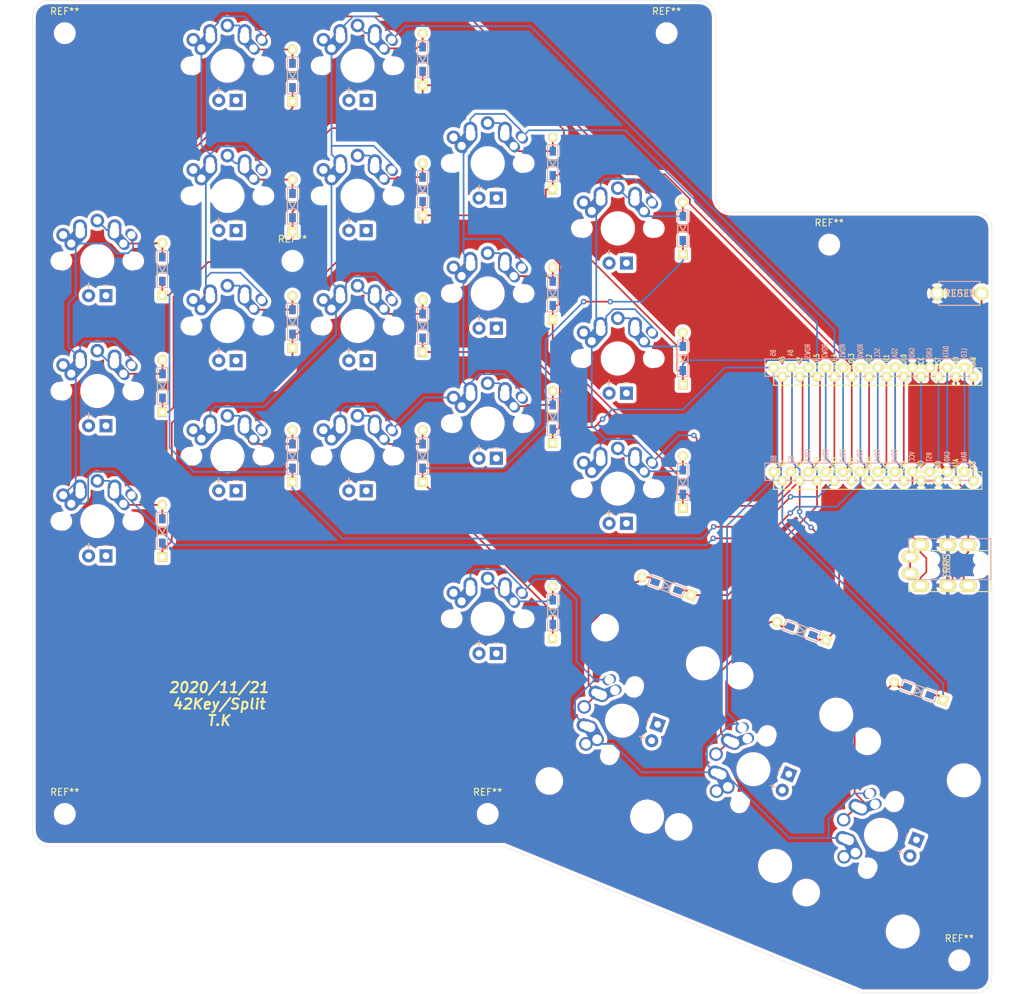
<source format=kicad_pcb>
(kicad_pcb (version 20171130) (host pcbnew "(5.1.5)-2")
  (layers (0 F.Cu signal) (31 B.Cu signal) (34 B.Paste user) (35 F.Paste user) (36 B.SilkS user) (37 F.SilkS user) (38 B.Mask user) (39 F.Mask user) (44 Edge.Cuts user))
  (net 0 "")
  (net 1 "Net-(D1-Pad2)")
  (net 2 row0)
  (net 3 row1)
  (net 4 "Net-(D2-Pad2)")
  (net 5 row2)
  (net 6 "Net-(D3-Pad2)")
  (net 7 "Net-(D4-Pad2)")
  (net 8 "Net-(D5-Pad2)")
  (net 9 "Net-(D6-Pad2)")
  (net 10 "Net-(D7-Pad2)")
  (net 11 "Net-(D8-Pad2)")
  (net 12 "Net-(D9-Pad2)")
  (net 13 row3)
  (net 14 "Net-(D10-Pad2)")
  (net 15 "Net-(D11-Pad1)")
  (net 16 "Net-(D11-Pad2)")
  (net 17 "Net-(D12-Pad2)")
  (net 18 "Net-(D13-Pad2)")
  (net 19 "Net-(D14-Pad2)")
  (net 20 "Net-(D15-Pad2)")
  (net 21 "Net-(D16-Pad2)")
  (net 22 "Net-(D17-Pad2)")
  (net 23 "Net-(D18-Pad2)")
  (net 24 "Net-(D19-Pad2)")
  (net 25 "Net-(D20-Pad2)")
  (net 26 "Net-(D21-Pad2)")
  (net 27 VCC)
  (net 28 "Net-(J1-PadA)")
  (net 29 data)
  (net 30 GND)
  (net 31 reset)
  (net 32 col0)
  (net 33 col1)
  (net 34 col2)
  (net 35 col3)
  (net 36 col4)
  (net 37 col5)
  (net 38 "Net-(U1-Pad24)")
  (net 39 "Net-(U1-Pad20)")
  (net 40 "Net-(U1-Pad19)")
  (net 41 "Net-(U1-Pad8)")
  (net 42 "Net-(U1-Pad7)")
  (net 43 "Net-(U1-Pad6)")
  (net 44 "Net-(U1-Pad5)")
  (net 45 "Net-(U1-Pad1)")
  (module MountingHole:MountingHole_2.2mm_M2 (layer F.Cu) (at 56.125 54.98)
    (fp_text reference REF** (at 0 -3.2) (layer F.SilkS))
    (fp_text value MountingHole_2.2mm_M2)
    (pad 1 np_thru_hole circle (at 0 0) (size 2.2 2.2) (drill 2.2) (layers *.Cu *.Mask))
  )
  (module MountingHole:MountingHole_2.2mm_M2 (layer F.Cu) (at 110.89375 21.6425)
    (fp_text reference REF** (at 0 -3.2) (layer F.SilkS))
    (fp_text value MountingHole_2.2mm_M2)
    (pad 1 np_thru_hole circle (at 0 0) (size 2.2 2.2) (drill 2.2) (layers *.Cu *.Mask))
  )
  (module MountingHole:MountingHole_2.2mm_M2 (layer F.Cu) (at 134.70625 52.59875)
    (fp_text reference REF** (at 0 -3.2) (layer F.SilkS))
    (fp_text value MountingHole_2.2mm_M2)
    (pad 1 np_thru_hole circle (at 0 0) (size 2.2 2.2) (drill 2.2) (layers *.Cu *.Mask))
  )
  (module MountingHole:MountingHole_2.2mm_M2 (layer F.Cu) (at 153.75625 157.37375)
    (fp_text reference REF** (at 0 -3.2) (layer F.SilkS))
    (fp_text value MountingHole_2.2mm_M2)
    (pad "" np_thru_hole circle (at 0 0) (size 2.2 2.2) (drill 2.2) (layers *.Cu *.Mask))
  )
  (module MountingHole:MountingHole_2.2mm_M2 (layer F.Cu) (at 84.7 135.9425)
    (fp_text reference REF** (at 0 -3.2) (layer F.SilkS))
    (fp_text value MountingHole_2.2mm_M2)
    (pad 1 np_thru_hole circle (at 0 0) (size 2.2 2.2) (drill 2.2) (layers *.Cu *.Mask))
  )
  (module MountingHole:MountingHole_2.2mm_M2 (layer F.Cu) (at 22.7875 135.9425)
    (fp_text reference REF** (at 0 -3.2) (layer F.SilkS))
    (fp_text value MountingHole_2.2mm_M2)
    (pad 1 np_thru_hole circle (at 0 0) (size 2.2 2.2) (drill 2.2) (layers *.Cu *.Mask))
  )
  (module MountingHole:MountingHole_2.2mm_M2 (layer F.Cu) (at 22.7875 21.6425)
    (fp_text reference REF** (at 0 -3.2) (layer F.SilkS))
    (fp_text value MountingHole_2.2mm_M2)
    (pad 1 np_thru_hole circle (at 0 0) (size 2.2 2.2) (drill 2.2) (layers *.Cu *.Mask))
  )
  (module Keebio-Parts:Triple-Dual-2u-LED (layer F.Cu) (at 142.28 139 68)
    (fp_text reference SW21 hide)
    (fp_text value SW_PUSH hide)
    (fp_text user - (at 1.27 3.5 68) (layer F.SilkS))
    (fp_text user - (at 1.27 3.5 68) (layer B.SilkS) (effects (justify mirror)))
    (fp_text user + (at -1.27 3.5 68) (layer F.SilkS))
    (fp_text user + (at -1.27 3.5 68) (layer B.SilkS) (effects (justify mirror)))
    (pad 1 thru_hole oval (at 5 -3.8 289.9) (size 1.4 2) (drill 1.4) (layers *.Cu *.Mask) (net 37 col5))
    (pad 1 thru_hole circle (at -5 -3.8 68) (size 2 2) (drill 1.4) (layers *.Cu *.Mask) (net 37 col5))
    (pad 2 thru_hole circle (at 0 -5.9 68) (size 2 2) (drill 1.4) (layers *.Cu *.Mask) (net 26 "Net-(D21-Pad2)"))
    (pad "" np_thru_hole circle (at 5.5 0 68) (size 1.7 1.7) (drill 1.7) (layers *.Cu))
    (pad "" np_thru_hole circle (at -5.5 0 68) (size 1.7 1.7) (drill 1.7) (layers *.Cu))
    (pad 2 smd oval (at 3.155 -3.27 289.9) (size 1.5 3.961556) (layers B.Cu B.Paste B.Mask) (net 26 "Net-(D21-Pad2)"))
    (pad 2 smd oval (at 2.52 -4.79 64.1) (size 2 2.581378) (layers B.Cu B.Paste B.Mask) (net 26 "Net-(D21-Pad2)"))
    (pad 2 smd oval (at 3.155 -3.27 289.9) (size 1.5 3.961556) (layers F.Cu F.Paste F.Mask) (net 26 "Net-(D21-Pad2)"))
    (pad 1 smd oval (at -2.52 -4.79 71.9) (size 2 2.58) (layers F.Cu F.Paste F.Mask) (net 37 col5))
    (pad 1 smd oval (at -3.155 -3.27 206.1) (size 2 3.961556) (layers B.Cu B.Paste B.Mask) (net 37 col5))
    (pad 3 thru_hole circle (at -1.27 5.08 68) (size 1.905 1.905) (drill 0.9906) (layers *.Cu *.Mask))
    (pad 4 thru_hole rect (at 1.27 5.08 68) (size 1.905 1.905) (drill 0.9906) (layers *.Cu *.Mask))
    (pad 1 smd oval (at -2.52 -4.79 71.9) (size 2 2.58) (layers B.Cu B.Paste B.Mask) (net 37 col5))
    (pad 2 thru_hole circle (at 2.5 -4.5 71.9) (size 2 2) (drill 1.4) (layers *.Cu *.Mask) (net 26 "Net-(D21-Pad2)"))
    (pad 2 thru_hole circle (at 2.5 -4 71.9) (size 2 2) (drill 1.4) (layers *.Cu *.Mask) (net 26 "Net-(D21-Pad2)"))
    (pad 2 thru_hole circle (at 2.54 -5.08 71.9) (size 2 2) (drill 1.2) (layers *.Cu *.Mask) (net 26 "Net-(D21-Pad2)"))
    (pad 1 thru_hole circle (at -2.5 -4.5 68) (size 2 2) (drill 1.4) (layers *.Cu *.Mask) (net 37 col5))
    (pad 1 thru_hole circle (at -2.54 -5.08 68) (size 2 2) (drill 1.2) (layers *.Cu *.Mask) (net 37 col5))
    (pad 1 thru_hole circle (at -2.5 -4 68) (size 2 2) (drill 1.4) (layers *.Cu *.Mask) (net 37 col5))
    (pad 2 thru_hole oval (at 3.81 -2.5 289.9) (size 1.5 2) (drill 1.4) (layers *.Cu *.Mask) (net 26 "Net-(D21-Pad2)"))
    (pad HOLE np_thru_hole circle (at 11.938 8.255 68) (size 3.9878 3.9878) (drill 3.9878) (layers *.Cu))
    (pad HOLE np_thru_hole circle (at -11.938 8.255 68) (size 3.9878 3.9878) (drill 3.9878) (layers *.Cu))
    (pad HOLE np_thru_hole circle (at 11.938 -6.985 68) (size 3.048 3.048) (drill 3.048) (layers *.Cu))
    (pad HOLE np_thru_hole circle (at -11.938 -6.985 68) (size 3.048 3.048) (drill 3.048) (layers *.Cu))
    (pad HOLE np_thru_hole circle (at 5.08 0 68) (size 1.8 1.8) (drill 1.8) (layers *.Cu))
    (pad HOLE np_thru_hole circle (at -5.08 0 68) (size 1.8 1.8) (drill 1.8) (layers *.Cu))
    (pad HOLE np_thru_hole circle (at 0 0 68) (size 3.9878 3.9878) (drill 3.9878) (layers *.Cu))
    (pad 1 smd oval (at -3.155 -3.27 206.1) (size 2 3.961556) (layers F.Cu F.Paste F.Mask) (net 37 col5))
    (pad 2 smd oval (at 2.52 -4.79 64.1) (size 2 2.581378) (layers F.Cu F.Paste F.Mask) (net 26 "Net-(D21-Pad2)"))
    (pad 1 thru_hole circle (at -3.81 -2.5 71.9) (size 2 2) (drill 1.4) (layers *.Cu *.Mask) (net 37 col5))
  )
  (module kbd:D3_TH_SMD (layer F.Cu) (at 37.075 56.19 90)
    (fp_text reference D1 hide)
    (fp_text value DIODE hide)
    (pad 1 smd rect (at -1.775 0 90) (size 1.3 0.95) (layers F.Cu F.Paste F.Mask) (net 2 row0))
    (pad 2 smd rect (at 1.775 0 90) (size 1.3 0.95) (layers B.Cu B.Paste B.Mask) (net 1 "Net-(D1-Pad2)"))
    (pad 1 smd rect (at -1.775 0 90) (size 1.3 0.95) (layers B.Cu B.Paste B.Mask) (net 2 row0))
    (pad 1 thru_hole rect (at -3.81 0 90) (size 1.397 1.397) (drill 0.8128) (layers *.Cu *.Mask F.SilkS) (net 2 row0))
    (pad 2 thru_hole circle (at 3.81 0 90) (size 1.397 1.397) (drill 0.8128) (layers *.Cu *.Mask F.SilkS) (net 1 "Net-(D1-Pad2)"))
    (pad 2 smd rect (at 1.775 0 90) (size 1.3 0.95) (layers F.Cu F.Paste F.Mask) (net 1 "Net-(D1-Pad2)"))
  )
  (module kbd:D3_TH_SMD (layer F.Cu) (at 37.1 73.28 90)
    (fp_text reference D2 hide)
    (fp_text value DIODE hide)
    (pad 1 smd rect (at -1.775 0 90) (size 1.3 0.95) (layers F.Cu F.Paste F.Mask) (net 3 row1))
    (pad 2 smd rect (at 1.775 0 90) (size 1.3 0.95) (layers B.Cu B.Paste B.Mask) (net 4 "Net-(D2-Pad2)"))
    (pad 1 smd rect (at -1.775 0 90) (size 1.3 0.95) (layers B.Cu B.Paste B.Mask) (net 3 row1))
    (pad 1 thru_hole rect (at -3.81 0 90) (size 1.397 1.397) (drill 0.8128) (layers *.Cu *.Mask F.SilkS) (net 3 row1))
    (pad 2 thru_hole circle (at 3.81 0 90) (size 1.397 1.397) (drill 0.8128) (layers *.Cu *.Mask F.SilkS) (net 4 "Net-(D2-Pad2)"))
    (pad 2 smd rect (at 1.775 0 90) (size 1.3 0.95) (layers F.Cu F.Paste F.Mask) (net 4 "Net-(D2-Pad2)"))
  )
  (module kbd:D3_TH_SMD (layer F.Cu) (at 37.075 94.50875 90)
    (fp_text reference D3 hide)
    (fp_text value DIODE hide)
    (pad 1 smd rect (at -1.775 0 90) (size 1.3 0.95) (layers F.Cu F.Paste F.Mask) (net 5 row2))
    (pad 2 smd rect (at 1.775 0 90) (size 1.3 0.95) (layers B.Cu B.Paste B.Mask) (net 6 "Net-(D3-Pad2)"))
    (pad 1 smd rect (at -1.775 0 90) (size 1.3 0.95) (layers B.Cu B.Paste B.Mask) (net 5 row2))
    (pad 1 thru_hole rect (at -3.81 0 90) (size 1.397 1.397) (drill 0.8128) (layers *.Cu *.Mask F.SilkS) (net 5 row2))
    (pad 2 thru_hole circle (at 3.81 0 90) (size 1.397 1.397) (drill 0.8128) (layers *.Cu *.Mask F.SilkS) (net 6 "Net-(D3-Pad2)"))
    (pad 2 smd rect (at 1.775 0 90) (size 1.3 0.95) (layers F.Cu F.Paste F.Mask) (net 6 "Net-(D3-Pad2)"))
  )
  (module kbd:D3_TH_SMD (layer F.Cu) (at 56.125 27.83375 90)
    (fp_text reference D4 hide)
    (fp_text value DIODE hide)
    (pad 2 smd rect (at 1.775 0 90) (size 1.3 0.95) (layers F.Cu F.Paste F.Mask) (net 7 "Net-(D4-Pad2)"))
    (pad 2 thru_hole circle (at 3.81 0 90) (size 1.397 1.397) (drill 0.8128) (layers *.Cu *.Mask F.SilkS) (net 7 "Net-(D4-Pad2)"))
    (pad 1 thru_hole rect (at -3.81 0 90) (size 1.397 1.397) (drill 0.8128) (layers *.Cu *.Mask F.SilkS) (net 2 row0))
    (pad 1 smd rect (at -1.775 0 90) (size 1.3 0.95) (layers B.Cu B.Paste B.Mask) (net 2 row0))
    (pad 2 smd rect (at 1.775 0 90) (size 1.3 0.95) (layers B.Cu B.Paste B.Mask) (net 7 "Net-(D4-Pad2)"))
    (pad 1 smd rect (at -1.775 0 90) (size 1.3 0.95) (layers F.Cu F.Paste F.Mask) (net 2 row0))
  )
  (module kbd:D3_TH_SMD (layer F.Cu) (at 56.125 46.88375 90)
    (fp_text reference D5 hide)
    (fp_text value DIODE hide)
    (pad 1 smd rect (at -1.775 0 90) (size 1.3 0.95) (layers F.Cu F.Paste F.Mask) (net 3 row1))
    (pad 2 smd rect (at 1.775 0 90) (size 1.3 0.95) (layers B.Cu B.Paste B.Mask) (net 8 "Net-(D5-Pad2)"))
    (pad 1 smd rect (at -1.775 0 90) (size 1.3 0.95) (layers B.Cu B.Paste B.Mask) (net 3 row1))
    (pad 1 thru_hole rect (at -3.81 0 90) (size 1.397 1.397) (drill 0.8128) (layers *.Cu *.Mask F.SilkS) (net 3 row1))
    (pad 2 thru_hole circle (at 3.81 0 90) (size 1.397 1.397) (drill 0.8128) (layers *.Cu *.Mask F.SilkS) (net 8 "Net-(D5-Pad2)"))
    (pad 2 smd rect (at 1.775 0 90) (size 1.3 0.95) (layers F.Cu F.Paste F.Mask) (net 8 "Net-(D5-Pad2)"))
  )
  (module kbd:D3_TH_SMD (layer F.Cu) (at 56.125 63.89875 90)
    (fp_text reference D6 hide)
    (fp_text value DIODE hide)
    (pad 2 smd rect (at 1.775 0 90) (size 1.3 0.95) (layers F.Cu F.Paste F.Mask) (net 9 "Net-(D6-Pad2)"))
    (pad 2 thru_hole circle (at 3.81 0 90) (size 1.397 1.397) (drill 0.8128) (layers *.Cu *.Mask F.SilkS) (net 9 "Net-(D6-Pad2)"))
    (pad 1 thru_hole rect (at -3.81 0 90) (size 1.397 1.397) (drill 0.8128) (layers *.Cu *.Mask F.SilkS) (net 5 row2))
    (pad 1 smd rect (at -1.775 0 90) (size 1.3 0.95) (layers B.Cu B.Paste B.Mask) (net 5 row2))
    (pad 2 smd rect (at 1.775 0 90) (size 1.3 0.95) (layers B.Cu B.Paste B.Mask) (net 9 "Net-(D6-Pad2)"))
    (pad 1 smd rect (at -1.775 0 90) (size 1.3 0.95) (layers F.Cu F.Paste F.Mask) (net 5 row2))
  )
  (module kbd:D3_TH_SMD (layer F.Cu) (at 56.125 83.555 90)
    (fp_text reference D7 hide)
    (fp_text value DIODE hide)
    (pad 2 smd rect (at 1.775 0 90) (size 1.3 0.95) (layers F.Cu F.Paste F.Mask) (net 10 "Net-(D7-Pad2)"))
    (pad 2 thru_hole circle (at 3.81 0 90) (size 1.397 1.397) (drill 0.8128) (layers *.Cu *.Mask F.SilkS) (net 10 "Net-(D7-Pad2)"))
    (pad 1 thru_hole rect (at -3.81 0 90) (size 1.397 1.397) (drill 0.8128) (layers *.Cu *.Mask F.SilkS) (net 2 row0))
    (pad 1 smd rect (at -1.775 0 90) (size 1.3 0.95) (layers B.Cu B.Paste B.Mask) (net 2 row0))
    (pad 2 smd rect (at 1.775 0 90) (size 1.3 0.95) (layers B.Cu B.Paste B.Mask) (net 10 "Net-(D7-Pad2)"))
    (pad 1 smd rect (at -1.775 0 90) (size 1.3 0.95) (layers F.Cu F.Paste F.Mask) (net 2 row0))
  )
  (module kbd:D3_TH_SMD (layer F.Cu) (at 75.175 25.4525 90)
    (fp_text reference D8 hide)
    (fp_text value DIODE hide)
    (pad 1 smd rect (at -1.775 0 90) (size 1.3 0.95) (layers F.Cu F.Paste F.Mask) (net 3 row1))
    (pad 2 smd rect (at 1.775 0 90) (size 1.3 0.95) (layers B.Cu B.Paste B.Mask) (net 11 "Net-(D8-Pad2)"))
    (pad 1 smd rect (at -1.775 0 90) (size 1.3 0.95) (layers B.Cu B.Paste B.Mask) (net 3 row1))
    (pad 1 thru_hole rect (at -3.81 0 90) (size 1.397 1.397) (drill 0.8128) (layers *.Cu *.Mask F.SilkS) (net 3 row1))
    (pad 2 thru_hole circle (at 3.81 0 90) (size 1.397 1.397) (drill 0.8128) (layers *.Cu *.Mask F.SilkS) (net 11 "Net-(D8-Pad2)"))
    (pad 2 smd rect (at 1.775 0 90) (size 1.3 0.95) (layers F.Cu F.Paste F.Mask) (net 11 "Net-(D8-Pad2)"))
  )
  (module kbd:D3_TH_SMD (layer F.Cu) (at 75.175 44.5025 90)
    (fp_text reference D9 hide)
    (fp_text value DIODE hide)
    (pad 1 smd rect (at -1.775 0 90) (size 1.3 0.95) (layers F.Cu F.Paste F.Mask) (net 5 row2))
    (pad 2 smd rect (at 1.775 0 90) (size 1.3 0.95) (layers B.Cu B.Paste B.Mask) (net 12 "Net-(D9-Pad2)"))
    (pad 1 smd rect (at -1.775 0 90) (size 1.3 0.95) (layers B.Cu B.Paste B.Mask) (net 5 row2))
    (pad 1 thru_hole rect (at -3.81 0 90) (size 1.397 1.397) (drill 0.8128) (layers *.Cu *.Mask F.SilkS) (net 5 row2))
    (pad 2 thru_hole circle (at 3.81 0 90) (size 1.397 1.397) (drill 0.8128) (layers *.Cu *.Mask F.SilkS) (net 12 "Net-(D9-Pad2)"))
    (pad 2 smd rect (at 1.775 0 90) (size 1.3 0.95) (layers F.Cu F.Paste F.Mask) (net 12 "Net-(D9-Pad2)"))
  )
  (module kbd:D3_TH_SMD (layer F.Cu) (at 75.175 64.505 90)
    (fp_text reference D10 hide)
    (fp_text value DIODE hide)
    (pad 1 smd rect (at -1.775 0 90) (size 1.3 0.95) (layers F.Cu F.Paste F.Mask) (net 13 row3))
    (pad 2 smd rect (at 1.775 0 90) (size 1.3 0.95) (layers B.Cu B.Paste B.Mask) (net 14 "Net-(D10-Pad2)"))
    (pad 1 smd rect (at -1.775 0 90) (size 1.3 0.95) (layers B.Cu B.Paste B.Mask) (net 13 row3))
    (pad 1 thru_hole rect (at -3.81 0 90) (size 1.397 1.397) (drill 0.8128) (layers *.Cu *.Mask F.SilkS) (net 13 row3))
    (pad 2 thru_hole circle (at 3.81 0 90) (size 1.397 1.397) (drill 0.8128) (layers *.Cu *.Mask F.SilkS) (net 14 "Net-(D10-Pad2)"))
    (pad 2 smd rect (at 1.775 0 90) (size 1.3 0.95) (layers F.Cu F.Paste F.Mask) (net 14 "Net-(D10-Pad2)"))
  )
  (module kbd:D3_TH_SMD (layer F.Cu) (at 75.175 83.555 90)
    (fp_text reference D11 hide)
    (fp_text value DIODE hide)
    (pad 1 smd rect (at -1.775 0 90) (size 1.3 0.95) (layers F.Cu F.Paste F.Mask) (net 15 "Net-(D11-Pad1)"))
    (pad 2 smd rect (at 1.775 0 90) (size 1.3 0.95) (layers B.Cu B.Paste B.Mask) (net 16 "Net-(D11-Pad2)"))
    (pad 1 smd rect (at -1.775 0 90) (size 1.3 0.95) (layers B.Cu B.Paste B.Mask) (net 15 "Net-(D11-Pad1)"))
    (pad 1 thru_hole rect (at -3.81 0 90) (size 1.397 1.397) (drill 0.8128) (layers *.Cu *.Mask F.SilkS) (net 15 "Net-(D11-Pad1)"))
    (pad 2 thru_hole circle (at 3.81 0 90) (size 1.397 1.397) (drill 0.8128) (layers *.Cu *.Mask F.SilkS) (net 16 "Net-(D11-Pad2)"))
    (pad 2 smd rect (at 1.775 0 90) (size 1.3 0.95) (layers F.Cu F.Paste F.Mask) (net 16 "Net-(D11-Pad2)"))
  )
  (module kbd:D3_TH_SMD (layer F.Cu) (at 94.225 40.6925 90)
    (fp_text reference D12 hide)
    (fp_text value DIODE hide)
    (pad 2 smd rect (at 1.775 0 90) (size 1.3 0.95) (layers F.Cu F.Paste F.Mask) (net 17 "Net-(D12-Pad2)"))
    (pad 2 thru_hole circle (at 3.81 0 90) (size 1.397 1.397) (drill 0.8128) (layers *.Cu *.Mask F.SilkS) (net 17 "Net-(D12-Pad2)"))
    (pad 1 thru_hole rect (at -3.81 0 90) (size 1.397 1.397) (drill 0.8128) (layers *.Cu *.Mask F.SilkS) (net 3 row1))
    (pad 1 smd rect (at -1.775 0 90) (size 1.3 0.95) (layers B.Cu B.Paste B.Mask) (net 3 row1))
    (pad 2 smd rect (at 1.775 0 90) (size 1.3 0.95) (layers B.Cu B.Paste B.Mask) (net 17 "Net-(D12-Pad2)"))
    (pad 1 smd rect (at -1.775 0 90) (size 1.3 0.95) (layers F.Cu F.Paste F.Mask) (net 3 row1))
  )
  (module kbd:D3_TH_SMD (layer F.Cu) (at 94.225 59.7425 90)
    (fp_text reference D13 hide)
    (fp_text value DIODE hide)
    (pad 2 smd rect (at 1.775 0 90) (size 1.3 0.95) (layers F.Cu F.Paste F.Mask) (net 18 "Net-(D13-Pad2)"))
    (pad 2 thru_hole circle (at 3.81 0 90) (size 1.397 1.397) (drill 0.8128) (layers *.Cu *.Mask F.SilkS) (net 18 "Net-(D13-Pad2)"))
    (pad 1 thru_hole rect (at -3.81 0 90) (size 1.397 1.397) (drill 0.8128) (layers *.Cu *.Mask F.SilkS) (net 5 row2))
    (pad 1 smd rect (at -1.775 0 90) (size 1.3 0.95) (layers B.Cu B.Paste B.Mask) (net 5 row2))
    (pad 2 smd rect (at 1.775 0 90) (size 1.3 0.95) (layers B.Cu B.Paste B.Mask) (net 18 "Net-(D13-Pad2)"))
    (pad 1 smd rect (at -1.775 0 90) (size 1.3 0.95) (layers F.Cu F.Paste F.Mask) (net 5 row2))
  )
  (module kbd:D3_TH_SMD (layer F.Cu) (at 94.225 77.84 90)
    (fp_text reference D14 hide)
    (fp_text value DIODE hide)
    (pad 2 smd rect (at 1.775 0 90) (size 1.3 0.95) (layers F.Cu F.Paste F.Mask) (net 19 "Net-(D14-Pad2)"))
    (pad 2 thru_hole circle (at 3.81 0 90) (size 1.397 1.397) (drill 0.8128) (layers *.Cu *.Mask F.SilkS) (net 19 "Net-(D14-Pad2)"))
    (pad 1 thru_hole rect (at -3.81 0 90) (size 1.397 1.397) (drill 0.8128) (layers *.Cu *.Mask F.SilkS) (net 13 row3))
    (pad 1 smd rect (at -1.775 0 90) (size 1.3 0.95) (layers B.Cu B.Paste B.Mask) (net 13 row3))
    (pad 2 smd rect (at 1.775 0 90) (size 1.3 0.95) (layers B.Cu B.Paste B.Mask) (net 19 "Net-(D14-Pad2)"))
    (pad 1 smd rect (at -1.775 0 90) (size 1.3 0.95) (layers F.Cu F.Paste F.Mask) (net 13 row3))
  )
  (module kbd:D3_TH_SMD (layer F.Cu) (at 113.275 50.2175 90)
    (fp_text reference D15 hide)
    (fp_text value DIODE hide)
    (pad 1 smd rect (at -1.775 0 90) (size 1.3 0.95) (layers F.Cu F.Paste F.Mask) (net 15 "Net-(D11-Pad1)"))
    (pad 2 smd rect (at 1.775 0 90) (size 1.3 0.95) (layers B.Cu B.Paste B.Mask) (net 20 "Net-(D15-Pad2)"))
    (pad 1 smd rect (at -1.775 0 90) (size 1.3 0.95) (layers B.Cu B.Paste B.Mask) (net 15 "Net-(D11-Pad1)"))
    (pad 1 thru_hole rect (at -3.81 0 90) (size 1.397 1.397) (drill 0.8128) (layers *.Cu *.Mask F.SilkS) (net 15 "Net-(D11-Pad1)"))
    (pad 2 thru_hole circle (at 3.81 0 90) (size 1.397 1.397) (drill 0.8128) (layers *.Cu *.Mask F.SilkS) (net 20 "Net-(D15-Pad2)"))
    (pad 2 smd rect (at 1.775 0 90) (size 1.3 0.95) (layers F.Cu F.Paste F.Mask) (net 20 "Net-(D15-Pad2)"))
  )
  (module kbd:D3_TH_SMD (layer F.Cu) (at 113.275 69.2675 90)
    (fp_text reference D16 hide)
    (fp_text value DIODE hide)
    (pad 1 smd rect (at -1.775 0 90) (size 1.3 0.95) (layers F.Cu F.Paste F.Mask) (net 3 row1))
    (pad 2 smd rect (at 1.775 0 90) (size 1.3 0.95) (layers B.Cu B.Paste B.Mask) (net 21 "Net-(D16-Pad2)"))
    (pad 1 smd rect (at -1.775 0 90) (size 1.3 0.95) (layers B.Cu B.Paste B.Mask) (net 3 row1))
    (pad 1 thru_hole rect (at -3.81 0 90) (size 1.397 1.397) (drill 0.8128) (layers *.Cu *.Mask F.SilkS) (net 3 row1))
    (pad 2 thru_hole circle (at 3.81 0 90) (size 1.397 1.397) (drill 0.8128) (layers *.Cu *.Mask F.SilkS) (net 21 "Net-(D16-Pad2)"))
    (pad 2 smd rect (at 1.775 0 90) (size 1.3 0.95) (layers F.Cu F.Paste F.Mask) (net 21 "Net-(D16-Pad2)"))
  )
  (module kbd:D3_TH_SMD (layer F.Cu) (at 113.275 87.365 90)
    (fp_text reference D17 hide)
    (fp_text value DIODE hide)
    (pad 1 smd rect (at -1.775 0 90) (size 1.3 0.95) (layers F.Cu F.Paste F.Mask) (net 5 row2))
    (pad 2 smd rect (at 1.775 0 90) (size 1.3 0.95) (layers B.Cu B.Paste B.Mask) (net 22 "Net-(D17-Pad2)"))
    (pad 1 smd rect (at -1.775 0 90) (size 1.3 0.95) (layers B.Cu B.Paste B.Mask) (net 5 row2))
    (pad 1 thru_hole rect (at -3.81 0 90) (size 1.397 1.397) (drill 0.8128) (layers *.Cu *.Mask F.SilkS) (net 5 row2))
    (pad 2 thru_hole circle (at 3.81 0 90) (size 1.397 1.397) (drill 0.8128) (layers *.Cu *.Mask F.SilkS) (net 22 "Net-(D17-Pad2)"))
    (pad 2 smd rect (at 1.775 0 90) (size 1.3 0.95) (layers F.Cu F.Paste F.Mask) (net 22 "Net-(D17-Pad2)"))
  )
  (module kbd:D3_TH_SMD (layer F.Cu) (at 94.225 106.415 90)
    (fp_text reference D18 hide)
    (fp_text value DIODE hide)
    (pad 2 smd rect (at 1.775 0 90) (size 1.3 0.95) (layers F.Cu F.Paste F.Mask) (net 23 "Net-(D18-Pad2)"))
    (pad 2 thru_hole circle (at 3.81 0 90) (size 1.397 1.397) (drill 0.8128) (layers *.Cu *.Mask F.SilkS) (net 23 "Net-(D18-Pad2)"))
    (pad 1 thru_hole rect (at -3.81 0 90) (size 1.397 1.397) (drill 0.8128) (layers *.Cu *.Mask F.SilkS) (net 15 "Net-(D11-Pad1)"))
    (pad 1 smd rect (at -1.775 0 90) (size 1.3 0.95) (layers B.Cu B.Paste B.Mask) (net 15 "Net-(D11-Pad1)"))
    (pad 2 smd rect (at 1.775 0 90) (size 1.3 0.95) (layers B.Cu B.Paste B.Mask) (net 23 "Net-(D18-Pad2)"))
    (pad 1 smd rect (at -1.775 0 90) (size 1.3 0.95) (layers F.Cu F.Paste F.Mask) (net 15 "Net-(D11-Pad1)"))
  )
  (module kbd:D3_TH_SMD (layer F.Cu) (at 110.89375 102.605 160)
    (fp_text reference D19 hide)
    (fp_text value DIODE hide)
    (pad 2 smd rect (at 1.775 0 160) (size 1.3 0.95) (layers F.Cu F.Paste F.Mask) (net 24 "Net-(D19-Pad2)"))
    (pad 2 thru_hole circle (at 3.81 0 160) (size 1.397 1.397) (drill 0.8128) (layers *.Cu *.Mask F.SilkS) (net 24 "Net-(D19-Pad2)"))
    (pad 1 thru_hole rect (at -3.81 0 160) (size 1.397 1.397) (drill 0.8128) (layers *.Cu *.Mask F.SilkS) (net 3 row1))
    (pad 1 smd rect (at -1.775 0 160) (size 1.3 0.95) (layers B.Cu B.Paste B.Mask) (net 3 row1))
    (pad 2 smd rect (at 1.775 0 160) (size 1.3 0.95) (layers B.Cu B.Paste B.Mask) (net 24 "Net-(D19-Pad2)"))
    (pad 1 smd rect (at -1.775 0 160) (size 1.3 0.95) (layers F.Cu F.Paste F.Mask) (net 3 row1))
  )
  (module kbd:D3_TH_SMD (layer F.Cu) (at 130.657046 109.141664 160)
    (fp_text reference D20 hide)
    (fp_text value DIODE hide)
    (pad 2 smd rect (at 1.775 0 160) (size 1.3 0.95) (layers F.Cu F.Paste F.Mask) (net 25 "Net-(D20-Pad2)"))
    (pad 2 thru_hole circle (at 3.81 0 160) (size 1.397 1.397) (drill 0.8128) (layers *.Cu *.Mask F.SilkS) (net 25 "Net-(D20-Pad2)"))
    (pad 1 thru_hole rect (at -3.81 0 160) (size 1.397 1.397) (drill 0.8128) (layers *.Cu *.Mask F.SilkS) (net 5 row2))
    (pad 1 smd rect (at -1.775 0 160) (size 1.3 0.95) (layers B.Cu B.Paste B.Mask) (net 5 row2))
    (pad 2 smd rect (at 1.775 0 160) (size 1.3 0.95) (layers B.Cu B.Paste B.Mask) (net 25 "Net-(D20-Pad2)"))
    (pad 1 smd rect (at -1.775 0 160) (size 1.3 0.95) (layers F.Cu F.Paste F.Mask) (net 5 row2))
  )
  (module kbd:D3_TH_SMD (layer F.Cu) (at 147.794771 117.970653 160)
    (fp_text reference D21 hide)
    (fp_text value DIODE hide)
    (pad 2 smd rect (at 1.775 0 160) (size 1.3 0.95) (layers F.Cu F.Paste F.Mask) (net 26 "Net-(D21-Pad2)"))
    (pad 2 thru_hole circle (at 3.81 0 160) (size 1.397 1.397) (drill 0.8128) (layers *.Cu *.Mask F.SilkS) (net 26 "Net-(D21-Pad2)"))
    (pad 1 thru_hole rect (at -3.81 0 160) (size 1.397 1.397) (drill 0.8128) (layers *.Cu *.Mask F.SilkS) (net 13 row3))
    (pad 1 smd rect (at -1.775 0 160) (size 1.3 0.95) (layers B.Cu B.Paste B.Mask) (net 13 row3))
    (pad 2 smd rect (at 1.775 0 160) (size 1.3 0.95) (layers B.Cu B.Paste B.Mask) (net 26 "Net-(D21-Pad2)"))
    (pad 1 smd rect (at -1.775 0 160) (size 1.3 0.95) (layers F.Cu F.Paste F.Mask) (net 13 row3))
  )
  (module kbd:MJ-4PP-9 (layer F.Cu) (at 158.35 100.39 270)
    (fp_text reference J1)
    (fp_text value MJ-4PP-9 hide)
    (fp_text user TRRS (at -0.8255 6.4135 90) (layer B.SilkS) (effects (justify mirror)))
    (fp_text user TRRS (at -0.75 6.45 90) (layer F.SilkS))
    (pad "" np_thru_hole circle (at -1.75 8.5 270) (size 1.2 1.2) (drill 1.2) (layers *.Cu *.Mask F.SilkS))
    (pad "" np_thru_hole circle (at -1.75 1.5 270) (size 1.2 1.2) (drill 1.2) (layers *.Cu *.Mask F.SilkS))
    (pad D thru_hole oval (at -3.85 10.3 270) (size 1.7 2.5) (drill oval 1 1.5) (layers *.Cu *.Mask F.SilkS) (net 27 VCC) (clearance 0.15))
    (pad A thru_hole oval (at 0.35 11.8 270) (size 1.7 2.5) (drill oval 1 1.5) (layers *.Cu *.Mask F.SilkS) (net 28 "Net-(J1-PadA)") (clearance 0.15))
    (pad B thru_hole oval (at -3.85 3.3 270) (size 1.7 2.5) (drill oval 1 1.5) (layers *.Cu *.Mask F.SilkS) (net 29 data))
    (pad C thru_hole oval (at -3.85 6.3 270) (size 1.7 2.5) (drill oval 1 1.5) (layers *.Cu *.Mask F.SilkS) (net 30 GND))
    (pad "" np_thru_hole circle (at 0 1.5 270) (size 1.2 1.2) (drill 1.2) (layers *.Cu *.Mask F.SilkS))
    (pad "" np_thru_hole circle (at 0 8.5 270) (size 1.2 1.2) (drill 1.2) (layers *.Cu *.Mask F.SilkS))
    (pad B thru_hole oval (at 2.1 3.3 270) (size 1.7 2.5) (drill oval 1 1.5) (layers *.Cu *.Mask F.SilkS) (net 29 data))
    (pad C thru_hole oval (at 2.1 6.3 270) (size 1.7 2.5) (drill oval 1 1.5) (layers *.Cu *.Mask F.SilkS) (net 30 GND))
    (pad D thru_hole oval (at 2.1 10.3 270) (size 1.7 2.5) (drill oval 1 1.5) (layers *.Cu *.Mask F.SilkS) (net 27 VCC) (clearance 0.15))
    (pad A thru_hole oval (at -2.1 11.8 270) (size 1.7 2.5) (drill oval 1 1.5) (layers *.Cu *.Mask F.SilkS) (net 28 "Net-(J1-PadA)") (clearance 0.15))
  )
  (module kbd:ResetSW (layer F.Cu) (at 153.75625 59.7425)
    (fp_text reference SW0 hide)
    (fp_text value RESET_SW)
    (fp_text user RESET (at 0.127 0) (layer B.SilkS) (effects (justify mirror)))
    (fp_text user RESET (at 0 0) (layer F.SilkS))
    (pad 1 thru_hole circle (at 3.25 0) (size 2 2) (drill 1.3) (layers *.Cu *.Mask F.SilkS) (net 31 reset))
    (pad 2 thru_hole circle (at -3.25 0) (size 2 2) (drill 1.3) (layers *.Cu *.Mask F.SilkS) (net 30 GND))
  )
  (module Keebio-Parts:Triple-Dual-1u-LED (layer F.Cu) (at 27.55 54.98)
    (fp_text reference SW1 hide)
    (fp_text value SW_PUSH hide)
    (fp_text user - (at 1.26 3.5) (layer B.SilkS) (effects (justify mirror)))
    (fp_text user + (at -1.27 3.5) (layer B.SilkS) (effects (justify mirror)))
    (fp_text user - (at 1.26 3.5) (layer F.SilkS))
    (fp_text user + (at -1.27 3.5) (layer F.SilkS))
    (pad 2 smd oval (at 2.52 -4.79 356.055) (size 2 2.581378) (layers F.Cu F.Paste F.Mask) (net 1 "Net-(D1-Pad2)"))
    (pad 2 thru_hole circle (at 2.5 -4.5 330.95) (size 2 2) (drill 1.4) (layers *.Cu *.Mask) (net 1 "Net-(D1-Pad2)"))
    (pad 2 thru_hole circle (at 2.54 -5.08 330.95) (size 2 2) (drill 1.2) (layers *.Cu *.Mask) (net 1 "Net-(D1-Pad2)"))
    (pad 1 thru_hole circle (at -2.5 -4 330.95) (size 2 2) (drill 1.4) (layers *.Cu *.Mask) (net 32 col0))
    (pad HOLE np_thru_hole circle (at 0 0) (size 3.9878 3.9878) (drill 3.9878) (layers *.Cu))
    (pad HOLE np_thru_hole circle (at -5.08 0) (size 1.8 1.8) (drill 1.8) (layers *.Cu))
    (pad HOLE np_thru_hole circle (at 5.08 0) (size 1.8 1.8) (drill 1.8) (layers *.Cu))
    (pad 1 thru_hole circle (at -3.81 -2.54) (size 2 2) (drill oval 1.2) (layers *.Cu *.Mask) (net 32 col0))
    (pad 2 smd oval (at 3.155 -3.27 221.9) (size 1.5 3.961556) (layers B.Cu B.Paste B.Mask) (net 1 "Net-(D1-Pad2)"))
    (pad 1 smd oval (at -3.155 -3.27 138.1) (size 2 3.961556) (layers B.Cu B.Paste B.Mask) (net 32 col0))
    (pad 2 thru_hole circle (at 2.5 -4) (size 2 2) (drill 1.4) (layers *.Cu *.Mask) (net 1 "Net-(D1-Pad2)"))
    (pad 2 thru_hole oval (at 3.81 -2.54 311.9) (size 2 1.5) (drill 1.2) (layers *.Cu *.Mask) (net 1 "Net-(D1-Pad2)"))
    (pad 1 smd oval (at -2.52 -4.79 3.945) (size 2 2.581378) (layers B.Cu B.Paste B.Mask) (net 32 col0))
    (pad 1 thru_hole circle (at -2.5 -4.5 330.95) (size 2 2) (drill 1.4) (layers *.Cu *.Mask) (net 32 col0))
    (pad 1 thru_hole circle (at -2.54 -5.08 330.95) (size 2 2) (drill 1.2) (layers *.Cu *.Mask) (net 32 col0))
    (pad 4 thru_hole rect (at 1.27 5.08) (size 1.905 1.905) (drill 0.9906) (layers *.Cu *.Mask))
    (pad 3 thru_hole circle (at -1.27 5.08) (size 1.905 1.905) (drill 0.9906) (layers *.Cu *.Mask))
    (pad 1 smd oval (at -3.155 -3.27 138.1) (size 2 3.961556) (layers F.Cu F.Paste F.Mask) (net 32 col0))
    (pad 1 smd oval (at -2.52 -4.79 3.945) (size 2 2.581378) (layers F.Cu F.Paste F.Mask) (net 32 col0))
    (pad 2 smd oval (at 3.155 -3.27 221.9) (size 1.5 3.961556) (layers F.Cu F.Paste F.Mask) (net 1 "Net-(D1-Pad2)"))
    (pad 2 smd oval (at 2.52 -4.79 356.055) (size 2 2.581378) (layers B.Cu B.Paste B.Mask) (net 1 "Net-(D1-Pad2)"))
    (pad 2 thru_hole circle (at 0 -5.9) (size 2 2) (drill 1.2) (layers *.Cu *.Mask) (net 1 "Net-(D1-Pad2)"))
    (pad 1 thru_hole circle (at -5 -3.8 138.1) (size 2 2) (drill 1.2) (layers *.Cu *.Mask) (net 32 col0))
    (pad 1 thru_hole oval (at 5 -3.8 221.9) (size 1.4 2) (drill 1.2) (layers *.Cu *.Mask) (net 32 col0))
    (pad "" np_thru_hole circle (at 5.5 0) (size 1.7 1.7) (drill 1.7) (layers *.Cu))
    (pad "" np_thru_hole circle (at -5.5 0) (size 1.7 1.7) (drill 1.7) (layers *.Cu))
  )
  (module Keebio-Parts:Triple-Dual-1u-LED (layer F.Cu) (at 27.55 74.03)
    (fp_text reference SW2 hide)
    (fp_text value SW_PUSH hide)
    (fp_text user - (at 1.26 3.5) (layer B.SilkS) (effects (justify mirror)))
    (fp_text user + (at -1.27 3.5) (layer B.SilkS) (effects (justify mirror)))
    (fp_text user - (at 1.26 3.5) (layer F.SilkS))
    (fp_text user + (at -1.27 3.5) (layer F.SilkS))
    (pad 2 smd oval (at 2.52 -4.79 356.055) (size 2 2.581378) (layers F.Cu F.Paste F.Mask) (net 4 "Net-(D2-Pad2)"))
    (pad 2 thru_hole circle (at 2.5 -4.5 330.95) (size 2 2) (drill 1.4) (layers *.Cu *.Mask) (net 4 "Net-(D2-Pad2)"))
    (pad 2 thru_hole circle (at 2.54 -5.08 330.95) (size 2 2) (drill 1.2) (layers *.Cu *.Mask) (net 4 "Net-(D2-Pad2)"))
    (pad 1 thru_hole circle (at -2.5 -4 330.95) (size 2 2) (drill 1.4) (layers *.Cu *.Mask) (net 32 col0))
    (pad HOLE np_thru_hole circle (at 0 0) (size 3.9878 3.9878) (drill 3.9878) (layers *.Cu))
    (pad HOLE np_thru_hole circle (at -5.08 0) (size 1.8 1.8) (drill 1.8) (layers *.Cu))
    (pad HOLE np_thru_hole circle (at 5.08 0) (size 1.8 1.8) (drill 1.8) (layers *.Cu))
    (pad 1 thru_hole circle (at -3.81 -2.54) (size 2 2) (drill oval 1.2) (layers *.Cu *.Mask) (net 32 col0))
    (pad 2 smd oval (at 3.155 -3.27 221.9) (size 1.5 3.961556) (layers B.Cu B.Paste B.Mask) (net 4 "Net-(D2-Pad2)"))
    (pad 1 smd oval (at -3.155 -3.27 138.1) (size 2 3.961556) (layers B.Cu B.Paste B.Mask) (net 32 col0))
    (pad 2 thru_hole circle (at 2.5 -4) (size 2 2) (drill 1.4) (layers *.Cu *.Mask) (net 4 "Net-(D2-Pad2)"))
    (pad 2 thru_hole oval (at 3.81 -2.54 311.9) (size 2 1.5) (drill 1.2) (layers *.Cu *.Mask) (net 4 "Net-(D2-Pad2)"))
    (pad 1 smd oval (at -2.52 -4.79 3.945) (size 2 2.581378) (layers B.Cu B.Paste B.Mask) (net 32 col0))
    (pad 1 thru_hole circle (at -2.5 -4.5 330.95) (size 2 2) (drill 1.4) (layers *.Cu *.Mask) (net 32 col0))
    (pad 1 thru_hole circle (at -2.54 -5.08 330.95) (size 2 2) (drill 1.2) (layers *.Cu *.Mask) (net 32 col0))
    (pad 4 thru_hole rect (at 1.27 5.08) (size 1.905 1.905) (drill 0.9906) (layers *.Cu *.Mask))
    (pad 3 thru_hole circle (at -1.27 5.08) (size 1.905 1.905) (drill 0.9906) (layers *.Cu *.Mask))
    (pad 1 smd oval (at -3.155 -3.27 138.1) (size 2 3.961556) (layers F.Cu F.Paste F.Mask) (net 32 col0))
    (pad 1 smd oval (at -2.52 -4.79 3.945) (size 2 2.581378) (layers F.Cu F.Paste F.Mask) (net 32 col0))
    (pad 2 smd oval (at 3.155 -3.27 221.9) (size 1.5 3.961556) (layers F.Cu F.Paste F.Mask) (net 4 "Net-(D2-Pad2)"))
    (pad 2 smd oval (at 2.52 -4.79 356.055) (size 2 2.581378) (layers B.Cu B.Paste B.Mask) (net 4 "Net-(D2-Pad2)"))
    (pad 2 thru_hole circle (at 0 -5.9) (size 2 2) (drill 1.2) (layers *.Cu *.Mask) (net 4 "Net-(D2-Pad2)"))
    (pad 1 thru_hole circle (at -5 -3.8 138.1) (size 2 2) (drill 1.2) (layers *.Cu *.Mask) (net 32 col0))
    (pad 1 thru_hole oval (at 5 -3.8 221.9) (size 1.4 2) (drill 1.2) (layers *.Cu *.Mask) (net 32 col0))
    (pad "" np_thru_hole circle (at 5.5 0) (size 1.7 1.7) (drill 1.7) (layers *.Cu))
    (pad "" np_thru_hole circle (at -5.5 0) (size 1.7 1.7) (drill 1.7) (layers *.Cu))
  )
  (module Keebio-Parts:Triple-Dual-1u-LED (layer F.Cu) (at 27.55 93.08)
    (fp_text reference SW3 hide)
    (fp_text value SW_PUSH hide)
    (fp_text user - (at 1.26 3.5) (layer B.SilkS) (effects (justify mirror)))
    (fp_text user + (at -1.27 3.5) (layer B.SilkS) (effects (justify mirror)))
    (fp_text user - (at 1.26 3.5) (layer F.SilkS))
    (fp_text user + (at -1.27 3.5) (layer F.SilkS))
    (pad 2 smd oval (at 2.52 -4.79 356.055) (size 2 2.581378) (layers F.Cu F.Paste F.Mask) (net 6 "Net-(D3-Pad2)"))
    (pad 2 thru_hole circle (at 2.5 -4.5 330.95) (size 2 2) (drill 1.4) (layers *.Cu *.Mask) (net 6 "Net-(D3-Pad2)"))
    (pad 2 thru_hole circle (at 2.54 -5.08 330.95) (size 2 2) (drill 1.2) (layers *.Cu *.Mask) (net 6 "Net-(D3-Pad2)"))
    (pad 1 thru_hole circle (at -2.5 -4 330.95) (size 2 2) (drill 1.4) (layers *.Cu *.Mask) (net 32 col0))
    (pad HOLE np_thru_hole circle (at 0 0) (size 3.9878 3.9878) (drill 3.9878) (layers *.Cu))
    (pad HOLE np_thru_hole circle (at -5.08 0) (size 1.8 1.8) (drill 1.8) (layers *.Cu))
    (pad HOLE np_thru_hole circle (at 5.08 0) (size 1.8 1.8) (drill 1.8) (layers *.Cu))
    (pad 1 thru_hole circle (at -3.81 -2.54) (size 2 2) (drill oval 1.2) (layers *.Cu *.Mask) (net 32 col0))
    (pad 2 smd oval (at 3.155 -3.27 221.9) (size 1.5 3.961556) (layers B.Cu B.Paste B.Mask) (net 6 "Net-(D3-Pad2)"))
    (pad 1 smd oval (at -3.155 -3.27 138.1) (size 2 3.961556) (layers B.Cu B.Paste B.Mask) (net 32 col0))
    (pad 2 thru_hole circle (at 2.5 -4) (size 2 2) (drill 1.4) (layers *.Cu *.Mask) (net 6 "Net-(D3-Pad2)"))
    (pad 2 thru_hole oval (at 3.81 -2.54 311.9) (size 2 1.5) (drill 1.2) (layers *.Cu *.Mask) (net 6 "Net-(D3-Pad2)"))
    (pad 1 smd oval (at -2.52 -4.79 3.945) (size 2 2.581378) (layers B.Cu B.Paste B.Mask) (net 32 col0))
    (pad 1 thru_hole circle (at -2.5 -4.5 330.95) (size 2 2) (drill 1.4) (layers *.Cu *.Mask) (net 32 col0))
    (pad 1 thru_hole circle (at -2.54 -5.08 330.95) (size 2 2) (drill 1.2) (layers *.Cu *.Mask) (net 32 col0))
    (pad 4 thru_hole rect (at 1.27 5.08) (size 1.905 1.905) (drill 0.9906) (layers *.Cu *.Mask))
    (pad 3 thru_hole circle (at -1.27 5.08) (size 1.905 1.905) (drill 0.9906) (layers *.Cu *.Mask))
    (pad 1 smd oval (at -3.155 -3.27 138.1) (size 2 3.961556) (layers F.Cu F.Paste F.Mask) (net 32 col0))
    (pad 1 smd oval (at -2.52 -4.79 3.945) (size 2 2.581378) (layers F.Cu F.Paste F.Mask) (net 32 col0))
    (pad 2 smd oval (at 3.155 -3.27 221.9) (size 1.5 3.961556) (layers F.Cu F.Paste F.Mask) (net 6 "Net-(D3-Pad2)"))
    (pad 2 smd oval (at 2.52 -4.79 356.055) (size 2 2.581378) (layers B.Cu B.Paste B.Mask) (net 6 "Net-(D3-Pad2)"))
    (pad 2 thru_hole circle (at 0 -5.9) (size 2 2) (drill 1.2) (layers *.Cu *.Mask) (net 6 "Net-(D3-Pad2)"))
    (pad 1 thru_hole circle (at -5 -3.8 138.1) (size 2 2) (drill 1.2) (layers *.Cu *.Mask) (net 32 col0))
    (pad 1 thru_hole oval (at 5 -3.8 221.9) (size 1.4 2) (drill 1.2) (layers *.Cu *.Mask) (net 32 col0))
    (pad "" np_thru_hole circle (at 5.5 0) (size 1.7 1.7) (drill 1.7) (layers *.Cu))
    (pad "" np_thru_hole circle (at -5.5 0) (size 1.7 1.7) (drill 1.7) (layers *.Cu))
  )
  (module Keebio-Parts:Triple-Dual-1u-LED (layer F.Cu) (at 46.6 26.405)
    (fp_text reference SW4 hide)
    (fp_text value SW_PUSH hide)
    (fp_text user + (at -1.27 3.5) (layer F.SilkS))
    (fp_text user - (at 1.26 3.5) (layer F.SilkS))
    (fp_text user + (at -1.27 3.5) (layer B.SilkS) (effects (justify mirror)))
    (fp_text user - (at 1.26 3.5) (layer B.SilkS) (effects (justify mirror)))
    (pad "" np_thru_hole circle (at -5.5 0) (size 1.7 1.7) (drill 1.7) (layers *.Cu))
    (pad "" np_thru_hole circle (at 5.5 0) (size 1.7 1.7) (drill 1.7) (layers *.Cu))
    (pad 1 thru_hole oval (at 5 -3.8 221.9) (size 1.4 2) (drill 1.2) (layers *.Cu *.Mask) (net 33 col1))
    (pad 1 thru_hole circle (at -5 -3.8 138.1) (size 2 2) (drill 1.2) (layers *.Cu *.Mask) (net 33 col1))
    (pad 2 thru_hole circle (at 0 -5.9) (size 2 2) (drill 1.2) (layers *.Cu *.Mask) (net 7 "Net-(D4-Pad2)"))
    (pad 2 smd oval (at 2.52 -4.79 356.055) (size 2 2.581378) (layers B.Cu B.Paste B.Mask) (net 7 "Net-(D4-Pad2)"))
    (pad 2 smd oval (at 3.155 -3.27 221.9) (size 1.5 3.961556) (layers F.Cu F.Paste F.Mask) (net 7 "Net-(D4-Pad2)"))
    (pad 1 smd oval (at -2.52 -4.79 3.945) (size 2 2.581378) (layers F.Cu F.Paste F.Mask) (net 33 col1))
    (pad 1 smd oval (at -3.155 -3.27 138.1) (size 2 3.961556) (layers F.Cu F.Paste F.Mask) (net 33 col1))
    (pad 3 thru_hole circle (at -1.27 5.08) (size 1.905 1.905) (drill 0.9906) (layers *.Cu *.Mask))
    (pad 4 thru_hole rect (at 1.27 5.08) (size 1.905 1.905) (drill 0.9906) (layers *.Cu *.Mask))
    (pad 1 thru_hole circle (at -2.54 -5.08 330.95) (size 2 2) (drill 1.2) (layers *.Cu *.Mask) (net 33 col1))
    (pad 1 thru_hole circle (at -2.5 -4.5 330.95) (size 2 2) (drill 1.4) (layers *.Cu *.Mask) (net 33 col1))
    (pad 1 smd oval (at -2.52 -4.79 3.945) (size 2 2.581378) (layers B.Cu B.Paste B.Mask) (net 33 col1))
    (pad 2 thru_hole oval (at 3.81 -2.54 311.9) (size 2 1.5) (drill 1.2) (layers *.Cu *.Mask) (net 7 "Net-(D4-Pad2)"))
    (pad 2 thru_hole circle (at 2.5 -4) (size 2 2) (drill 1.4) (layers *.Cu *.Mask) (net 7 "Net-(D4-Pad2)"))
    (pad 1 smd oval (at -3.155 -3.27 138.1) (size 2 3.961556) (layers B.Cu B.Paste B.Mask) (net 33 col1))
    (pad 2 smd oval (at 3.155 -3.27 221.9) (size 1.5 3.961556) (layers B.Cu B.Paste B.Mask) (net 7 "Net-(D4-Pad2)"))
    (pad 1 thru_hole circle (at -3.81 -2.54) (size 2 2) (drill oval 1.2) (layers *.Cu *.Mask) (net 33 col1))
    (pad HOLE np_thru_hole circle (at 5.08 0) (size 1.8 1.8) (drill 1.8) (layers *.Cu))
    (pad HOLE np_thru_hole circle (at -5.08 0) (size 1.8 1.8) (drill 1.8) (layers *.Cu))
    (pad HOLE np_thru_hole circle (at 0 0) (size 3.9878 3.9878) (drill 3.9878) (layers *.Cu))
    (pad 1 thru_hole circle (at -2.5 -4 330.95) (size 2 2) (drill 1.4) (layers *.Cu *.Mask) (net 33 col1))
    (pad 2 thru_hole circle (at 2.54 -5.08 330.95) (size 2 2) (drill 1.2) (layers *.Cu *.Mask) (net 7 "Net-(D4-Pad2)"))
    (pad 2 thru_hole circle (at 2.5 -4.5 330.95) (size 2 2) (drill 1.4) (layers *.Cu *.Mask) (net 7 "Net-(D4-Pad2)"))
    (pad 2 smd oval (at 2.52 -4.79 356.055) (size 2 2.581378) (layers F.Cu F.Paste F.Mask) (net 7 "Net-(D4-Pad2)"))
  )
  (module Keebio-Parts:Triple-Dual-1u-LED (layer F.Cu) (at 46.6 45.455)
    (fp_text reference SW5 hide)
    (fp_text value SW_PUSH hide)
    (fp_text user + (at -1.27 3.5) (layer F.SilkS))
    (fp_text user - (at 1.26 3.5) (layer F.SilkS))
    (fp_text user + (at -1.27 3.5) (layer B.SilkS) (effects (justify mirror)))
    (fp_text user - (at 1.26 3.5) (layer B.SilkS) (effects (justify mirror)))
    (pad "" np_thru_hole circle (at -5.5 0) (size 1.7 1.7) (drill 1.7) (layers *.Cu))
    (pad "" np_thru_hole circle (at 5.5 0) (size 1.7 1.7) (drill 1.7) (layers *.Cu))
    (pad 1 thru_hole oval (at 5 -3.8 221.9) (size 1.4 2) (drill 1.2) (layers *.Cu *.Mask) (net 33 col1))
    (pad 1 thru_hole circle (at -5 -3.8 138.1) (size 2 2) (drill 1.2) (layers *.Cu *.Mask) (net 33 col1))
    (pad 2 thru_hole circle (at 0 -5.9) (size 2 2) (drill 1.2) (layers *.Cu *.Mask) (net 8 "Net-(D5-Pad2)"))
    (pad 2 smd oval (at 2.52 -4.79 356.055) (size 2 2.581378) (layers B.Cu B.Paste B.Mask) (net 8 "Net-(D5-Pad2)"))
    (pad 2 smd oval (at 3.155 -3.27 221.9) (size 1.5 3.961556) (layers F.Cu F.Paste F.Mask) (net 8 "Net-(D5-Pad2)"))
    (pad 1 smd oval (at -2.52 -4.79 3.945) (size 2 2.581378) (layers F.Cu F.Paste F.Mask) (net 33 col1))
    (pad 1 smd oval (at -3.155 -3.27 138.1) (size 2 3.961556) (layers F.Cu F.Paste F.Mask) (net 33 col1))
    (pad 3 thru_hole circle (at -1.27 5.08) (size 1.905 1.905) (drill 0.9906) (layers *.Cu *.Mask))
    (pad 4 thru_hole rect (at 1.27 5.08) (size 1.905 1.905) (drill 0.9906) (layers *.Cu *.Mask))
    (pad 1 thru_hole circle (at -2.54 -5.08 330.95) (size 2 2) (drill 1.2) (layers *.Cu *.Mask) (net 33 col1))
    (pad 1 thru_hole circle (at -2.5 -4.5 330.95) (size 2 2) (drill 1.4) (layers *.Cu *.Mask) (net 33 col1))
    (pad 1 smd oval (at -2.52 -4.79 3.945) (size 2 2.581378) (layers B.Cu B.Paste B.Mask) (net 33 col1))
    (pad 2 thru_hole oval (at 3.81 -2.54 311.9) (size 2 1.5) (drill 1.2) (layers *.Cu *.Mask) (net 8 "Net-(D5-Pad2)"))
    (pad 2 thru_hole circle (at 2.5 -4) (size 2 2) (drill 1.4) (layers *.Cu *.Mask) (net 8 "Net-(D5-Pad2)"))
    (pad 1 smd oval (at -3.155 -3.27 138.1) (size 2 3.961556) (layers B.Cu B.Paste B.Mask) (net 33 col1))
    (pad 2 smd oval (at 3.155 -3.27 221.9) (size 1.5 3.961556) (layers B.Cu B.Paste B.Mask) (net 8 "Net-(D5-Pad2)"))
    (pad 1 thru_hole circle (at -3.81 -2.54) (size 2 2) (drill oval 1.2) (layers *.Cu *.Mask) (net 33 col1))
    (pad HOLE np_thru_hole circle (at 5.08 0) (size 1.8 1.8) (drill 1.8) (layers *.Cu))
    (pad HOLE np_thru_hole circle (at -5.08 0) (size 1.8 1.8) (drill 1.8) (layers *.Cu))
    (pad HOLE np_thru_hole circle (at 0 0) (size 3.9878 3.9878) (drill 3.9878) (layers *.Cu))
    (pad 1 thru_hole circle (at -2.5 -4 330.95) (size 2 2) (drill 1.4) (layers *.Cu *.Mask) (net 33 col1))
    (pad 2 thru_hole circle (at 2.54 -5.08 330.95) (size 2 2) (drill 1.2) (layers *.Cu *.Mask) (net 8 "Net-(D5-Pad2)"))
    (pad 2 thru_hole circle (at 2.5 -4.5 330.95) (size 2 2) (drill 1.4) (layers *.Cu *.Mask) (net 8 "Net-(D5-Pad2)"))
    (pad 2 smd oval (at 2.52 -4.79 356.055) (size 2 2.581378) (layers F.Cu F.Paste F.Mask) (net 8 "Net-(D5-Pad2)"))
  )
  (module Keebio-Parts:Triple-Dual-1u-LED (layer F.Cu) (at 46.6 64.505)
    (fp_text reference SW6 hide)
    (fp_text value SW_PUSH hide)
    (fp_text user - (at 1.26 3.5) (layer B.SilkS) (effects (justify mirror)))
    (fp_text user + (at -1.27 3.5) (layer B.SilkS) (effects (justify mirror)))
    (fp_text user - (at 1.26 3.5) (layer F.SilkS))
    (fp_text user + (at -1.27 3.5) (layer F.SilkS))
    (pad 2 smd oval (at 2.52 -4.79 356.055) (size 2 2.581378) (layers F.Cu F.Paste F.Mask) (net 9 "Net-(D6-Pad2)"))
    (pad 2 thru_hole circle (at 2.5 -4.5 330.95) (size 2 2) (drill 1.4) (layers *.Cu *.Mask) (net 9 "Net-(D6-Pad2)"))
    (pad 2 thru_hole circle (at 2.54 -5.08 330.95) (size 2 2) (drill 1.2) (layers *.Cu *.Mask) (net 9 "Net-(D6-Pad2)"))
    (pad 1 thru_hole circle (at -2.5 -4 330.95) (size 2 2) (drill 1.4) (layers *.Cu *.Mask) (net 33 col1))
    (pad HOLE np_thru_hole circle (at 0 0) (size 3.9878 3.9878) (drill 3.9878) (layers *.Cu))
    (pad HOLE np_thru_hole circle (at -5.08 0) (size 1.8 1.8) (drill 1.8) (layers *.Cu))
    (pad HOLE np_thru_hole circle (at 5.08 0) (size 1.8 1.8) (drill 1.8) (layers *.Cu))
    (pad 1 thru_hole circle (at -3.81 -2.54) (size 2 2) (drill oval 1.2) (layers *.Cu *.Mask) (net 33 col1))
    (pad 2 smd oval (at 3.155 -3.27 221.9) (size 1.5 3.961556) (layers B.Cu B.Paste B.Mask) (net 9 "Net-(D6-Pad2)"))
    (pad 1 smd oval (at -3.155 -3.27 138.1) (size 2 3.961556) (layers B.Cu B.Paste B.Mask) (net 33 col1))
    (pad 2 thru_hole circle (at 2.5 -4) (size 2 2) (drill 1.4) (layers *.Cu *.Mask) (net 9 "Net-(D6-Pad2)"))
    (pad 2 thru_hole oval (at 3.81 -2.54 311.9) (size 2 1.5) (drill 1.2) (layers *.Cu *.Mask) (net 9 "Net-(D6-Pad2)"))
    (pad 1 smd oval (at -2.52 -4.79 3.945) (size 2 2.581378) (layers B.Cu B.Paste B.Mask) (net 33 col1))
    (pad 1 thru_hole circle (at -2.5 -4.5 330.95) (size 2 2) (drill 1.4) (layers *.Cu *.Mask) (net 33 col1))
    (pad 1 thru_hole circle (at -2.54 -5.08 330.95) (size 2 2) (drill 1.2) (layers *.Cu *.Mask) (net 33 col1))
    (pad 4 thru_hole rect (at 1.27 5.08) (size 1.905 1.905) (drill 0.9906) (layers *.Cu *.Mask))
    (pad 3 thru_hole circle (at -1.27 5.08) (size 1.905 1.905) (drill 0.9906) (layers *.Cu *.Mask))
    (pad 1 smd oval (at -3.155 -3.27 138.1) (size 2 3.961556) (layers F.Cu F.Paste F.Mask) (net 33 col1))
    (pad 1 smd oval (at -2.52 -4.79 3.945) (size 2 2.581378) (layers F.Cu F.Paste F.Mask) (net 33 col1))
    (pad 2 smd oval (at 3.155 -3.27 221.9) (size 1.5 3.961556) (layers F.Cu F.Paste F.Mask) (net 9 "Net-(D6-Pad2)"))
    (pad 2 smd oval (at 2.52 -4.79 356.055) (size 2 2.581378) (layers B.Cu B.Paste B.Mask) (net 9 "Net-(D6-Pad2)"))
    (pad 2 thru_hole circle (at 0 -5.9) (size 2 2) (drill 1.2) (layers *.Cu *.Mask) (net 9 "Net-(D6-Pad2)"))
    (pad 1 thru_hole circle (at -5 -3.8 138.1) (size 2 2) (drill 1.2) (layers *.Cu *.Mask) (net 33 col1))
    (pad 1 thru_hole oval (at 5 -3.8 221.9) (size 1.4 2) (drill 1.2) (layers *.Cu *.Mask) (net 33 col1))
    (pad "" np_thru_hole circle (at 5.5 0) (size 1.7 1.7) (drill 1.7) (layers *.Cu))
    (pad "" np_thru_hole circle (at -5.5 0) (size 1.7 1.7) (drill 1.7) (layers *.Cu))
  )
  (module Keebio-Parts:Triple-Dual-1u-LED (layer F.Cu) (at 46.6 83.555)
    (fp_text reference SW7 hide)
    (fp_text value SW_PUSH hide)
    (fp_text user - (at 1.26 3.5) (layer B.SilkS) (effects (justify mirror)))
    (fp_text user + (at -1.27 3.5) (layer B.SilkS) (effects (justify mirror)))
    (fp_text user - (at 1.26 3.5) (layer F.SilkS))
    (fp_text user + (at -1.27 3.5) (layer F.SilkS))
    (pad 2 smd oval (at 2.52 -4.79 356.055) (size 2 2.581378) (layers F.Cu F.Paste F.Mask) (net 10 "Net-(D7-Pad2)"))
    (pad 2 thru_hole circle (at 2.5 -4.5 330.95) (size 2 2) (drill 1.4) (layers *.Cu *.Mask) (net 10 "Net-(D7-Pad2)"))
    (pad 2 thru_hole circle (at 2.54 -5.08 330.95) (size 2 2) (drill 1.2) (layers *.Cu *.Mask) (net 10 "Net-(D7-Pad2)"))
    (pad 1 thru_hole circle (at -2.5 -4 330.95) (size 2 2) (drill 1.4) (layers *.Cu *.Mask) (net 34 col2))
    (pad HOLE np_thru_hole circle (at 0 0) (size 3.9878 3.9878) (drill 3.9878) (layers *.Cu))
    (pad HOLE np_thru_hole circle (at -5.08 0) (size 1.8 1.8) (drill 1.8) (layers *.Cu))
    (pad HOLE np_thru_hole circle (at 5.08 0) (size 1.8 1.8) (drill 1.8) (layers *.Cu))
    (pad 1 thru_hole circle (at -3.81 -2.54) (size 2 2) (drill oval 1.2) (layers *.Cu *.Mask) (net 34 col2))
    (pad 2 smd oval (at 3.155 -3.27 221.9) (size 1.5 3.961556) (layers B.Cu B.Paste B.Mask) (net 10 "Net-(D7-Pad2)"))
    (pad 1 smd oval (at -3.155 -3.27 138.1) (size 2 3.961556) (layers B.Cu B.Paste B.Mask) (net 34 col2))
    (pad 2 thru_hole circle (at 2.5 -4) (size 2 2) (drill 1.4) (layers *.Cu *.Mask) (net 10 "Net-(D7-Pad2)"))
    (pad 2 thru_hole oval (at 3.81 -2.54 311.9) (size 2 1.5) (drill 1.2) (layers *.Cu *.Mask) (net 10 "Net-(D7-Pad2)"))
    (pad 1 smd oval (at -2.52 -4.79 3.945) (size 2 2.581378) (layers B.Cu B.Paste B.Mask) (net 34 col2))
    (pad 1 thru_hole circle (at -2.5 -4.5 330.95) (size 2 2) (drill 1.4) (layers *.Cu *.Mask) (net 34 col2))
    (pad 1 thru_hole circle (at -2.54 -5.08 330.95) (size 2 2) (drill 1.2) (layers *.Cu *.Mask) (net 34 col2))
    (pad 4 thru_hole rect (at 1.27 5.08) (size 1.905 1.905) (drill 0.9906) (layers *.Cu *.Mask))
    (pad 3 thru_hole circle (at -1.27 5.08) (size 1.905 1.905) (drill 0.9906) (layers *.Cu *.Mask))
    (pad 1 smd oval (at -3.155 -3.27 138.1) (size 2 3.961556) (layers F.Cu F.Paste F.Mask) (net 34 col2))
    (pad 1 smd oval (at -2.52 -4.79 3.945) (size 2 2.581378) (layers F.Cu F.Paste F.Mask) (net 34 col2))
    (pad 2 smd oval (at 3.155 -3.27 221.9) (size 1.5 3.961556) (layers F.Cu F.Paste F.Mask) (net 10 "Net-(D7-Pad2)"))
    (pad 2 smd oval (at 2.52 -4.79 356.055) (size 2 2.581378) (layers B.Cu B.Paste B.Mask) (net 10 "Net-(D7-Pad2)"))
    (pad 2 thru_hole circle (at 0 -5.9) (size 2 2) (drill 1.2) (layers *.Cu *.Mask) (net 10 "Net-(D7-Pad2)"))
    (pad 1 thru_hole circle (at -5 -3.8 138.1) (size 2 2) (drill 1.2) (layers *.Cu *.Mask) (net 34 col2))
    (pad 1 thru_hole oval (at 5 -3.8 221.9) (size 1.4 2) (drill 1.2) (layers *.Cu *.Mask) (net 34 col2))
    (pad "" np_thru_hole circle (at 5.5 0) (size 1.7 1.7) (drill 1.7) (layers *.Cu))
    (pad "" np_thru_hole circle (at -5.5 0) (size 1.7 1.7) (drill 1.7) (layers *.Cu))
  )
  (module Keebio-Parts:Triple-Dual-1u-LED (layer F.Cu) (at 65.65 26.405)
    (fp_text reference SW8 hide)
    (fp_text value SW_PUSH hide)
    (fp_text user + (at -1.27 3.5) (layer F.SilkS))
    (fp_text user - (at 1.26 3.5) (layer F.SilkS))
    (fp_text user + (at -1.27 3.5) (layer B.SilkS) (effects (justify mirror)))
    (fp_text user - (at 1.26 3.5) (layer B.SilkS) (effects (justify mirror)))
    (pad "" np_thru_hole circle (at -5.5 0) (size 1.7 1.7) (drill 1.7) (layers *.Cu))
    (pad "" np_thru_hole circle (at 5.5 0) (size 1.7 1.7) (drill 1.7) (layers *.Cu))
    (pad 1 thru_hole oval (at 5 -3.8 221.9) (size 1.4 2) (drill 1.2) (layers *.Cu *.Mask) (net 34 col2))
    (pad 1 thru_hole circle (at -5 -3.8 138.1) (size 2 2) (drill 1.2) (layers *.Cu *.Mask) (net 34 col2))
    (pad 2 thru_hole circle (at 0 -5.9) (size 2 2) (drill 1.2) (layers *.Cu *.Mask) (net 11 "Net-(D8-Pad2)"))
    (pad 2 smd oval (at 2.52 -4.79 356.055) (size 2 2.581378) (layers B.Cu B.Paste B.Mask) (net 11 "Net-(D8-Pad2)"))
    (pad 2 smd oval (at 3.155 -3.27 221.9) (size 1.5 3.961556) (layers F.Cu F.Paste F.Mask) (net 11 "Net-(D8-Pad2)"))
    (pad 1 smd oval (at -2.52 -4.79 3.945) (size 2 2.581378) (layers F.Cu F.Paste F.Mask) (net 34 col2))
    (pad 1 smd oval (at -3.155 -3.27 138.1) (size 2 3.961556) (layers F.Cu F.Paste F.Mask) (net 34 col2))
    (pad 3 thru_hole circle (at -1.27 5.08) (size 1.905 1.905) (drill 0.9906) (layers *.Cu *.Mask))
    (pad 4 thru_hole rect (at 1.27 5.08) (size 1.905 1.905) (drill 0.9906) (layers *.Cu *.Mask))
    (pad 1 thru_hole circle (at -2.54 -5.08 330.95) (size 2 2) (drill 1.2) (layers *.Cu *.Mask) (net 34 col2))
    (pad 1 thru_hole circle (at -2.5 -4.5 330.95) (size 2 2) (drill 1.4) (layers *.Cu *.Mask) (net 34 col2))
    (pad 1 smd oval (at -2.52 -4.79 3.945) (size 2 2.581378) (layers B.Cu B.Paste B.Mask) (net 34 col2))
    (pad 2 thru_hole oval (at 3.81 -2.54 311.9) (size 2 1.5) (drill 1.2) (layers *.Cu *.Mask) (net 11 "Net-(D8-Pad2)"))
    (pad 2 thru_hole circle (at 2.5 -4) (size 2 2) (drill 1.4) (layers *.Cu *.Mask) (net 11 "Net-(D8-Pad2)"))
    (pad 1 smd oval (at -3.155 -3.27 138.1) (size 2 3.961556) (layers B.Cu B.Paste B.Mask) (net 34 col2))
    (pad 2 smd oval (at 3.155 -3.27 221.9) (size 1.5 3.961556) (layers B.Cu B.Paste B.Mask) (net 11 "Net-(D8-Pad2)"))
    (pad 1 thru_hole circle (at -3.81 -2.54) (size 2 2) (drill oval 1.2) (layers *.Cu *.Mask) (net 34 col2))
    (pad HOLE np_thru_hole circle (at 5.08 0) (size 1.8 1.8) (drill 1.8) (layers *.Cu))
    (pad HOLE np_thru_hole circle (at -5.08 0) (size 1.8 1.8) (drill 1.8) (layers *.Cu))
    (pad HOLE np_thru_hole circle (at 0 0) (size 3.9878 3.9878) (drill 3.9878) (layers *.Cu))
    (pad 1 thru_hole circle (at -2.5 -4 330.95) (size 2 2) (drill 1.4) (layers *.Cu *.Mask) (net 34 col2))
    (pad 2 thru_hole circle (at 2.54 -5.08 330.95) (size 2 2) (drill 1.2) (layers *.Cu *.Mask) (net 11 "Net-(D8-Pad2)"))
    (pad 2 thru_hole circle (at 2.5 -4.5 330.95) (size 2 2) (drill 1.4) (layers *.Cu *.Mask) (net 11 "Net-(D8-Pad2)"))
    (pad 2 smd oval (at 2.52 -4.79 356.055) (size 2 2.581378) (layers F.Cu F.Paste F.Mask) (net 11 "Net-(D8-Pad2)"))
  )
  (module Keebio-Parts:Triple-Dual-1u-LED (layer F.Cu) (at 65.65 45.455)
    (fp_text reference SW9 hide)
    (fp_text value SW_PUSH hide)
    (fp_text user + (at -1.27 3.5) (layer F.SilkS))
    (fp_text user - (at 1.26 3.5) (layer F.SilkS))
    (fp_text user + (at -1.27 3.5) (layer B.SilkS) (effects (justify mirror)))
    (fp_text user - (at 1.26 3.5) (layer B.SilkS) (effects (justify mirror)))
    (pad "" np_thru_hole circle (at -5.5 0) (size 1.7 1.7) (drill 1.7) (layers *.Cu))
    (pad "" np_thru_hole circle (at 5.5 0) (size 1.7 1.7) (drill 1.7) (layers *.Cu))
    (pad 1 thru_hole oval (at 5 -3.8 221.9) (size 1.4 2) (drill 1.2) (layers *.Cu *.Mask) (net 34 col2))
    (pad 1 thru_hole circle (at -5 -3.8 138.1) (size 2 2) (drill 1.2) (layers *.Cu *.Mask) (net 34 col2))
    (pad 2 thru_hole circle (at 0 -5.9) (size 2 2) (drill 1.2) (layers *.Cu *.Mask) (net 12 "Net-(D9-Pad2)"))
    (pad 2 smd oval (at 2.52 -4.79 356.055) (size 2 2.581378) (layers B.Cu B.Paste B.Mask) (net 12 "Net-(D9-Pad2)"))
    (pad 2 smd oval (at 3.155 -3.27 221.9) (size 1.5 3.961556) (layers F.Cu F.Paste F.Mask) (net 12 "Net-(D9-Pad2)"))
    (pad 1 smd oval (at -2.52 -4.79 3.945) (size 2 2.581378) (layers F.Cu F.Paste F.Mask) (net 34 col2))
    (pad 1 smd oval (at -3.155 -3.27 138.1) (size 2 3.961556) (layers F.Cu F.Paste F.Mask) (net 34 col2))
    (pad 3 thru_hole circle (at -1.27 5.08) (size 1.905 1.905) (drill 0.9906) (layers *.Cu *.Mask))
    (pad 4 thru_hole rect (at 1.27 5.08) (size 1.905 1.905) (drill 0.9906) (layers *.Cu *.Mask))
    (pad 1 thru_hole circle (at -2.54 -5.08 330.95) (size 2 2) (drill 1.2) (layers *.Cu *.Mask) (net 34 col2))
    (pad 1 thru_hole circle (at -2.5 -4.5 330.95) (size 2 2) (drill 1.4) (layers *.Cu *.Mask) (net 34 col2))
    (pad 1 smd oval (at -2.52 -4.79 3.945) (size 2 2.581378) (layers B.Cu B.Paste B.Mask) (net 34 col2))
    (pad 2 thru_hole oval (at 3.81 -2.54 311.9) (size 2 1.5) (drill 1.2) (layers *.Cu *.Mask) (net 12 "Net-(D9-Pad2)"))
    (pad 2 thru_hole circle (at 2.5 -4) (size 2 2) (drill 1.4) (layers *.Cu *.Mask) (net 12 "Net-(D9-Pad2)"))
    (pad 1 smd oval (at -3.155 -3.27 138.1) (size 2 3.961556) (layers B.Cu B.Paste B.Mask) (net 34 col2))
    (pad 2 smd oval (at 3.155 -3.27 221.9) (size 1.5 3.961556) (layers B.Cu B.Paste B.Mask) (net 12 "Net-(D9-Pad2)"))
    (pad 1 thru_hole circle (at -3.81 -2.54) (size 2 2) (drill oval 1.2) (layers *.Cu *.Mask) (net 34 col2))
    (pad HOLE np_thru_hole circle (at 5.08 0) (size 1.8 1.8) (drill 1.8) (layers *.Cu))
    (pad HOLE np_thru_hole circle (at -5.08 0) (size 1.8 1.8) (drill 1.8) (layers *.Cu))
    (pad HOLE np_thru_hole circle (at 0 0) (size 3.9878 3.9878) (drill 3.9878) (layers *.Cu))
    (pad 1 thru_hole circle (at -2.5 -4 330.95) (size 2 2) (drill 1.4) (layers *.Cu *.Mask) (net 34 col2))
    (pad 2 thru_hole circle (at 2.54 -5.08 330.95) (size 2 2) (drill 1.2) (layers *.Cu *.Mask) (net 12 "Net-(D9-Pad2)"))
    (pad 2 thru_hole circle (at 2.5 -4.5 330.95) (size 2 2) (drill 1.4) (layers *.Cu *.Mask) (net 12 "Net-(D9-Pad2)"))
    (pad 2 smd oval (at 2.52 -4.79 356.055) (size 2 2.581378) (layers F.Cu F.Paste F.Mask) (net 12 "Net-(D9-Pad2)"))
  )
  (module Keebio-Parts:Triple-Dual-1u-LED (layer F.Cu) (at 65.65 64.505)
    (fp_text reference SW10 hide)
    (fp_text value SW_PUSH hide)
    (fp_text user - (at 1.26 3.5) (layer B.SilkS) (effects (justify mirror)))
    (fp_text user + (at -1.27 3.5) (layer B.SilkS) (effects (justify mirror)))
    (fp_text user - (at 1.26 3.5) (layer F.SilkS))
    (fp_text user + (at -1.27 3.5) (layer F.SilkS))
    (pad 2 smd oval (at 2.52 -4.79 356.055) (size 2 2.581378) (layers F.Cu F.Paste F.Mask) (net 14 "Net-(D10-Pad2)"))
    (pad 2 thru_hole circle (at 2.5 -4.5 330.95) (size 2 2) (drill 1.4) (layers *.Cu *.Mask) (net 14 "Net-(D10-Pad2)"))
    (pad 2 thru_hole circle (at 2.54 -5.08 330.95) (size 2 2) (drill 1.2) (layers *.Cu *.Mask) (net 14 "Net-(D10-Pad2)"))
    (pad 1 thru_hole circle (at -2.5 -4 330.95) (size 2 2) (drill 1.4) (layers *.Cu *.Mask) (net 34 col2))
    (pad HOLE np_thru_hole circle (at 0 0) (size 3.9878 3.9878) (drill 3.9878) (layers *.Cu))
    (pad HOLE np_thru_hole circle (at -5.08 0) (size 1.8 1.8) (drill 1.8) (layers *.Cu))
    (pad HOLE np_thru_hole circle (at 5.08 0) (size 1.8 1.8) (drill 1.8) (layers *.Cu))
    (pad 1 thru_hole circle (at -3.81 -2.54) (size 2 2) (drill oval 1.2) (layers *.Cu *.Mask) (net 34 col2))
    (pad 2 smd oval (at 3.155 -3.27 221.9) (size 1.5 3.961556) (layers B.Cu B.Paste B.Mask) (net 14 "Net-(D10-Pad2)"))
    (pad 1 smd oval (at -3.155 -3.27 138.1) (size 2 3.961556) (layers B.Cu B.Paste B.Mask) (net 34 col2))
    (pad 2 thru_hole circle (at 2.5 -4) (size 2 2) (drill 1.4) (layers *.Cu *.Mask) (net 14 "Net-(D10-Pad2)"))
    (pad 2 thru_hole oval (at 3.81 -2.54 311.9) (size 2 1.5) (drill 1.2) (layers *.Cu *.Mask) (net 14 "Net-(D10-Pad2)"))
    (pad 1 smd oval (at -2.52 -4.79 3.945) (size 2 2.581378) (layers B.Cu B.Paste B.Mask) (net 34 col2))
    (pad 1 thru_hole circle (at -2.5 -4.5 330.95) (size 2 2) (drill 1.4) (layers *.Cu *.Mask) (net 34 col2))
    (pad 1 thru_hole circle (at -2.54 -5.08 330.95) (size 2 2) (drill 1.2) (layers *.Cu *.Mask) (net 34 col2))
    (pad 4 thru_hole rect (at 1.27 5.08) (size 1.905 1.905) (drill 0.9906) (layers *.Cu *.Mask))
    (pad 3 thru_hole circle (at -1.27 5.08) (size 1.905 1.905) (drill 0.9906) (layers *.Cu *.Mask))
    (pad 1 smd oval (at -3.155 -3.27 138.1) (size 2 3.961556) (layers F.Cu F.Paste F.Mask) (net 34 col2))
    (pad 1 smd oval (at -2.52 -4.79 3.945) (size 2 2.581378) (layers F.Cu F.Paste F.Mask) (net 34 col2))
    (pad 2 smd oval (at 3.155 -3.27 221.9) (size 1.5 3.961556) (layers F.Cu F.Paste F.Mask) (net 14 "Net-(D10-Pad2)"))
    (pad 2 smd oval (at 2.52 -4.79 356.055) (size 2 2.581378) (layers B.Cu B.Paste B.Mask) (net 14 "Net-(D10-Pad2)"))
    (pad 2 thru_hole circle (at 0 -5.9) (size 2 2) (drill 1.2) (layers *.Cu *.Mask) (net 14 "Net-(D10-Pad2)"))
    (pad 1 thru_hole circle (at -5 -3.8 138.1) (size 2 2) (drill 1.2) (layers *.Cu *.Mask) (net 34 col2))
    (pad 1 thru_hole oval (at 5 -3.8 221.9) (size 1.4 2) (drill 1.2) (layers *.Cu *.Mask) (net 34 col2))
    (pad "" np_thru_hole circle (at 5.5 0) (size 1.7 1.7) (drill 1.7) (layers *.Cu))
    (pad "" np_thru_hole circle (at -5.5 0) (size 1.7 1.7) (drill 1.7) (layers *.Cu))
  )
  (module Keebio-Parts:Triple-Dual-1u-LED (layer F.Cu) (at 65.65 83.555)
    (fp_text reference SW11 hide)
    (fp_text value SW_PUSH hide)
    (fp_text user - (at 1.26 3.5) (layer B.SilkS) (effects (justify mirror)))
    (fp_text user + (at -1.27 3.5) (layer B.SilkS) (effects (justify mirror)))
    (fp_text user - (at 1.26 3.5) (layer F.SilkS))
    (fp_text user + (at -1.27 3.5) (layer F.SilkS))
    (pad 2 smd oval (at 2.52 -4.79 356.055) (size 2 2.581378) (layers F.Cu F.Paste F.Mask) (net 16 "Net-(D11-Pad2)"))
    (pad 2 thru_hole circle (at 2.5 -4.5 330.95) (size 2 2) (drill 1.4) (layers *.Cu *.Mask) (net 16 "Net-(D11-Pad2)"))
    (pad 2 thru_hole circle (at 2.54 -5.08 330.95) (size 2 2) (drill 1.2) (layers *.Cu *.Mask) (net 16 "Net-(D11-Pad2)"))
    (pad 1 thru_hole circle (at -2.5 -4 330.95) (size 2 2) (drill 1.4) (layers *.Cu *.Mask) (net 35 col3))
    (pad HOLE np_thru_hole circle (at 0 0) (size 3.9878 3.9878) (drill 3.9878) (layers *.Cu))
    (pad HOLE np_thru_hole circle (at -5.08 0) (size 1.8 1.8) (drill 1.8) (layers *.Cu))
    (pad HOLE np_thru_hole circle (at 5.08 0) (size 1.8 1.8) (drill 1.8) (layers *.Cu))
    (pad 1 thru_hole circle (at -3.81 -2.54) (size 2 2) (drill oval 1.2) (layers *.Cu *.Mask) (net 35 col3))
    (pad 2 smd oval (at 3.155 -3.27 221.9) (size 1.5 3.961556) (layers B.Cu B.Paste B.Mask) (net 16 "Net-(D11-Pad2)"))
    (pad 1 smd oval (at -3.155 -3.27 138.1) (size 2 3.961556) (layers B.Cu B.Paste B.Mask) (net 35 col3))
    (pad 2 thru_hole circle (at 2.5 -4) (size 2 2) (drill 1.4) (layers *.Cu *.Mask) (net 16 "Net-(D11-Pad2)"))
    (pad 2 thru_hole oval (at 3.81 -2.54 311.9) (size 2 1.5) (drill 1.2) (layers *.Cu *.Mask) (net 16 "Net-(D11-Pad2)"))
    (pad 1 smd oval (at -2.52 -4.79 3.945) (size 2 2.581378) (layers B.Cu B.Paste B.Mask) (net 35 col3))
    (pad 1 thru_hole circle (at -2.5 -4.5 330.95) (size 2 2) (drill 1.4) (layers *.Cu *.Mask) (net 35 col3))
    (pad 1 thru_hole circle (at -2.54 -5.08 330.95) (size 2 2) (drill 1.2) (layers *.Cu *.Mask) (net 35 col3))
    (pad 4 thru_hole rect (at 1.27 5.08) (size 1.905 1.905) (drill 0.9906) (layers *.Cu *.Mask))
    (pad 3 thru_hole circle (at -1.27 5.08) (size 1.905 1.905) (drill 0.9906) (layers *.Cu *.Mask))
    (pad 1 smd oval (at -3.155 -3.27 138.1) (size 2 3.961556) (layers F.Cu F.Paste F.Mask) (net 35 col3))
    (pad 1 smd oval (at -2.52 -4.79 3.945) (size 2 2.581378) (layers F.Cu F.Paste F.Mask) (net 35 col3))
    (pad 2 smd oval (at 3.155 -3.27 221.9) (size 1.5 3.961556) (layers F.Cu F.Paste F.Mask) (net 16 "Net-(D11-Pad2)"))
    (pad 2 smd oval (at 2.52 -4.79 356.055) (size 2 2.581378) (layers B.Cu B.Paste B.Mask) (net 16 "Net-(D11-Pad2)"))
    (pad 2 thru_hole circle (at 0 -5.9) (size 2 2) (drill 1.2) (layers *.Cu *.Mask) (net 16 "Net-(D11-Pad2)"))
    (pad 1 thru_hole circle (at -5 -3.8 138.1) (size 2 2) (drill 1.2) (layers *.Cu *.Mask) (net 35 col3))
    (pad 1 thru_hole oval (at 5 -3.8 221.9) (size 1.4 2) (drill 1.2) (layers *.Cu *.Mask) (net 35 col3))
    (pad "" np_thru_hole circle (at 5.5 0) (size 1.7 1.7) (drill 1.7) (layers *.Cu))
    (pad "" np_thru_hole circle (at -5.5 0) (size 1.7 1.7) (drill 1.7) (layers *.Cu))
  )
  (module Keebio-Parts:Triple-Dual-1u-LED (layer F.Cu) (at 84.7 40.6925)
    (fp_text reference SW12 hide)
    (fp_text value SW_PUSH hide)
    (fp_text user + (at -1.27 3.5) (layer F.SilkS))
    (fp_text user - (at 1.26 3.5) (layer F.SilkS))
    (fp_text user + (at -1.27 3.5) (layer B.SilkS) (effects (justify mirror)))
    (fp_text user - (at 1.26 3.5) (layer B.SilkS) (effects (justify mirror)))
    (pad "" np_thru_hole circle (at -5.5 0) (size 1.7 1.7) (drill 1.7) (layers *.Cu))
    (pad "" np_thru_hole circle (at 5.5 0) (size 1.7 1.7) (drill 1.7) (layers *.Cu))
    (pad 1 thru_hole oval (at 5 -3.8 221.9) (size 1.4 2) (drill 1.2) (layers *.Cu *.Mask) (net 35 col3))
    (pad 1 thru_hole circle (at -5 -3.8 138.1) (size 2 2) (drill 1.2) (layers *.Cu *.Mask) (net 35 col3))
    (pad 2 thru_hole circle (at 0 -5.9) (size 2 2) (drill 1.2) (layers *.Cu *.Mask) (net 17 "Net-(D12-Pad2)"))
    (pad 2 smd oval (at 2.52 -4.79 356.055) (size 2 2.581378) (layers B.Cu B.Paste B.Mask) (net 17 "Net-(D12-Pad2)"))
    (pad 2 smd oval (at 3.155 -3.27 221.9) (size 1.5 3.961556) (layers F.Cu F.Paste F.Mask) (net 17 "Net-(D12-Pad2)"))
    (pad 1 smd oval (at -2.52 -4.79 3.945) (size 2 2.581378) (layers F.Cu F.Paste F.Mask) (net 35 col3))
    (pad 1 smd oval (at -3.155 -3.27 138.1) (size 2 3.961556) (layers F.Cu F.Paste F.Mask) (net 35 col3))
    (pad 3 thru_hole circle (at -1.27 5.08) (size 1.905 1.905) (drill 0.9906) (layers *.Cu *.Mask))
    (pad 4 thru_hole rect (at 1.27 5.08) (size 1.905 1.905) (drill 0.9906) (layers *.Cu *.Mask))
    (pad 1 thru_hole circle (at -2.54 -5.08 330.95) (size 2 2) (drill 1.2) (layers *.Cu *.Mask) (net 35 col3))
    (pad 1 thru_hole circle (at -2.5 -4.5 330.95) (size 2 2) (drill 1.4) (layers *.Cu *.Mask) (net 35 col3))
    (pad 1 smd oval (at -2.52 -4.79 3.945) (size 2 2.581378) (layers B.Cu B.Paste B.Mask) (net 35 col3))
    (pad 2 thru_hole oval (at 3.81 -2.54 311.9) (size 2 1.5) (drill 1.2) (layers *.Cu *.Mask) (net 17 "Net-(D12-Pad2)"))
    (pad 2 thru_hole circle (at 2.5 -4) (size 2 2) (drill 1.4) (layers *.Cu *.Mask) (net 17 "Net-(D12-Pad2)"))
    (pad 1 smd oval (at -3.155 -3.27 138.1) (size 2 3.961556) (layers B.Cu B.Paste B.Mask) (net 35 col3))
    (pad 2 smd oval (at 3.155 -3.27 221.9) (size 1.5 3.961556) (layers B.Cu B.Paste B.Mask) (net 17 "Net-(D12-Pad2)"))
    (pad 1 thru_hole circle (at -3.81 -2.54) (size 2 2) (drill oval 1.2) (layers *.Cu *.Mask) (net 35 col3))
    (pad HOLE np_thru_hole circle (at 5.08 0) (size 1.8 1.8) (drill 1.8) (layers *.Cu))
    (pad HOLE np_thru_hole circle (at -5.08 0) (size 1.8 1.8) (drill 1.8) (layers *.Cu))
    (pad HOLE np_thru_hole circle (at 0 0) (size 3.9878 3.9878) (drill 3.9878) (layers *.Cu))
    (pad 1 thru_hole circle (at -2.5 -4 330.95) (size 2 2) (drill 1.4) (layers *.Cu *.Mask) (net 35 col3))
    (pad 2 thru_hole circle (at 2.54 -5.08 330.95) (size 2 2) (drill 1.2) (layers *.Cu *.Mask) (net 17 "Net-(D12-Pad2)"))
    (pad 2 thru_hole circle (at 2.5 -4.5 330.95) (size 2 2) (drill 1.4) (layers *.Cu *.Mask) (net 17 "Net-(D12-Pad2)"))
    (pad 2 smd oval (at 2.52 -4.79 356.055) (size 2 2.581378) (layers F.Cu F.Paste F.Mask) (net 17 "Net-(D12-Pad2)"))
  )
  (module Keebio-Parts:Triple-Dual-1u-LED (layer F.Cu) (at 84.7 59.7425)
    (fp_text reference SW13 hide)
    (fp_text value SW_PUSH hide)
    (fp_text user + (at -1.27 3.5) (layer F.SilkS))
    (fp_text user - (at 1.26 3.5) (layer F.SilkS))
    (fp_text user + (at -1.27 3.5) (layer B.SilkS) (effects (justify mirror)))
    (fp_text user - (at 1.26 3.5) (layer B.SilkS) (effects (justify mirror)))
    (pad "" np_thru_hole circle (at -5.5 0) (size 1.7 1.7) (drill 1.7) (layers *.Cu))
    (pad "" np_thru_hole circle (at 5.5 0) (size 1.7 1.7) (drill 1.7) (layers *.Cu))
    (pad 1 thru_hole oval (at 5 -3.8 221.9) (size 1.4 2) (drill 1.2) (layers *.Cu *.Mask) (net 35 col3))
    (pad 1 thru_hole circle (at -5 -3.8 138.1) (size 2 2) (drill 1.2) (layers *.Cu *.Mask) (net 35 col3))
    (pad 2 thru_hole circle (at 0 -5.9) (size 2 2) (drill 1.2) (layers *.Cu *.Mask) (net 18 "Net-(D13-Pad2)"))
    (pad 2 smd oval (at 2.52 -4.79 356.055) (size 2 2.581378) (layers B.Cu B.Paste B.Mask) (net 18 "Net-(D13-Pad2)"))
    (pad 2 smd oval (at 3.155 -3.27 221.9) (size 1.5 3.961556) (layers F.Cu F.Paste F.Mask) (net 18 "Net-(D13-Pad2)"))
    (pad 1 smd oval (at -2.52 -4.79 3.945) (size 2 2.581378) (layers F.Cu F.Paste F.Mask) (net 35 col3))
    (pad 1 smd oval (at -3.155 -3.27 138.1) (size 2 3.961556) (layers F.Cu F.Paste F.Mask) (net 35 col3))
    (pad 3 thru_hole circle (at -1.27 5.08) (size 1.905 1.905) (drill 0.9906) (layers *.Cu *.Mask))
    (pad 4 thru_hole rect (at 1.27 5.08) (size 1.905 1.905) (drill 0.9906) (layers *.Cu *.Mask))
    (pad 1 thru_hole circle (at -2.54 -5.08 330.95) (size 2 2) (drill 1.2) (layers *.Cu *.Mask) (net 35 col3))
    (pad 1 thru_hole circle (at -2.5 -4.5 330.95) (size 2 2) (drill 1.4) (layers *.Cu *.Mask) (net 35 col3))
    (pad 1 smd oval (at -2.52 -4.79 3.945) (size 2 2.581378) (layers B.Cu B.Paste B.Mask) (net 35 col3))
    (pad 2 thru_hole oval (at 3.81 -2.54 311.9) (size 2 1.5) (drill 1.2) (layers *.Cu *.Mask) (net 18 "Net-(D13-Pad2)"))
    (pad 2 thru_hole circle (at 2.5 -4) (size 2 2) (drill 1.4) (layers *.Cu *.Mask) (net 18 "Net-(D13-Pad2)"))
    (pad 1 smd oval (at -3.155 -3.27 138.1) (size 2 3.961556) (layers B.Cu B.Paste B.Mask) (net 35 col3))
    (pad 2 smd oval (at 3.155 -3.27 221.9) (size 1.5 3.961556) (layers B.Cu B.Paste B.Mask) (net 18 "Net-(D13-Pad2)"))
    (pad 1 thru_hole circle (at -3.81 -2.54) (size 2 2) (drill oval 1.2) (layers *.Cu *.Mask) (net 35 col3))
    (pad HOLE np_thru_hole circle (at 5.08 0) (size 1.8 1.8) (drill 1.8) (layers *.Cu))
    (pad HOLE np_thru_hole circle (at -5.08 0) (size 1.8 1.8) (drill 1.8) (layers *.Cu))
    (pad HOLE np_thru_hole circle (at 0 0) (size 3.9878 3.9878) (drill 3.9878) (layers *.Cu))
    (pad 1 thru_hole circle (at -2.5 -4 330.95) (size 2 2) (drill 1.4) (layers *.Cu *.Mask) (net 35 col3))
    (pad 2 thru_hole circle (at 2.54 -5.08 330.95) (size 2 2) (drill 1.2) (layers *.Cu *.Mask) (net 18 "Net-(D13-Pad2)"))
    (pad 2 thru_hole circle (at 2.5 -4.5 330.95) (size 2 2) (drill 1.4) (layers *.Cu *.Mask) (net 18 "Net-(D13-Pad2)"))
    (pad 2 smd oval (at 2.52 -4.79 356.055) (size 2 2.581378) (layers F.Cu F.Paste F.Mask) (net 18 "Net-(D13-Pad2)"))
  )
  (module Keebio-Parts:Triple-Dual-1u-LED (layer F.Cu) (at 84.7 78.7925)
    (fp_text reference SW14 hide)
    (fp_text value SW_PUSH hide)
    (fp_text user - (at 1.26 3.5) (layer B.SilkS) (effects (justify mirror)))
    (fp_text user + (at -1.27 3.5) (layer B.SilkS) (effects (justify mirror)))
    (fp_text user - (at 1.26 3.5) (layer F.SilkS))
    (fp_text user + (at -1.27 3.5) (layer F.SilkS))
    (pad 2 smd oval (at 2.52 -4.79 356.055) (size 2 2.581378) (layers F.Cu F.Paste F.Mask) (net 19 "Net-(D14-Pad2)"))
    (pad 2 thru_hole circle (at 2.5 -4.5 330.95) (size 2 2) (drill 1.4) (layers *.Cu *.Mask) (net 19 "Net-(D14-Pad2)"))
    (pad 2 thru_hole circle (at 2.54 -5.08 330.95) (size 2 2) (drill 1.2) (layers *.Cu *.Mask) (net 19 "Net-(D14-Pad2)"))
    (pad 1 thru_hole circle (at -2.5 -4 330.95) (size 2 2) (drill 1.4) (layers *.Cu *.Mask) (net 35 col3))
    (pad HOLE np_thru_hole circle (at 0 0) (size 3.9878 3.9878) (drill 3.9878) (layers *.Cu))
    (pad HOLE np_thru_hole circle (at -5.08 0) (size 1.8 1.8) (drill 1.8) (layers *.Cu))
    (pad HOLE np_thru_hole circle (at 5.08 0) (size 1.8 1.8) (drill 1.8) (layers *.Cu))
    (pad 1 thru_hole circle (at -3.81 -2.54) (size 2 2) (drill oval 1.2) (layers *.Cu *.Mask) (net 35 col3))
    (pad 2 smd oval (at 3.155 -3.27 221.9) (size 1.5 3.961556) (layers B.Cu B.Paste B.Mask) (net 19 "Net-(D14-Pad2)"))
    (pad 1 smd oval (at -3.155 -3.27 138.1) (size 2 3.961556) (layers B.Cu B.Paste B.Mask) (net 35 col3))
    (pad 2 thru_hole circle (at 2.5 -4) (size 2 2) (drill 1.4) (layers *.Cu *.Mask) (net 19 "Net-(D14-Pad2)"))
    (pad 2 thru_hole oval (at 3.81 -2.54 311.9) (size 2 1.5) (drill 1.2) (layers *.Cu *.Mask) (net 19 "Net-(D14-Pad2)"))
    (pad 1 smd oval (at -2.52 -4.79 3.945) (size 2 2.581378) (layers B.Cu B.Paste B.Mask) (net 35 col3))
    (pad 1 thru_hole circle (at -2.5 -4.5 330.95) (size 2 2) (drill 1.4) (layers *.Cu *.Mask) (net 35 col3))
    (pad 1 thru_hole circle (at -2.54 -5.08 330.95) (size 2 2) (drill 1.2) (layers *.Cu *.Mask) (net 35 col3))
    (pad 4 thru_hole rect (at 1.27 5.08) (size 1.905 1.905) (drill 0.9906) (layers *.Cu *.Mask))
    (pad 3 thru_hole circle (at -1.27 5.08) (size 1.905 1.905) (drill 0.9906) (layers *.Cu *.Mask))
    (pad 1 smd oval (at -3.155 -3.27 138.1) (size 2 3.961556) (layers F.Cu F.Paste F.Mask) (net 35 col3))
    (pad 1 smd oval (at -2.52 -4.79 3.945) (size 2 2.581378) (layers F.Cu F.Paste F.Mask) (net 35 col3))
    (pad 2 smd oval (at 3.155 -3.27 221.9) (size 1.5 3.961556) (layers F.Cu F.Paste F.Mask) (net 19 "Net-(D14-Pad2)"))
    (pad 2 smd oval (at 2.52 -4.79 356.055) (size 2 2.581378) (layers B.Cu B.Paste B.Mask) (net 19 "Net-(D14-Pad2)"))
    (pad 2 thru_hole circle (at 0 -5.9) (size 2 2) (drill 1.2) (layers *.Cu *.Mask) (net 19 "Net-(D14-Pad2)"))
    (pad 1 thru_hole circle (at -5 -3.8 138.1) (size 2 2) (drill 1.2) (layers *.Cu *.Mask) (net 35 col3))
    (pad 1 thru_hole oval (at 5 -3.8 221.9) (size 1.4 2) (drill 1.2) (layers *.Cu *.Mask) (net 35 col3))
    (pad "" np_thru_hole circle (at 5.5 0) (size 1.7 1.7) (drill 1.7) (layers *.Cu))
    (pad "" np_thru_hole circle (at -5.5 0) (size 1.7 1.7) (drill 1.7) (layers *.Cu))
  )
  (module Keebio-Parts:Triple-Dual-1u-LED (layer F.Cu) (at 103.75 50.2175)
    (fp_text reference SW15 hide)
    (fp_text value SW_PUSH hide)
    (fp_text user + (at -1.27 3.5) (layer F.SilkS))
    (fp_text user - (at 1.26 3.5) (layer F.SilkS))
    (fp_text user + (at -1.27 3.5) (layer B.SilkS) (effects (justify mirror)))
    (fp_text user - (at 1.26 3.5) (layer B.SilkS) (effects (justify mirror)))
    (pad "" np_thru_hole circle (at -5.5 0) (size 1.7 1.7) (drill 1.7) (layers *.Cu))
    (pad "" np_thru_hole circle (at 5.5 0) (size 1.7 1.7) (drill 1.7) (layers *.Cu))
    (pad 1 thru_hole oval (at 5 -3.8 221.9) (size 1.4 2) (drill 1.2) (layers *.Cu *.Mask) (net 36 col4))
    (pad 1 thru_hole circle (at -5 -3.8 138.1) (size 2 2) (drill 1.2) (layers *.Cu *.Mask) (net 36 col4))
    (pad 2 thru_hole circle (at 0 -5.9) (size 2 2) (drill 1.2) (layers *.Cu *.Mask) (net 20 "Net-(D15-Pad2)"))
    (pad 2 smd oval (at 2.52 -4.79 356.055) (size 2 2.581378) (layers B.Cu B.Paste B.Mask) (net 20 "Net-(D15-Pad2)"))
    (pad 2 smd oval (at 3.155 -3.27 221.9) (size 1.5 3.961556) (layers F.Cu F.Paste F.Mask) (net 20 "Net-(D15-Pad2)"))
    (pad 1 smd oval (at -2.52 -4.79 3.945) (size 2 2.581378) (layers F.Cu F.Paste F.Mask) (net 36 col4))
    (pad 1 smd oval (at -3.155 -3.27 138.1) (size 2 3.961556) (layers F.Cu F.Paste F.Mask) (net 36 col4))
    (pad 3 thru_hole circle (at -1.27 5.08) (size 1.905 1.905) (drill 0.9906) (layers *.Cu *.Mask))
    (pad 4 thru_hole rect (at 1.27 5.08) (size 1.905 1.905) (drill 0.9906) (layers *.Cu *.Mask))
    (pad 1 thru_hole circle (at -2.54 -5.08 330.95) (size 2 2) (drill 1.2) (layers *.Cu *.Mask) (net 36 col4))
    (pad 1 thru_hole circle (at -2.5 -4.5 330.95) (size 2 2) (drill 1.4) (layers *.Cu *.Mask) (net 36 col4))
    (pad 1 smd oval (at -2.52 -4.79 3.945) (size 2 2.581378) (layers B.Cu B.Paste B.Mask) (net 36 col4))
    (pad 2 thru_hole oval (at 3.81 -2.54 311.9) (size 2 1.5) (drill 1.2) (layers *.Cu *.Mask) (net 20 "Net-(D15-Pad2)"))
    (pad 2 thru_hole circle (at 2.5 -4) (size 2 2) (drill 1.4) (layers *.Cu *.Mask) (net 20 "Net-(D15-Pad2)"))
    (pad 1 smd oval (at -3.155 -3.27 138.1) (size 2 3.961556) (layers B.Cu B.Paste B.Mask) (net 36 col4))
    (pad 2 smd oval (at 3.155 -3.27 221.9) (size 1.5 3.961556) (layers B.Cu B.Paste B.Mask) (net 20 "Net-(D15-Pad2)"))
    (pad 1 thru_hole circle (at -3.81 -2.54) (size 2 2) (drill oval 1.2) (layers *.Cu *.Mask) (net 36 col4))
    (pad HOLE np_thru_hole circle (at 5.08 0) (size 1.8 1.8) (drill 1.8) (layers *.Cu))
    (pad HOLE np_thru_hole circle (at -5.08 0) (size 1.8 1.8) (drill 1.8) (layers *.Cu))
    (pad HOLE np_thru_hole circle (at 0 0) (size 3.9878 3.9878) (drill 3.9878) (layers *.Cu))
    (pad 1 thru_hole circle (at -2.5 -4 330.95) (size 2 2) (drill 1.4) (layers *.Cu *.Mask) (net 36 col4))
    (pad 2 thru_hole circle (at 2.54 -5.08 330.95) (size 2 2) (drill 1.2) (layers *.Cu *.Mask) (net 20 "Net-(D15-Pad2)"))
    (pad 2 thru_hole circle (at 2.5 -4.5 330.95) (size 2 2) (drill 1.4) (layers *.Cu *.Mask) (net 20 "Net-(D15-Pad2)"))
    (pad 2 smd oval (at 2.52 -4.79 356.055) (size 2 2.581378) (layers F.Cu F.Paste F.Mask) (net 20 "Net-(D15-Pad2)"))
  )
  (module Keebio-Parts:Triple-Dual-1u-LED (layer F.Cu) (at 103.75 69.2675)
    (fp_text reference SW16 hide)
    (fp_text value SW_PUSH hide)
    (fp_text user - (at 1.26 3.5) (layer B.SilkS) (effects (justify mirror)))
    (fp_text user + (at -1.27 3.5) (layer B.SilkS) (effects (justify mirror)))
    (fp_text user - (at 1.26 3.5) (layer F.SilkS))
    (fp_text user + (at -1.27 3.5) (layer F.SilkS))
    (pad 2 smd oval (at 2.52 -4.79 356.055) (size 2 2.581378) (layers F.Cu F.Paste F.Mask) (net 21 "Net-(D16-Pad2)"))
    (pad 2 thru_hole circle (at 2.5 -4.5 330.95) (size 2 2) (drill 1.4) (layers *.Cu *.Mask) (net 21 "Net-(D16-Pad2)"))
    (pad 2 thru_hole circle (at 2.54 -5.08 330.95) (size 2 2) (drill 1.2) (layers *.Cu *.Mask) (net 21 "Net-(D16-Pad2)"))
    (pad 1 thru_hole circle (at -2.5 -4 330.95) (size 2 2) (drill 1.4) (layers *.Cu *.Mask) (net 36 col4))
    (pad HOLE np_thru_hole circle (at 0 0) (size 3.9878 3.9878) (drill 3.9878) (layers *.Cu))
    (pad HOLE np_thru_hole circle (at -5.08 0) (size 1.8 1.8) (drill 1.8) (layers *.Cu))
    (pad HOLE np_thru_hole circle (at 5.08 0) (size 1.8 1.8) (drill 1.8) (layers *.Cu))
    (pad 1 thru_hole circle (at -3.81 -2.54) (size 2 2) (drill oval 1.2) (layers *.Cu *.Mask) (net 36 col4))
    (pad 2 smd oval (at 3.155 -3.27 221.9) (size 1.5 3.961556) (layers B.Cu B.Paste B.Mask) (net 21 "Net-(D16-Pad2)"))
    (pad 1 smd oval (at -3.155 -3.27 138.1) (size 2 3.961556) (layers B.Cu B.Paste B.Mask) (net 36 col4))
    (pad 2 thru_hole circle (at 2.5 -4) (size 2 2) (drill 1.4) (layers *.Cu *.Mask) (net 21 "Net-(D16-Pad2)"))
    (pad 2 thru_hole oval (at 3.81 -2.54 311.9) (size 2 1.5) (drill 1.2) (layers *.Cu *.Mask) (net 21 "Net-(D16-Pad2)"))
    (pad 1 smd oval (at -2.52 -4.79 3.945) (size 2 2.581378) (layers B.Cu B.Paste B.Mask) (net 36 col4))
    (pad 1 thru_hole circle (at -2.5 -4.5 330.95) (size 2 2) (drill 1.4) (layers *.Cu *.Mask) (net 36 col4))
    (pad 1 thru_hole circle (at -2.54 -5.08 330.95) (size 2 2) (drill 1.2) (layers *.Cu *.Mask) (net 36 col4))
    (pad 4 thru_hole rect (at 1.27 5.08) (size 1.905 1.905) (drill 0.9906) (layers *.Cu *.Mask))
    (pad 3 thru_hole circle (at -1.27 5.08) (size 1.905 1.905) (drill 0.9906) (layers *.Cu *.Mask))
    (pad 1 smd oval (at -3.155 -3.27 138.1) (size 2 3.961556) (layers F.Cu F.Paste F.Mask) (net 36 col4))
    (pad 1 smd oval (at -2.52 -4.79 3.945) (size 2 2.581378) (layers F.Cu F.Paste F.Mask) (net 36 col4))
    (pad 2 smd oval (at 3.155 -3.27 221.9) (size 1.5 3.961556) (layers F.Cu F.Paste F.Mask) (net 21 "Net-(D16-Pad2)"))
    (pad 2 smd oval (at 2.52 -4.79 356.055) (size 2 2.581378) (layers B.Cu B.Paste B.Mask) (net 21 "Net-(D16-Pad2)"))
    (pad 2 thru_hole circle (at 0 -5.9) (size 2 2) (drill 1.2) (layers *.Cu *.Mask) (net 21 "Net-(D16-Pad2)"))
    (pad 1 thru_hole circle (at -5 -3.8 138.1) (size 2 2) (drill 1.2) (layers *.Cu *.Mask) (net 36 col4))
    (pad 1 thru_hole oval (at 5 -3.8 221.9) (size 1.4 2) (drill 1.2) (layers *.Cu *.Mask) (net 36 col4))
    (pad "" np_thru_hole circle (at 5.5 0) (size 1.7 1.7) (drill 1.7) (layers *.Cu))
    (pad "" np_thru_hole circle (at -5.5 0) (size 1.7 1.7) (drill 1.7) (layers *.Cu))
  )
  (module Keebio-Parts:Triple-Dual-1u-LED (layer F.Cu) (at 103.75 88.3175)
    (fp_text reference SW17 hide)
    (fp_text value SW_PUSH hide)
    (fp_text user + (at -1.27 3.5) (layer F.SilkS))
    (fp_text user - (at 1.26 3.5) (layer F.SilkS))
    (fp_text user + (at -1.27 3.5) (layer B.SilkS) (effects (justify mirror)))
    (fp_text user - (at 1.26 3.5) (layer B.SilkS) (effects (justify mirror)))
    (pad "" np_thru_hole circle (at -5.5 0) (size 1.7 1.7) (drill 1.7) (layers *.Cu))
    (pad "" np_thru_hole circle (at 5.5 0) (size 1.7 1.7) (drill 1.7) (layers *.Cu))
    (pad 1 thru_hole oval (at 5 -3.8 221.9) (size 1.4 2) (drill 1.2) (layers *.Cu *.Mask) (net 36 col4))
    (pad 1 thru_hole circle (at -5 -3.8 138.1) (size 2 2) (drill 1.2) (layers *.Cu *.Mask) (net 36 col4))
    (pad 2 thru_hole circle (at 0 -5.9) (size 2 2) (drill 1.2) (layers *.Cu *.Mask) (net 22 "Net-(D17-Pad2)"))
    (pad 2 smd oval (at 2.52 -4.79 356.055) (size 2 2.581378) (layers B.Cu B.Paste B.Mask) (net 22 "Net-(D17-Pad2)"))
    (pad 2 smd oval (at 3.155 -3.27 221.9) (size 1.5 3.961556) (layers F.Cu F.Paste F.Mask) (net 22 "Net-(D17-Pad2)"))
    (pad 1 smd oval (at -2.52 -4.79 3.945) (size 2 2.581378) (layers F.Cu F.Paste F.Mask) (net 36 col4))
    (pad 1 smd oval (at -3.155 -3.27 138.1) (size 2 3.961556) (layers F.Cu F.Paste F.Mask) (net 36 col4))
    (pad 3 thru_hole circle (at -1.27 5.08) (size 1.905 1.905) (drill 0.9906) (layers *.Cu *.Mask))
    (pad 4 thru_hole rect (at 1.27 5.08) (size 1.905 1.905) (drill 0.9906) (layers *.Cu *.Mask))
    (pad 1 thru_hole circle (at -2.54 -5.08 330.95) (size 2 2) (drill 1.2) (layers *.Cu *.Mask) (net 36 col4))
    (pad 1 thru_hole circle (at -2.5 -4.5 330.95) (size 2 2) (drill 1.4) (layers *.Cu *.Mask) (net 36 col4))
    (pad 1 smd oval (at -2.52 -4.79 3.945) (size 2 2.581378) (layers B.Cu B.Paste B.Mask) (net 36 col4))
    (pad 2 thru_hole oval (at 3.81 -2.54 311.9) (size 2 1.5) (drill 1.2) (layers *.Cu *.Mask) (net 22 "Net-(D17-Pad2)"))
    (pad 2 thru_hole circle (at 2.5 -4) (size 2 2) (drill 1.4) (layers *.Cu *.Mask) (net 22 "Net-(D17-Pad2)"))
    (pad 1 smd oval (at -3.155 -3.27 138.1) (size 2 3.961556) (layers B.Cu B.Paste B.Mask) (net 36 col4))
    (pad 2 smd oval (at 3.155 -3.27 221.9) (size 1.5 3.961556) (layers B.Cu B.Paste B.Mask) (net 22 "Net-(D17-Pad2)"))
    (pad 1 thru_hole circle (at -3.81 -2.54) (size 2 2) (drill oval 1.2) (layers *.Cu *.Mask) (net 36 col4))
    (pad HOLE np_thru_hole circle (at 5.08 0) (size 1.8 1.8) (drill 1.8) (layers *.Cu))
    (pad HOLE np_thru_hole circle (at -5.08 0) (size 1.8 1.8) (drill 1.8) (layers *.Cu))
    (pad HOLE np_thru_hole circle (at 0 0) (size 3.9878 3.9878) (drill 3.9878) (layers *.Cu))
    (pad 1 thru_hole circle (at -2.5 -4 330.95) (size 2 2) (drill 1.4) (layers *.Cu *.Mask) (net 36 col4))
    (pad 2 thru_hole circle (at 2.54 -5.08 330.95) (size 2 2) (drill 1.2) (layers *.Cu *.Mask) (net 22 "Net-(D17-Pad2)"))
    (pad 2 thru_hole circle (at 2.5 -4.5 330.95) (size 2 2) (drill 1.4) (layers *.Cu *.Mask) (net 22 "Net-(D17-Pad2)"))
    (pad 2 smd oval (at 2.52 -4.79 356.055) (size 2 2.581378) (layers F.Cu F.Paste F.Mask) (net 22 "Net-(D17-Pad2)"))
  )
  (module Keebio-Parts:Triple-Dual-1u-LED (layer F.Cu) (at 84.7 107.3675)
    (fp_text reference SW18 hide)
    (fp_text value SW_PUSH hide)
    (fp_text user + (at -1.27 3.5) (layer F.SilkS))
    (fp_text user - (at 1.26 3.5) (layer F.SilkS))
    (fp_text user + (at -1.27 3.5) (layer B.SilkS) (effects (justify mirror)))
    (fp_text user - (at 1.26 3.5) (layer B.SilkS) (effects (justify mirror)))
    (pad "" np_thru_hole circle (at -5.5 0) (size 1.7 1.7) (drill 1.7) (layers *.Cu))
    (pad "" np_thru_hole circle (at 5.5 0) (size 1.7 1.7) (drill 1.7) (layers *.Cu))
    (pad 1 thru_hole oval (at 5 -3.8 221.9) (size 1.4 2) (drill 1.2) (layers *.Cu *.Mask) (net 37 col5))
    (pad 1 thru_hole circle (at -5 -3.8 138.1) (size 2 2) (drill 1.2) (layers *.Cu *.Mask) (net 37 col5))
    (pad 2 thru_hole circle (at 0 -5.9) (size 2 2) (drill 1.2) (layers *.Cu *.Mask) (net 23 "Net-(D18-Pad2)"))
    (pad 2 smd oval (at 2.52 -4.79 356.055) (size 2 2.581378) (layers B.Cu B.Paste B.Mask) (net 23 "Net-(D18-Pad2)"))
    (pad 2 smd oval (at 3.155 -3.27 221.9) (size 1.5 3.961556) (layers F.Cu F.Paste F.Mask) (net 23 "Net-(D18-Pad2)"))
    (pad 1 smd oval (at -2.52 -4.79 3.945) (size 2 2.581378) (layers F.Cu F.Paste F.Mask) (net 37 col5))
    (pad 1 smd oval (at -3.155 -3.27 138.1) (size 2 3.961556) (layers F.Cu F.Paste F.Mask) (net 37 col5))
    (pad 3 thru_hole circle (at -1.27 5.08) (size 1.905 1.905) (drill 0.9906) (layers *.Cu *.Mask))
    (pad 4 thru_hole rect (at 1.27 5.08) (size 1.905 1.905) (drill 0.9906) (layers *.Cu *.Mask))
    (pad 1 thru_hole circle (at -2.54 -5.08 330.95) (size 2 2) (drill 1.2) (layers *.Cu *.Mask) (net 37 col5))
    (pad 1 thru_hole circle (at -2.5 -4.5 330.95) (size 2 2) (drill 1.4) (layers *.Cu *.Mask) (net 37 col5))
    (pad 1 smd oval (at -2.52 -4.79 3.945) (size 2 2.581378) (layers B.Cu B.Paste B.Mask) (net 37 col5))
    (pad 2 thru_hole oval (at 3.81 -2.54 311.9) (size 2 1.5) (drill 1.2) (layers *.Cu *.Mask) (net 23 "Net-(D18-Pad2)"))
    (pad 2 thru_hole circle (at 2.5 -4) (size 2 2) (drill 1.4) (layers *.Cu *.Mask) (net 23 "Net-(D18-Pad2)"))
    (pad 1 smd oval (at -3.155 -3.27 138.1) (size 2 3.961556) (layers B.Cu B.Paste B.Mask) (net 37 col5))
    (pad 2 smd oval (at 3.155 -3.27 221.9) (size 1.5 3.961556) (layers B.Cu B.Paste B.Mask) (net 23 "Net-(D18-Pad2)"))
    (pad 1 thru_hole circle (at -3.81 -2.54) (size 2 2) (drill oval 1.2) (layers *.Cu *.Mask) (net 37 col5))
    (pad HOLE np_thru_hole circle (at 5.08 0) (size 1.8 1.8) (drill 1.8) (layers *.Cu))
    (pad HOLE np_thru_hole circle (at -5.08 0) (size 1.8 1.8) (drill 1.8) (layers *.Cu))
    (pad HOLE np_thru_hole circle (at 0 0) (size 3.9878 3.9878) (drill 3.9878) (layers *.Cu))
    (pad 1 thru_hole circle (at -2.5 -4 330.95) (size 2 2) (drill 1.4) (layers *.Cu *.Mask) (net 37 col5))
    (pad 2 thru_hole circle (at 2.54 -5.08 330.95) (size 2 2) (drill 1.2) (layers *.Cu *.Mask) (net 23 "Net-(D18-Pad2)"))
    (pad 2 thru_hole circle (at 2.5 -4.5 330.95) (size 2 2) (drill 1.4) (layers *.Cu *.Mask) (net 23 "Net-(D18-Pad2)"))
    (pad 2 smd oval (at 2.52 -4.79 356.055) (size 2 2.581378) (layers F.Cu F.Paste F.Mask) (net 23 "Net-(D18-Pad2)"))
  )
  (module Keebio-Parts:Triple-Dual-2u-LED (layer F.Cu) (at 104.37 122.29 70)
    (fp_text reference SW19 hide)
    (fp_text value SW_PUSH hide)
    (fp_text user + (at -1.27 3.5 70) (layer B.SilkS) (effects (justify mirror)))
    (fp_text user + (at -1.27 3.5 70) (layer F.SilkS))
    (fp_text user - (at 1.27 3.5 70) (layer B.SilkS) (effects (justify mirror)))
    (fp_text user - (at 1.27 3.5 70) (layer F.SilkS))
    (pad 1 thru_hole circle (at -3.81 -2.5 73.9) (size 2 2) (drill 1.4) (layers *.Cu *.Mask) (net 37 col5))
    (pad 2 smd oval (at 2.52 -4.79 66.1) (size 2 2.581378) (layers F.Cu F.Paste F.Mask) (net 24 "Net-(D19-Pad2)"))
    (pad 1 smd oval (at -3.155 -3.27 208.1) (size 2 3.961556) (layers F.Cu F.Paste F.Mask) (net 37 col5))
    (pad HOLE np_thru_hole circle (at 0 0 70) (size 3.9878 3.9878) (drill 3.9878) (layers *.Cu))
    (pad HOLE np_thru_hole circle (at -5.08 0 70) (size 1.8 1.8) (drill 1.8) (layers *.Cu))
    (pad HOLE np_thru_hole circle (at 5.08 0 70) (size 1.8 1.8) (drill 1.8) (layers *.Cu))
    (pad HOLE np_thru_hole circle (at -11.938 -6.985 70) (size 3.048 3.048) (drill 3.048) (layers *.Cu))
    (pad HOLE np_thru_hole circle (at 11.938 -6.985 70) (size 3.048 3.048) (drill 3.048) (layers *.Cu))
    (pad HOLE np_thru_hole circle (at -11.938 8.255 70) (size 3.9878 3.9878) (drill 3.9878) (layers *.Cu))
    (pad HOLE np_thru_hole circle (at 11.938 8.255 70) (size 3.9878 3.9878) (drill 3.9878) (layers *.Cu))
    (pad 2 thru_hole oval (at 3.81 -2.5 291.9) (size 1.5 2) (drill 1.4) (layers *.Cu *.Mask) (net 24 "Net-(D19-Pad2)"))
    (pad 1 thru_hole circle (at -2.5 -4 70) (size 2 2) (drill 1.4) (layers *.Cu *.Mask) (net 37 col5))
    (pad 1 thru_hole circle (at -2.54 -5.08 70) (size 2 2) (drill 1.2) (layers *.Cu *.Mask) (net 37 col5))
    (pad 1 thru_hole circle (at -2.5 -4.5 70) (size 2 2) (drill 1.4) (layers *.Cu *.Mask) (net 37 col5))
    (pad 2 thru_hole circle (at 2.54 -5.08 73.9) (size 2 2) (drill 1.2) (layers *.Cu *.Mask) (net 24 "Net-(D19-Pad2)"))
    (pad 2 thru_hole circle (at 2.5 -4 73.9) (size 2 2) (drill 1.4) (layers *.Cu *.Mask) (net 24 "Net-(D19-Pad2)"))
    (pad 2 thru_hole circle (at 2.5 -4.5 73.9) (size 2 2) (drill 1.4) (layers *.Cu *.Mask) (net 24 "Net-(D19-Pad2)"))
    (pad 1 smd oval (at -2.52 -4.79 73.9) (size 2 2.58) (layers B.Cu B.Paste B.Mask) (net 37 col5))
    (pad 4 thru_hole rect (at 1.27 5.08 70) (size 1.905 1.905) (drill 0.9906) (layers *.Cu *.Mask))
    (pad 3 thru_hole circle (at -1.27 5.08 70) (size 1.905 1.905) (drill 0.9906) (layers *.Cu *.Mask))
    (pad 1 smd oval (at -3.155 -3.27 208.1) (size 2 3.961556) (layers B.Cu B.Paste B.Mask) (net 37 col5))
    (pad 1 smd oval (at -2.52 -4.79 73.9) (size 2 2.58) (layers F.Cu F.Paste F.Mask) (net 37 col5))
    (pad 2 smd oval (at 3.155 -3.27 291.9) (size 1.5 3.961556) (layers F.Cu F.Paste F.Mask) (net 24 "Net-(D19-Pad2)"))
    (pad 2 smd oval (at 2.52 -4.79 66.1) (size 2 2.581378) (layers B.Cu B.Paste B.Mask) (net 24 "Net-(D19-Pad2)"))
    (pad 2 smd oval (at 3.155 -3.27 291.9) (size 1.5 3.961556) (layers B.Cu B.Paste B.Mask) (net 24 "Net-(D19-Pad2)"))
    (pad "" np_thru_hole circle (at -5.5 0 70) (size 1.7 1.7) (drill 1.7) (layers *.Cu))
    (pad "" np_thru_hole circle (at 5.5 0 70) (size 1.7 1.7) (drill 1.7) (layers *.Cu))
    (pad 2 thru_hole circle (at 0 -5.9 70) (size 2 2) (drill 1.4) (layers *.Cu *.Mask) (net 24 "Net-(D19-Pad2)"))
    (pad 1 thru_hole circle (at -5 -3.8 70) (size 2 2) (drill 1.4) (layers *.Cu *.Mask) (net 37 col5))
    (pad 1 thru_hole oval (at 5 -3.8 291.9) (size 1.4 2) (drill 1.4) (layers *.Cu *.Mask) (net 37 col5))
  )
  (module Keebio-Parts:Triple-Dual-2u-LED (layer F.Cu) (at 123.6 129.39 68)
    (fp_text reference SW20 hide)
    (fp_text value SW_PUSH hide)
    (fp_text user + (at -1.27 3.5 68) (layer B.SilkS) (effects (justify mirror)))
    (fp_text user + (at -1.27 3.5 68) (layer F.SilkS))
    (fp_text user - (at 1.27 3.5 68) (layer B.SilkS) (effects (justify mirror)))
    (fp_text user - (at 1.27 3.5 68) (layer F.SilkS))
    (pad 1 thru_hole circle (at -3.81 -2.5 71.9) (size 2 2) (drill 1.4) (layers *.Cu *.Mask) (net 37 col5))
    (pad 2 smd oval (at 2.52 -4.79 64.1) (size 2 2.581378) (layers F.Cu F.Paste F.Mask) (net 25 "Net-(D20-Pad2)"))
    (pad 1 smd oval (at -3.155 -3.27 206.1) (size 2 3.961556) (layers F.Cu F.Paste F.Mask) (net 37 col5))
    (pad HOLE np_thru_hole circle (at 0 0 68) (size 3.9878 3.9878) (drill 3.9878) (layers *.Cu))
    (pad HOLE np_thru_hole circle (at -5.08 0 68) (size 1.8 1.8) (drill 1.8) (layers *.Cu))
    (pad HOLE np_thru_hole circle (at 5.08 0 68) (size 1.8 1.8) (drill 1.8) (layers *.Cu))
    (pad HOLE np_thru_hole circle (at -11.938 -6.985 68) (size 3.048 3.048) (drill 3.048) (layers *.Cu))
    (pad HOLE np_thru_hole circle (at 11.938 -6.985 68) (size 3.048 3.048) (drill 3.048) (layers *.Cu))
    (pad HOLE np_thru_hole circle (at -11.938 8.255 68) (size 3.9878 3.9878) (drill 3.9878) (layers *.Cu))
    (pad HOLE np_thru_hole circle (at 11.938 8.255 68) (size 3.9878 3.9878) (drill 3.9878) (layers *.Cu))
    (pad 2 thru_hole oval (at 3.81 -2.5 289.9) (size 1.5 2) (drill 1.4) (layers *.Cu *.Mask) (net 25 "Net-(D20-Pad2)"))
    (pad 1 thru_hole circle (at -2.5 -4 68) (size 2 2) (drill 1.4) (layers *.Cu *.Mask) (net 37 col5))
    (pad 1 thru_hole circle (at -2.54 -5.08 68) (size 2 2) (drill 1.2) (layers *.Cu *.Mask) (net 37 col5))
    (pad 1 thru_hole circle (at -2.5 -4.5 68) (size 2 2) (drill 1.4) (layers *.Cu *.Mask) (net 37 col5))
    (pad 2 thru_hole circle (at 2.54 -5.08 71.9) (size 2 2) (drill 1.2) (layers *.Cu *.Mask) (net 25 "Net-(D20-Pad2)"))
    (pad 2 thru_hole circle (at 2.5 -4 71.9) (size 2 2) (drill 1.4) (layers *.Cu *.Mask) (net 25 "Net-(D20-Pad2)"))
    (pad 2 thru_hole circle (at 2.5 -4.5 71.9) (size 2 2) (drill 1.4) (layers *.Cu *.Mask) (net 25 "Net-(D20-Pad2)"))
    (pad 1 smd oval (at -2.52 -4.79 71.9) (size 2 2.58) (layers B.Cu B.Paste B.Mask) (net 37 col5))
    (pad 4 thru_hole rect (at 1.27 5.08 68) (size 1.905 1.905) (drill 0.9906) (layers *.Cu *.Mask))
    (pad 3 thru_hole circle (at -1.27 5.08 68) (size 1.905 1.905) (drill 0.9906) (layers *.Cu *.Mask))
    (pad 1 smd oval (at -3.155 -3.27 206.1) (size 2 3.961556) (layers B.Cu B.Paste B.Mask) (net 37 col5))
    (pad 1 smd oval (at -2.52 -4.79 71.9) (size 2 2.58) (layers F.Cu F.Paste F.Mask) (net 37 col5))
    (pad 2 smd oval (at 3.155 -3.27 289.9) (size 1.5 3.961556) (layers F.Cu F.Paste F.Mask) (net 25 "Net-(D20-Pad2)"))
    (pad 2 smd oval (at 2.52 -4.79 64.1) (size 2 2.581378) (layers B.Cu B.Paste B.Mask) (net 25 "Net-(D20-Pad2)"))
    (pad 2 smd oval (at 3.155 -3.27 289.9) (size 1.5 3.961556) (layers B.Cu B.Paste B.Mask) (net 25 "Net-(D20-Pad2)"))
    (pad "" np_thru_hole circle (at -5.5 0 68) (size 1.7 1.7) (drill 1.7) (layers *.Cu))
    (pad "" np_thru_hole circle (at 5.5 0 68) (size 1.7 1.7) (drill 1.7) (layers *.Cu))
    (pad 2 thru_hole circle (at 0 -5.9 68) (size 2 2) (drill 1.4) (layers *.Cu *.Mask) (net 25 "Net-(D20-Pad2)"))
    (pad 1 thru_hole circle (at -5 -3.8 68) (size 2 2) (drill 1.4) (layers *.Cu *.Mask) (net 37 col5))
    (pad 1 thru_hole oval (at 5 -3.8 289.9) (size 1.4 2) (drill 1.4) (layers *.Cu *.Mask) (net 37 col5))
  )
  (module kbd:ProMicro_v2 (layer F.Cu) (at 141.3 79.49 270)
    (fp_text reference U1 hide)
    (fp_text value ProMicro hide)
    (fp_text user RAW (at 4.191 -13.1445 90) (layer B.SilkS) (effects (font (size 0.75 0.5) (thickness 0.125)) (justify mirror)))
    (fp_text user LED (at -11.049 -13.1445 90) (layer B.SilkS) (effects (font (size 0.75 0.5) (thickness 0.125)) (justify mirror)))
    (fp_text user GND (at 4.1275 -10.668 90) (layer B.SilkS) (effects (font (size 0.75 0.5) (thickness 0.125)) (justify mirror)))
    (fp_text user DATA (at -11.2 -10.5 90) (layer B.SilkS) (effects (font (size 0.75 0.5) (thickness 0.125)) (justify mirror)))
    (fp_text user RST (at 4.191 -8.0645 90) (layer B.SilkS) (effects (font (size 0.75 0.5) (thickness 0.125)) (justify mirror)))
    (fp_text user GND (at -11.049 -8.0645 90) (layer B.SilkS) (effects (font (size 0.75 0.5) (thickness 0.125)) (justify mirror)))
    (fp_text user VCC (at 4.1275 -5.5245 90) (layer B.SilkS) (effects (font (size 0.75 0.5) (thickness 0.125)) (justify mirror)))
    (fp_text user GND (at -11.049 -5.5245 90) (layer B.SilkS) (effects (font (size 0.75 0.5) (thickness 0.125)) (justify mirror)))
    (fp_text user COL3 (at 4 4.6 90) (layer B.SilkS) (effects (font (size 0.75 0.5) (thickness 0.125)) (justify mirror)))
    (fp_text user ROW0 (at -11.3 2.032 90) (layer B.SilkS) (effects (font (size 0.75 0.5) (thickness 0.125)) (justify mirror)))
    (fp_text user COL2 (at 4 2.1 90) (layer B.SilkS) (effects (font (size 0.75 0.5) (thickness 0.125)) (justify mirror)))
    (fp_text user SCL (at -11.049 -0.4445 90) (layer B.SilkS) (effects (font (size 0.75 0.5) (thickness 0.125)) (justify mirror)))
    (fp_text user COL1 (at 4 -0.4445 90) (layer B.SilkS) (effects (font (size 0.75 0.5) (thickness 0.125)) (justify mirror)))
    (fp_text user SDA (at -11.049 -2.9845 90) (layer B.SilkS) (effects (font (size 0.75 0.5) (thickness 0.125)) (justify mirror)))
    (fp_text user COL0 (at 4 -2.95 90) (layer B.SilkS) (effects (font (size 0.75 0.5) (thickness 0.125)) (justify mirror)))
    (fp_text user B6 (at 4.445 14.732 90) (layer B.SilkS) (effects (font (size 0.75 0.5) (thickness 0.125)) (justify mirror)))
    (fp_text user B5 (at -11.049 14.7955 90) (layer B.SilkS) (effects (font (size 0.75 0.5) (thickness 0.125)) (justify mirror)))
    (fp_text user B4 (at -11.049 12.2555 90) (layer B.SilkS) (effects (font (size 0.75 0.5) (thickness 0.125)) (justify mirror)))
    (fp_text user B2 (at 4.5085 12.1285 90) (layer B.SilkS) (effects (font (size 0.75 0.5) (thickness 0.125)) (justify mirror)))
    (fp_text user ROW3 (at -11.3 9.75 90) (layer B.SilkS) (effects (font (size 0.75 0.5) (thickness 0.125)) (justify mirror)))
    (fp_text user COL5 (at 4 9.75 90) (layer B.SilkS) (effects (font (size 0.75 0.5) (thickness 0.125)) (justify mirror)))
    (fp_text user ROW2 (at -11.3 7.239 90) (layer B.SilkS) (effects (font (size 0.75 0.5) (thickness 0.125)) (justify mirror)))
    (fp_text user COL4 (at 3.95 7.112 90) (layer B.SilkS) (effects (font (size 0.75 0.5) (thickness 0.125)) (justify mirror)))
    (fp_text user ROW1 (at -11.3 4.6355 90) (layer B.SilkS) (effects (font (size 0.75 0.5) (thickness 0.125)) (justify mirror)))
    (fp_text user ROW1 (at 5.25 3.302 90) (layer F.SilkS) (effects (font (size 0.75 0.5) (thickness 0.125))))
    (fp_text user COL4 (at -9.95 5.85 90) (layer F.SilkS) (effects (font (size 0.75 0.5) (thickness 0.125))))
    (fp_text user ROW2 (at 5.2 5.85 90) (layer F.SilkS) (effects (font (size 0.75 0.5) (thickness 0.125))))
    (fp_text user COL5 (at -9.95 8.4455 90) (layer F.SilkS) (effects (font (size 0.75 0.5) (thickness 0.125))))
    (fp_text user ROW3 (at 5.2 8.4455 90) (layer F.SilkS) (effects (font (size 0.75 0.5) (thickness 0.125))))
    (fp_text user B2 (at -9.95 10.95 90) (layer F.SilkS) (effects (font (size 0.75 0.5) (thickness 0.125))))
    (fp_text user B4 (at 5.2 10.922 90) (layer F.SilkS) (effects (font (size 0.75 0.5) (thickness 0.125))))
    (fp_text user B5 (at 5.2 13.5255 90) (layer F.SilkS) (effects (font (size 0.75 0.5) (thickness 0.125))))
    (fp_text user B6 (at -10.05 13.5 90) (layer F.SilkS) (effects (font (size 0.75 0.5) (thickness 0.125))))
    (fp_text user COL0 (at -9.9 -4.3 90) (layer F.SilkS) (effects (font (size 0.75 0.5) (thickness 0.125))))
    (fp_text user SDA (at 5.461 -4.318 90) (layer F.SilkS) (effects (font (size 0.75 0.5) (thickness 0.125))))
    (fp_text user COL1 (at -9.85 -1.778 90) (layer F.SilkS) (effects (font (size 0.75 0.5) (thickness 0.125))))
    (fp_text user SCL (at 5.461 -1.778 90) (layer F.SilkS) (effects (font (size 0.75 0.5) (thickness 0.125))))
    (fp_text user COL2 (at -9.9 0.762 90) (layer F.SilkS) (effects (font (size 0.75 0.5) (thickness 0.125))))
    (fp_text user ROW0 (at 5.2 0.8 90) (layer F.SilkS) (effects (font (size 0.75 0.5) (thickness 0.125))))
    (fp_text user COL3 (at -10 3.35 90) (layer F.SilkS) (effects (font (size 0.75 0.5) (thickness 0.125))))
    (fp_text user GND (at 5.461 -6.7945 90) (layer F.SilkS) (effects (font (size 0.75 0.5) (thickness 0.125))))
    (fp_text user VCC (at -9.7155 -6.858 90) (layer F.SilkS) (effects (font (size 0.75 0.5) (thickness 0.125))))
    (fp_text user GND (at 5.5245 -9.3345 90) (layer F.SilkS) (effects (font (size 0.75 0.5) (thickness 0.125))))
    (fp_text user RST (at -9.7155 -9.3345 90) (layer F.SilkS) (effects (font (size 0.75 0.5) (thickness 0.125))))
    (fp_text user DATA (at 5.35 -11.95 90) (layer F.SilkS) (effects (font (size 0.75 0.5) (thickness 0.125))))
    (fp_text user GND (at -9.7155 -11.938 90) (layer F.SilkS) (effects (font (size 0.75 0.5) (thickness 0.125))))
    (fp_text user LED (at 5.5 -14.478 90) (layer F.SilkS) (effects (font (size 0.75 0.5) (thickness 0.125))))
    (fp_text user RAW (at -9.7155 -14.478 90) (layer F.SilkS) (effects (font (size 0.75 0.5) (thickness 0.125))))
    (fp_text user "" (at -1.2065 -16.256 90) (layer B.SilkS) (effects (justify mirror)))
    (fp_text user "" (at -0.5 -17.25 90) (layer F.SilkS))
    (pad 24 thru_hole circle (at -7.5636 -14.478 270) (size 1.524 1.524) (drill 0.8128) (layers *.Cu *.Mask F.SilkS) (net 38 "Net-(U1-Pad24)"))
    (pad 23 thru_hole circle (at -7.5636 -11.938 270) (size 1.524 1.524) (drill 0.8128) (layers *.Cu *.Mask F.SilkS) (net 30 GND))
    (pad 22 thru_hole circle (at -7.5636 -9.398 270) (size 1.524 1.524) (drill 0.8128) (layers *.Cu *.Mask F.SilkS) (net 31 reset))
    (pad 21 thru_hole circle (at -7.5636 -6.858 270) (size 1.524 1.524) (drill 0.8128) (layers *.Cu *.Mask F.SilkS) (net 27 VCC))
    (pad 20 thru_hole circle (at -7.5636 -4.318 270) (size 1.524 1.524) (drill 0.8128) (layers *.Cu *.Mask F.SilkS) (net 39 "Net-(U1-Pad20)"))
    (pad 19 thru_hole circle (at -7.5636 -1.778 270) (size 1.524 1.524) (drill 0.8128) (layers *.Cu *.Mask F.SilkS) (net 40 "Net-(U1-Pad19)"))
    (pad 18 thru_hole circle (at -7.5636 0.762 270) (size 1.524 1.524) (drill 0.8128) (layers *.Cu *.Mask F.SilkS) (net 32 col0))
    (pad 17 thru_hole circle (at -7.5636 3.302 270) (size 1.524 1.524) (drill 0.8128) (layers *.Cu *.Mask F.SilkS) (net 33 col1))
    (pad 16 thru_hole circle (at -7.5636 5.842 270) (size 1.524 1.524) (drill 0.8128) (layers *.Cu *.Mask F.SilkS) (net 34 col2))
    (pad 15 thru_hole circle (at -7.5636 8.382 270) (size 1.524 1.524) (drill 0.8128) (layers *.Cu *.Mask F.SilkS) (net 35 col3))
    (pad 14 thru_hole circle (at -7.5636 10.922 270) (size 1.524 1.524) (drill 0.8128) (layers *.Cu *.Mask F.SilkS) (net 36 col4))
    (pad 13 thru_hole circle (at -7.5636 13.462 270) (size 1.524 1.524) (drill 0.8128) (layers *.Cu *.Mask F.SilkS) (net 37 col5))
    (pad 12 thru_hole circle (at 7.6564 13.462 270) (size 1.524 1.524) (drill 0.8128) (layers *.Cu *.Mask F.SilkS) (net 13 row3))
    (pad 11 thru_hole circle (at 7.6564 10.922 270) (size 1.524 1.524) (drill 0.8128) (layers *.Cu *.Mask F.SilkS) (net 5 row2))
    (pad 10 thru_hole circle (at 7.6564 8.382 270) (size 1.524 1.524) (drill 0.8128) (layers *.Cu *.Mask F.SilkS) (net 3 row1))
    (pad 9 thru_hole circle (at 7.6564 5.842 270) (size 1.524 1.524) (drill 0.8128) (layers *.Cu *.Mask F.SilkS) (net 2 row0))
    (pad 8 thru_hole circle (at 7.6564 3.302 270) (size 1.524 1.524) (drill 0.8128) (layers *.Cu *.Mask F.SilkS) (net 41 "Net-(U1-Pad8)"))
    (pad 7 thru_hole circle (at 7.6564 0.762 270) (size 1.524 1.524) (drill 0.8128) (layers *.Cu *.Mask F.SilkS) (net 42 "Net-(U1-Pad7)"))
    (pad 6 thru_hole circle (at 7.6564 -1.778 270) (size 1.524 1.524) (drill 0.8128) (layers *.Cu *.Mask F.SilkS) (net 43 "Net-(U1-Pad6)"))
    (pad 5 thru_hole circle (at 7.6564 -4.318 270) (size 1.524 1.524) (drill 0.8128) (layers *.Cu *.Mask F.SilkS) (net 44 "Net-(U1-Pad5)"))
    (pad 4 thru_hole circle (at 7.6564 -6.858 270) (size 1.524 1.524) (drill 0.8128) (layers *.Cu *.Mask F.SilkS) (net 30 GND))
    (pad 3 thru_hole circle (at 7.6564 -9.398 270) (size 1.524 1.524) (drill 0.8128) (layers *.Cu *.Mask F.SilkS) (net 30 GND))
    (pad 2 thru_hole circle (at 7.6564 -11.938 270) (size 1.524 1.524) (drill 0.8128) (layers *.Cu *.Mask F.SilkS) (net 29 data))
    (pad 1 thru_hole circle (at 7.6564 -14.478 270) (size 1.524 1.524) (drill 0.8128) (layers *.Cu *.Mask F.SilkS) (net 45 "Net-(U1-Pad1)"))
    (pad 1 thru_hole circle (at -8.89 -13.208 270) (size 1.524 1.524) (drill 0.8128) (layers *.Cu *.Mask F.SilkS) (net 45 "Net-(U1-Pad1)"))
    (pad 2 thru_hole circle (at -8.89 -10.668 270) (size 1.524 1.524) (drill 0.8128) (layers *.Cu *.Mask F.SilkS) (net 29 data))
    (pad 3 thru_hole circle (at -8.89 -8.128 270) (size 1.524 1.524) (drill 0.8128) (layers *.Cu *.Mask F.SilkS) (net 30 GND))
    (pad 4 thru_hole circle (at -8.89 -5.588 270) (size 1.524 1.524) (drill 0.8128) (layers *.Cu *.Mask F.SilkS) (net 30 GND))
    (pad 5 thru_hole circle (at -8.89 -3.048 270) (size 1.524 1.524) (drill 0.8128) (layers *.Cu *.Mask F.SilkS) (net 44 "Net-(U1-Pad5)"))
    (pad 6 thru_hole circle (at -8.89 -0.508 270) (size 1.524 1.524) (drill 0.8128) (layers *.Cu *.Mask F.SilkS) (net 43 "Net-(U1-Pad6)"))
    (pad 7 thru_hole circle (at -8.89 2.032 270) (size 1.524 1.524) (drill 0.8128) (layers *.Cu *.Mask F.SilkS) (net 42 "Net-(U1-Pad7)"))
    (pad 8 thru_hole circle (at -8.89 4.572 270) (size 1.524 1.524) (drill 0.8128) (layers *.Cu *.Mask F.SilkS) (net 41 "Net-(U1-Pad8)"))
    (pad 9 thru_hole circle (at -8.89 7.112 270) (size 1.524 1.524) (drill 0.8128) (layers *.Cu *.Mask F.SilkS) (net 2 row0))
    (pad 10 thru_hole circle (at -8.89 9.652 270) (size 1.524 1.524) (drill 0.8128) (layers *.Cu *.Mask F.SilkS) (net 3 row1))
    (pad 11 thru_hole circle (at -8.89 12.192 270) (size 1.524 1.524) (drill 0.8128) (layers *.Cu *.Mask F.SilkS) (net 5 row2))
    (pad 12 thru_hole circle (at -8.89 14.732 270) (size 1.524 1.524) (drill 0.8128) (layers *.Cu *.Mask F.SilkS) (net 13 row3))
    (pad 13 thru_hole circle (at 6.35 14.732 270) (size 1.524 1.524) (drill 0.8128) (layers *.Cu *.Mask F.SilkS) (net 37 col5))
    (pad 14 thru_hole circle (at 6.35 12.192 270) (size 1.524 1.524) (drill 0.8128) (layers *.Cu *.Mask F.SilkS) (net 36 col4))
    (pad 15 thru_hole circle (at 6.35 9.652 270) (size 1.524 1.524) (drill 0.8128) (layers *.Cu *.Mask F.SilkS) (net 35 col3))
    (pad 16 thru_hole circle (at 6.35 7.112 270) (size 1.524 1.524) (drill 0.8128) (layers *.Cu *.Mask F.SilkS) (net 34 col2))
    (pad 17 thru_hole circle (at 6.35 4.572 270) (size 1.524 1.524) (drill 0.8128) (layers *.Cu *.Mask F.SilkS) (net 33 col1))
    (pad 18 thru_hole circle (at 6.35 2.032 270) (size 1.524 1.524) (drill 0.8128) (layers *.Cu *.Mask F.SilkS) (net 32 col0))
    (pad 19 thru_hole circle (at 6.35 -0.508 270) (size 1.524 1.524) (drill 0.8128) (layers *.Cu *.Mask F.SilkS) (net 40 "Net-(U1-Pad19)"))
    (pad 20 thru_hole circle (at 6.35 -3.048 270) (size 1.524 1.524) (drill 0.8128) (layers *.Cu *.Mask F.SilkS) (net 39 "Net-(U1-Pad20)"))
    (pad 21 thru_hole circle (at 6.35 -5.588 270) (size 1.524 1.524) (drill 0.8128) (layers *.Cu *.Mask F.SilkS) (net 27 VCC))
    (pad 22 thru_hole circle (at 6.35 -8.128 270) (size 1.524 1.524) (drill 0.8128) (layers *.Cu *.Mask F.SilkS) (net 31 reset))
    (pad 23 thru_hole circle (at 6.35 -10.668 270) (size 1.524 1.524) (drill 0.8128) (layers *.Cu *.Mask F.SilkS) (net 30 GND))
    (pad 24 thru_hole circle (at 6.35 -13.208 270) (size 1.524 1.524) (drill 0.8128) (layers *.Cu *.Mask F.SilkS) (net 38 "Net-(U1-Pad24)"))
  )
  (gr_text "2020/11/21\n42Key/Split\nT.K" (at 45.35 119.855) (layer F.SilkS) (effects (font (size 1.5 1.5) (thickness 0.3) italic)))
  (gr_line (start 18.025 19.26125) (end 18.025 138.32375) (layer Edge.Cuts) (width 0.05))
  (gr_line (start 115.65625 16.88) (end 20.40625 16.88) (layer Edge.Cuts) (width 0.05))
  (gr_line (start 118.0375 45.455) (end 118.0375 19.26125) (layer Edge.Cuts) (width 0.05))
  (gr_line (start 156.1375 47.83625) (end 120.41875 47.83625) (layer Edge.Cuts) (width 0.05))
  (gr_line (start 20.40625 140.705) (end 87.08125 140.705) (layer Edge.Cuts) (width 0.05))
  (gr_line (start 158.51875 159.755) (end 158.51875 50.2175) (layer Edge.Cuts) (width 0.05))
  (gr_line (start 156.1375 162.13625) (end 139.46875 162.13625) (layer Edge.Cuts) (width 0.05))
  (gr_arc (start 115.65625 19.26125) (end 118.0375 19.26125) (angle -90) (layer Edge.Cuts) (width 0.05))
  (gr_arc (start 120.41875 45.455) (end 118.0375 45.455) (angle -90) (layer Edge.Cuts) (width 0.05))
  (gr_arc (start 156.1375 50.2175) (end 158.51875 50.2175) (angle -90) (layer Edge.Cuts) (width 0.05))
  (gr_arc (start 156.1375 159.755) (end 156.1375 162.13625) (angle -90) (layer Edge.Cuts) (width 0.05))
  (gr_arc (start 20.40625 138.32375) (end 18.025 138.32375) (angle -90) (layer Edge.Cuts) (width 0.05))
  (gr_arc (start 20.40625 19.26125) (end 20.40625 16.88) (angle -90) (layer Edge.Cuts) (width 0.05))
  (gr_line (start 87.08125 140.705) (end 139.46875 162.13625) (layer Edge.Cuts) (width 0.05))
  (via (at 101.52 78.14) (size 0.8) (drill 0.4) (layers F.Cu B.Cu) (net 13))
  (via (at 114.89 80.53) (size 0.8) (drill 0.4) (layers F.Cu B.Cu) (net 36))
  (via (at 98.75 60.94) (size 0.8) (drill 0.4) (layers F.Cu B.Cu) (net 15))
  (via (at 102.64 60.95) (size 0.8) (drill 0.4) (layers F.Cu B.Cu) (net 15))
  (segment (start 37.075 54.415) (end 37.075 52.38) (width 0.25) (layer F.Cu) (net 1))
  (segment (start 28.95 50.48) (end 30.05 50.48) (width 0.25) (layer B.Cu) (net 1))
  (segment (start 27.55 49.08) (end 28.95 50.48) (width 0.25) (layer B.Cu) (net 1))
  (segment (start 31.435 52.44) (end 30.705 51.71) (width 0.25) (layer F.Cu) (net 1))
  (segment (start 36.087172 52.38) (end 36.027172 52.44) (width 0.25) (layer F.Cu) (net 1))
  (segment (start 36.027172 52.44) (end 31.435 52.44) (width 0.25) (layer F.Cu) (net 1))
  (segment (start 37.075 52.38) (end 36.087172 52.38) (width 0.25) (layer F.Cu) (net 1))
  (via (at 130.37 91.69) (size 0.8) (drill 0.4) (layers F.Cu B.Cu) (net 5))
  (via (at 132.05 94) (size 0.8) (drill 0.4) (layers F.Cu B.Cu) (net 5))
  (segment (start 135.458 86.06877) (end 135.458 87.1464) (width 0.25) (layer B.Cu) (net 2))
  (segment (start 135.458 85.13524) (end 135.458 86.06877) (width 0.25) (layer B.Cu) (net 2))
  (segment (start 134.188 83.86524) (end 135.458 85.13524) (width 0.25) (layer B.Cu) (net 2))
  (segment (start 134.188 70.6) (end 134.188 83.86524) (width 0.25) (layer B.Cu) (net 2))
  (segment (start 56.125 32.59225) (end 56.125 31.64375) (width 0.25) (layer F.Cu) (net 2))
  (segment (start 53.33725 35.38) (end 56.125 32.59225) (width 0.25) (layer F.Cu) (net 2))
  (segment (start 37.075 60) (end 38.0235 60) (width 0.25) (layer F.Cu) (net 2))
  (segment (start 38.0235 60) (end 38.55 59.4735) (width 0.25) (layer F.Cu) (net 2))
  (segment (start 38.55 59.4735) (end 38.55 41.8) (width 0.25) (layer F.Cu) (net 2))
  (segment (start 38.55 41.8) (end 44.97 35.38) (width 0.25) (layer F.Cu) (net 2))
  (segment (start 44.97 35.38) (end 53.33725 35.38) (width 0.25) (layer F.Cu) (net 2))
  (segment (start 56.125 85.33) (end 56.125 87.365) (width 0.25) (layer F.Cu) (net 2))
  (segment (start 56.125 29.60875) (end 56.125 31.64375) (width 0.25) (layer F.Cu) (net 2))
  (segment (start 38.123501 60.100001) (end 38.0235 60) (width 0.25) (layer B.Cu) (net 2))
  (segment (start 38.123501 82.317503) (end 38.123501 60.100001) (width 0.25) (layer B.Cu) (net 2))
  (segment (start 41.679899 85.873901) (end 38.123501 82.317503) (width 0.25) (layer B.Cu) (net 2))
  (segment (start 38.0235 60) (end 37.075 60) (width 0.25) (layer B.Cu) (net 2))
  (segment (start 54.856099 85.873901) (end 41.679899 85.873901) (width 0.25) (layer B.Cu) (net 2))
  (segment (start 55.4 85.33) (end 54.856099 85.873901) (width 0.25) (layer B.Cu) (net 2))
  (segment (start 56.125 85.33) (end 55.4 85.33) (width 0.25) (layer B.Cu) (net 2))
  (segment (start 116.06 95.62) (end 117.380001 94.299999) (width 0.25) (layer B.Cu) (net 2))
  (via (at 117.78 93.9) (size 0.8) (drill 0.4) (layers F.Cu B.Cu) (net 2))
  (segment (start 63.4315 95.62) (end 116.06 95.62) (width 0.25) (layer B.Cu) (net 2))
  (segment (start 117.380001 94.299999) (end 117.78 93.9) (width 0.25) (layer B.Cu) (net 2))
  (segment (start 56.125 87.365) (end 56.125 88.3135) (width 0.25) (layer B.Cu) (net 2))
  (segment (start 56.125 88.3135) (end 63.4315 95.62) (width 0.25) (layer B.Cu) (net 2))
  (segment (start 117.78 93.9) (end 124.649719 93.9) (width 0.25) (layer F.Cu) (net 2))
  (segment (start 124.649719 93.9) (end 128.636782 89.912937) (width 0.25) (layer F.Cu) (net 2))
  (segment (start 133.091462 89.512938) (end 129.602466 89.512938) (width 0.25) (layer B.Cu) (net 2))
  (segment (start 129.602466 89.512938) (end 129.036781 89.512938) (width 0.25) (layer B.Cu) (net 2))
  (segment (start 128.636782 89.912937) (end 129.036781 89.512938) (width 0.25) (layer F.Cu) (net 2))
  (segment (start 135.458 87.1464) (end 133.091462 89.512938) (width 0.25) (layer B.Cu) (net 2))
  (via (at 129.036781 89.512938) (size 0.8) (drill 0.4) (layers F.Cu B.Cu) (net 2))
  (segment (start 37.075 57.965) (end 37.075 60) (width 0.25) (layer F.Cu) (net 2))
  (segment (start 119.891903 103.908097) (end 114.473979 103.908097) (width 0.25) (layer F.Cu) (net 3))
  (segment (start 132.918 87.1464) (end 132.918 90.882) (width 0.25) (layer F.Cu) (net 3))
  (segment (start 132.918 90.882) (end 119.891903 103.908097) (width 0.25) (layer F.Cu) (net 3))
  (segment (start 113.777968 103.212086) (end 114.473979 103.908097) (width 0.25) (layer F.Cu) (net 3))
  (segment (start 112.561704 103.212086) (end 113.777968 103.212086) (width 0.25) (layer F.Cu) (net 3))
  (segment (start 37.1 75.055) (end 37.1 77.09) (width 0.25) (layer F.Cu) (net 3))
  (segment (start 52.61725 55.15) (end 56.125 51.64225) (width 0.25) (layer F.Cu) (net 3))
  (segment (start 38.0485 77.09) (end 38.71 76.4285) (width 0.25) (layer F.Cu) (net 3))
  (segment (start 56.125 51.64225) (end 56.125 50.69375) (width 0.25) (layer F.Cu) (net 3))
  (segment (start 37.1 77.09) (end 38.0485 77.09) (width 0.25) (layer F.Cu) (net 3))
  (segment (start 38.71 76.4285) (end 38.71 60.23) (width 0.25) (layer F.Cu) (net 3))
  (segment (start 38.71 60.23) (end 43.79 55.15) (width 0.25) (layer F.Cu) (net 3))
  (segment (start 43.79 55.15) (end 52.61725 55.15) (width 0.25) (layer F.Cu) (net 3))
  (segment (start 56.125 50.69375) (end 56.125 48.65875) (width 0.25) (layer F.Cu) (net 3))
  (segment (start 75.175 31.855) (end 75.175 29.2625) (width 0.25) (layer F.Cu) (net 3))
  (segment (start 56.125 48.65875) (end 56.125 47.75875) (width 0.25) (layer F.Cu) (net 3))
  (segment (start 56.125 47.75875) (end 57.67 46.21375) (width 0.25) (layer F.Cu) (net 3))
  (segment (start 57.67 46.21375) (end 57.67 39.74) (width 0.25) (layer F.Cu) (net 3))
  (segment (start 57.67 39.74) (end 61.86 35.55) (width 0.25) (layer F.Cu) (net 3))
  (segment (start 71.48 35.55) (end 75.175 31.855) (width 0.25) (layer F.Cu) (net 3))
  (segment (start 61.86 35.55) (end 71.48 35.55) (width 0.25) (layer F.Cu) (net 3))
  (segment (start 76.1235 29.2625) (end 75.175 29.2625) (width 0.25) (layer F.Cu) (net 3))
  (segment (start 94.95 42.4675) (end 95.87 41.5475) (width 0.25) (layer F.Cu) (net 3))
  (segment (start 95.87 41.5475) (end 95.87 35.83) (width 0.25) (layer F.Cu) (net 3))
  (segment (start 94.225 42.4675) (end 94.95 42.4675) (width 0.25) (layer F.Cu) (net 3))
  (segment (start 95.87 35.83) (end 89.3025 29.2625) (width 0.25) (layer F.Cu) (net 3))
  (segment (start 89.3025 29.2625) (end 76.1235 29.2625) (width 0.25) (layer F.Cu) (net 3))
  (segment (start 94.225 42.4675) (end 94.225 44.5025) (width 0.25) (layer F.Cu) (net 3))
  (segment (start 75.175 29.2625) (end 75.175 27.2275) (width 0.25) (layer F.Cu) (net 3))
  (segment (start 112.55 71.0425) (end 113.275 71.0425) (width 0.25) (layer F.Cu) (net 3))
  (segment (start 112.474999 70.967499) (end 112.55 71.0425) (width 0.25) (layer F.Cu) (net 3))
  (segment (start 112.474999 67.464999) (end 112.474999 70.967499) (width 0.25) (layer F.Cu) (net 3))
  (segment (start 93.201499 44.577501) (end 93.201499 48.191499) (width 0.25) (layer F.Cu) (net 3))
  (segment (start 93.2765 44.5025) (end 93.201499 44.577501) (width 0.25) (layer F.Cu) (net 3))
  (segment (start 93.201499 48.191499) (end 112.474999 67.464999) (width 0.25) (layer F.Cu) (net 3))
  (segment (start 94.225 44.5025) (end 93.2765 44.5025) (width 0.25) (layer F.Cu) (net 3))
  (segment (start 113.275 71.0425) (end 113.275 73.0775) (width 0.25) (layer F.Cu) (net 3))
  (segment (start 113.275 70.1425) (end 113.275 71.0425) (width 0.25) (layer B.Cu) (net 3))
  (segment (start 131.638629 69.512999) (end 113.904501 69.512999) (width 0.25) (layer B.Cu) (net 3))
  (segment (start 113.904501 69.512999) (end 113.275 70.1425) (width 0.25) (layer B.Cu) (net 3))
  (segment (start 131.648 69.52237) (end 131.638629 69.512999) (width 0.25) (layer B.Cu) (net 3))
  (segment (start 131.648 70.6) (end 131.648 69.52237) (width 0.25) (layer B.Cu) (net 3))
  (segment (start 132.918 86.06877) (end 132.918 87.1464) (width 0.25) (layer B.Cu) (net 3))
  (segment (start 132.918 85.501238) (end 132.918 86.06877) (width 0.25) (layer B.Cu) (net 3))
  (segment (start 131.725 84.308238) (end 132.918 85.501238) (width 0.25) (layer B.Cu) (net 3))
  (segment (start 131.648 70.6) (end 131.725 70.677) (width 0.25) (layer B.Cu) (net 3))
  (segment (start 131.725 70.677) (end 131.725 84.308238) (width 0.25) (layer B.Cu) (net 3))
  (segment (start 37.1 69.47) (end 37.1 71.505) (width 0.25) (layer F.Cu) (net 4))
  (segment (start 28.95 69.53) (end 30.05 69.53) (width 0.25) (layer B.Cu) (net 4))
  (segment (start 27.55 68.13) (end 28.95 69.53) (width 0.25) (layer B.Cu) (net 4))
  (segment (start 31.375 71.505) (end 31.36 71.49) (width 0.25) (layer F.Cu) (net 4))
  (segment (start 37.1 71.505) (end 31.375 71.505) (width 0.25) (layer F.Cu) (net 4))
  (segment (start 130.378 91.682) (end 130.37 91.69) (width 0.25) (layer F.Cu) (net 5))
  (segment (start 130.378 87.1464) (end 130.378 91.682) (width 0.25) (layer F.Cu) (net 5))
  (segment (start 130.37 92.32) (end 132.05 94) (width 0.25) (layer B.Cu) (net 5))
  (segment (start 130.37 91.69) (end 130.37 92.32) (width 0.25) (layer B.Cu) (net 5))
  (segment (start 132.05 94) (end 136.15 98.1) (width 0.25) (layer F.Cu) (net 5))
  (segment (start 136.15 108.532036) (end 134.237275 110.444761) (width 0.25) (layer F.Cu) (net 5))
  (segment (start 136.15 98.1) (end 136.15 108.532036) (width 0.25) (layer F.Cu) (net 5))
  (segment (start 133.021011 110.444761) (end 132.325 109.74875) (width 0.25) (layer F.Cu) (net 5))
  (segment (start 134.237275 110.444761) (end 133.021011 110.444761) (width 0.25) (layer F.Cu) (net 5))
  (segment (start 37.075 98.31875) (end 37.075 96.28375) (width 0.25) (layer F.Cu) (net 5))
  (segment (start 53.54 73.45) (end 56.125 70.865) (width 0.25) (layer F.Cu) (net 5))
  (segment (start 37.075 97.37025) (end 38.46 95.98525) (width 0.25) (layer F.Cu) (net 5))
  (segment (start 56.125 70.865) (end 56.125 67.70875) (width 0.25) (layer F.Cu) (net 5))
  (segment (start 38.46 95.98525) (end 38.46 78.69) (width 0.25) (layer F.Cu) (net 5))
  (segment (start 37.075 98.31875) (end 37.075 97.37025) (width 0.25) (layer F.Cu) (net 5))
  (segment (start 38.46 78.69) (end 43.7 73.45) (width 0.25) (layer F.Cu) (net 5))
  (segment (start 43.7 73.45) (end 53.54 73.45) (width 0.25) (layer F.Cu) (net 5))
  (segment (start 75.175 51.375) (end 75.175 48.3125) (width 0.25) (layer F.Cu) (net 5))
  (segment (start 72.22 54.33) (end 75.175 51.375) (width 0.25) (layer F.Cu) (net 5))
  (segment (start 56.85 65.67375) (end 57.75 64.77375) (width 0.25) (layer F.Cu) (net 5))
  (segment (start 56.125 65.67375) (end 56.85 65.67375) (width 0.25) (layer F.Cu) (net 5))
  (segment (start 57.75 64.77375) (end 57.75 59.95) (width 0.25) (layer F.Cu) (net 5))
  (segment (start 63.37 54.33) (end 72.22 54.33) (width 0.25) (layer F.Cu) (net 5))
  (segment (start 57.75 59.95) (end 63.37 54.33) (width 0.25) (layer F.Cu) (net 5))
  (segment (start 113.275 91.175) (end 113.275 89.14) (width 0.25) (layer F.Cu) (net 5))
  (segment (start 94.225 64.501) (end 94.225 63.5525) (width 0.25) (layer F.Cu) (net 5))
  (segment (start 94.225 67.983202) (end 94.225 64.501) (width 0.25) (layer F.Cu) (net 5))
  (segment (start 112.474999 86.233201) (end 94.225 67.983202) (width 0.25) (layer F.Cu) (net 5))
  (segment (start 112.474999 89.064999) (end 112.474999 86.233201) (width 0.25) (layer F.Cu) (net 5))
  (segment (start 112.55 89.14) (end 112.474999 89.064999) (width 0.25) (layer F.Cu) (net 5))
  (segment (start 113.275 89.14) (end 112.55 89.14) (width 0.25) (layer F.Cu) (net 5))
  (segment (start 94.225 61.5175) (end 94.225 63.5525) (width 0.25) (layer F.Cu) (net 5))
  (segment (start 88.119782 48.3125) (end 76.1235 48.3125) (width 0.25) (layer F.Cu) (net 5))
  (segment (start 95.248501 55.441219) (end 88.119782 48.3125) (width 0.25) (layer F.Cu) (net 5))
  (segment (start 95.248501 61.218999) (end 95.248501 55.441219) (width 0.25) (layer F.Cu) (net 5))
  (segment (start 94.95 61.5175) (end 95.248501 61.218999) (width 0.25) (layer F.Cu) (net 5))
  (segment (start 76.1235 48.3125) (end 75.175 48.3125) (width 0.25) (layer F.Cu) (net 5))
  (segment (start 94.225 61.5175) (end 94.95 61.5175) (width 0.25) (layer F.Cu) (net 5))
  (segment (start 56.125 67.70875) (end 56.125 65.67375) (width 0.25) (layer F.Cu) (net 5))
  (segment (start 75.175 46.2775) (end 75.175 48.3125) (width 0.25) (layer F.Cu) (net 5))
  (segment (start 129.616001 87.908399) (end 130.378 87.1464) (width 0.25) (layer F.Cu) (net 5))
  (segment (start 114 89.14) (end 117.28 92.42) (width 0.25) (layer F.Cu) (net 5))
  (segment (start 117.28 92.42) (end 125.1044 92.42) (width 0.25) (layer F.Cu) (net 5))
  (segment (start 113.275 89.14) (end 114 89.14) (width 0.25) (layer F.Cu) (net 5))
  (segment (start 125.1044 92.42) (end 129.616001 87.908399) (width 0.25) (layer F.Cu) (net 5))
  (segment (start 130.378 86.06877) (end 130.378 87.1464) (width 0.25) (layer B.Cu) (net 5))
  (segment (start 130.378 85.501238) (end 130.378 86.06877) (width 0.25) (layer B.Cu) (net 5))
  (segment (start 129.25 84.373238) (end 130.378 85.501238) (width 0.25) (layer B.Cu) (net 5))
  (segment (start 129.108 70.6) (end 129.25 70.742) (width 0.25) (layer B.Cu) (net 5))
  (segment (start 129.25 70.742) (end 129.25 84.373238) (width 0.25) (layer B.Cu) (net 5))
  (segment (start 37.075 92.73375) (end 37.075 90.69875) (width 0.25) (layer F.Cu) (net 6))
  (segment (start 29.27 87.18) (end 30.09 88) (width 0.25) (layer B.Cu) (net 6))
  (segment (start 27.55 87.18) (end 29.27 87.18) (width 0.25) (layer B.Cu) (net 6))
  (segment (start 31.51875 90.69875) (end 31.36 90.54) (width 0.25) (layer F.Cu) (net 6))
  (segment (start 37.075 90.69875) (end 31.51875 90.69875) (width 0.25) (layer F.Cu) (net 6))
  (segment (start 56.125 24.02375) (end 56.125 26.05875) (width 0.25) (layer F.Cu) (net 7))
  (segment (start 48.32 20.505) (end 49.14 21.325) (width 0.25) (layer B.Cu) (net 7))
  (segment (start 46.6 20.505) (end 48.32 20.505) (width 0.25) (layer B.Cu) (net 7))
  (segment (start 50.56875 24.02375) (end 50.41 23.865) (width 0.25) (layer F.Cu) (net 7))
  (segment (start 56.125 24.02375) (end 50.56875 24.02375) (width 0.25) (layer F.Cu) (net 7))
  (segment (start 47.71 40.665) (end 49.12 40.665) (width 0.25) (layer B.Cu) (net 8))
  (segment (start 46.6 39.555) (end 47.71 40.665) (width 0.25) (layer B.Cu) (net 8))
  (segment (start 56.125 43.07375) (end 56.125 45.10875) (width 0.25) (layer F.Cu) (net 8))
  (segment (start 50.56875 43.07375) (end 50.41 42.915) (width 0.25) (layer F.Cu) (net 8))
  (segment (start 56.125 43.07375) (end 50.56875 43.07375) (width 0.25) (layer F.Cu) (net 8))
  (segment (start 56.125 62.12375) (end 56.125 60.08875) (width 0.25) (layer F.Cu) (net 9))
  (segment (start 48.32 58.605) (end 49.14 59.425) (width 0.25) (layer B.Cu) (net 9))
  (segment (start 46.6 58.605) (end 48.32 58.605) (width 0.25) (layer B.Cu) (net 9))
  (segment (start 50.56875 62.12375) (end 50.41 61.965) (width 0.25) (layer F.Cu) (net 9))
  (segment (start 56.125 62.12375) (end 50.56875 62.12375) (width 0.25) (layer F.Cu) (net 9))
  (segment (start 56.125 79.745) (end 56.125 81.78) (width 0.25) (layer F.Cu) (net 10))
  (segment (start 48.32 77.655) (end 49.14 78.475) (width 0.25) (layer B.Cu) (net 10))
  (segment (start 46.6 77.655) (end 48.32 77.655) (width 0.25) (layer B.Cu) (net 10))
  (segment (start 49.755 81.408036) (end 49.755 80.285) (width 0.25) (layer F.Cu) (net 10))
  (segment (start 50.126964 81.78) (end 49.755 81.408036) (width 0.25) (layer F.Cu) (net 10))
  (segment (start 56.125 81.78) (end 50.126964 81.78) (width 0.25) (layer F.Cu) (net 10))
  (segment (start 75.175 23.6775) (end 75.175 21.6425) (width 0.25) (layer F.Cu) (net 11))
  (segment (start 66.76 21.615) (end 68.17 21.615) (width 0.25) (layer B.Cu) (net 11))
  (segment (start 65.65 20.505) (end 66.76 21.615) (width 0.25) (layer B.Cu) (net 11))
  (segment (start 74.45 23.6775) (end 74.2625 23.865) (width 0.25) (layer F.Cu) (net 11))
  (segment (start 70.351292 23.865) (end 69.46 23.865) (width 0.25) (layer F.Cu) (net 11))
  (segment (start 74.2625 23.865) (end 70.351292 23.865) (width 0.25) (layer F.Cu) (net 11))
  (segment (start 75.175 23.6775) (end 74.45 23.6775) (width 0.25) (layer F.Cu) (net 11))
  (segment (start 75.175 40.6925) (end 75.175 42.7275) (width 0.25) (layer F.Cu) (net 12))
  (segment (start 67.37 39.555) (end 68.19 40.375) (width 0.25) (layer B.Cu) (net 12))
  (segment (start 65.65 39.555) (end 67.37 39.555) (width 0.25) (layer B.Cu) (net 12))
  (segment (start 70.351292 42.915) (end 69.46 42.915) (width 0.25) (layer F.Cu) (net 12))
  (segment (start 71.261779 42.915) (end 70.351292 42.915) (width 0.25) (layer F.Cu) (net 12))
  (segment (start 71.449279 42.7275) (end 71.261779 42.915) (width 0.25) (layer F.Cu) (net 12))
  (segment (start 75.175 42.7275) (end 71.449279 42.7275) (width 0.25) (layer F.Cu) (net 12))
  (segment (start 151.375 116.875) (end 151.375 119.27375) (width 0.25) (layer B.Cu) (net 13))
  (segment (start 127.838 87.1464) (end 127.838 93.338) (width 0.25) (layer B.Cu) (net 13))
  (segment (start 127.838 93.338) (end 151.375 116.875) (width 0.25) (layer B.Cu) (net 13))
  (segment (start 150.678989 118.577739) (end 151.375 119.27375) (width 0.25) (layer F.Cu) (net 13))
  (segment (start 149.462725 118.577739) (end 150.678989 118.577739) (width 0.25) (layer F.Cu) (net 13))
  (segment (start 94.225 81.65) (end 94.225 79.615) (width 0.25) (layer F.Cu) (net 13))
  (segment (start 75.175 66.28) (end 75.175 68.315) (width 0.25) (layer F.Cu) (net 13))
  (segment (start 94.95 79.615) (end 95.248501 79.316499) (width 0.25) (layer F.Cu) (net 13))
  (segment (start 90.545 68.315) (end 76.1235 68.315) (width 0.25) (layer F.Cu) (net 13))
  (segment (start 95.248501 79.316499) (end 95.248501 73.018501) (width 0.25) (layer F.Cu) (net 13))
  (segment (start 76.1235 68.315) (end 75.175 68.315) (width 0.25) (layer F.Cu) (net 13))
  (segment (start 94.225 79.615) (end 94.95 79.615) (width 0.25) (layer F.Cu) (net 13))
  (segment (start 95.248501 73.018501) (end 90.545 68.315) (width 0.25) (layer F.Cu) (net 13))
  (segment (start 100.343501 79.316499) (end 101.52 78.14) (width 0.25) (layer F.Cu) (net 13))
  (segment (start 95.248501 79.316499) (end 100.343501 79.316499) (width 0.25) (layer F.Cu) (net 13))
  (segment (start 119.44 70.6) (end 126.568 70.6) (width 0.25) (layer B.Cu) (net 13))
  (segment (start 101.52 78.14) (end 102.92 76.74) (width 0.25) (layer B.Cu) (net 13))
  (segment (start 113.3 76.74) (end 119.44 70.6) (width 0.25) (layer B.Cu) (net 13))
  (segment (start 102.92 76.74) (end 113.3 76.74) (width 0.25) (layer B.Cu) (net 13))
  (segment (start 126.568 71.67763) (end 126.568 70.6) (width 0.25) (layer B.Cu) (net 13))
  (segment (start 126.568 72.265162) (end 126.568 71.67763) (width 0.25) (layer B.Cu) (net 13))
  (segment (start 127.354181 86.662581) (end 127.655001 86.361761) (width 0.25) (layer B.Cu) (net 13))
  (segment (start 127.838 87.1464) (end 127.354181 86.662581) (width 0.25) (layer B.Cu) (net 13))
  (segment (start 127.1 72.797162) (end 126.568 72.265162) (width 0.25) (layer B.Cu) (net 13))
  (segment (start 127.655001 86.361761) (end 127.655001 85.318239) (width 0.25) (layer B.Cu) (net 13))
  (segment (start 127.1 84.763238) (end 127.1 72.797162) (width 0.25) (layer B.Cu) (net 13))
  (segment (start 127.655001 85.318239) (end 127.1 84.763238) (width 0.25) (layer B.Cu) (net 13))
  (segment (start 66.76 59.715) (end 68.17 59.715) (width 0.25) (layer B.Cu) (net 14))
  (segment (start 65.65 58.605) (end 66.76 59.715) (width 0.25) (layer B.Cu) (net 14))
  (segment (start 75.175 60.695) (end 75.175 62.73) (width 0.25) (layer F.Cu) (net 14))
  (segment (start 70.225 62.73) (end 69.46 61.965) (width 0.25) (layer F.Cu) (net 14))
  (segment (start 75.175 62.73) (end 70.225 62.73) (width 0.25) (layer F.Cu) (net 14))
  (segment (start 113.275 51.9925) (end 113.275 54.0275) (width 0.25) (layer F.Cu) (net 15))
  (segment (start 94.225 108.19) (end 94.225 110.225) (width 0.25) (layer F.Cu) (net 15))
  (segment (start 94.225 106.415) (end 75.175 87.365) (width 0.25) (layer F.Cu) (net 15))
  (segment (start 94.225 108.19) (end 94.225 106.415) (width 0.25) (layer F.Cu) (net 15))
  (segment (start 75.175 85.33) (end 75.175 87.365) (width 0.25) (layer F.Cu) (net 15))
  (segment (start 93.201499 66.488501) (end 98.350001 61.339999) (width 0.25) (layer B.Cu) (net 15))
  (segment (start 93.201499 79.131003) (end 93.201499 66.488501) (width 0.25) (layer B.Cu) (net 15))
  (segment (start 98.350001 61.339999) (end 98.75 60.94) (width 0.25) (layer B.Cu) (net 15))
  (segment (start 87.002502 85.33) (end 93.201499 79.131003) (width 0.25) (layer B.Cu) (net 15))
  (segment (start 75.175 85.33) (end 87.002502 85.33) (width 0.25) (layer B.Cu) (net 15))
  (segment (start 113.275 54.976) (end 113.275 54.0275) (width 0.25) (layer B.Cu) (net 15))
  (segment (start 107.301 60.95) (end 113.275 54.976) (width 0.25) (layer B.Cu) (net 15))
  (segment (start 102.64 60.95) (end 107.301 60.95) (width 0.25) (layer B.Cu) (net 15))
  (segment (start 102.63 60.94) (end 102.64 60.95) (width 0.25) (layer F.Cu) (net 15))
  (segment (start 98.75 60.94) (end 102.63 60.94) (width 0.25) (layer F.Cu) (net 15))
  (segment (start 75.175 81.78) (end 75.175 79.745) (width 0.25) (layer F.Cu) (net 16))
  (segment (start 67.37 77.655) (end 68.19 78.475) (width 0.25) (layer B.Cu) (net 16))
  (segment (start 65.65 77.655) (end 67.37 77.655) (width 0.25) (layer B.Cu) (net 16))
  (segment (start 70.225 81.78) (end 69.46 81.015) (width 0.25) (layer F.Cu) (net 16))
  (segment (start 75.175 81.78) (end 70.225 81.78) (width 0.25) (layer F.Cu) (net 16))
  (segment (start 94.225 36.8825) (end 94.225 38.9175) (width 0.25) (layer F.Cu) (net 17))
  (segment (start 86.42 34.7925) (end 87.24 35.6125) (width 0.25) (layer B.Cu) (net 17))
  (segment (start 84.7 34.7925) (end 86.42 34.7925) (width 0.25) (layer B.Cu) (net 17))
  (segment (start 89.275 38.9175) (end 88.51 38.1525) (width 0.25) (layer F.Cu) (net 17))
  (segment (start 94.225 38.9175) (end 89.275 38.9175) (width 0.25) (layer F.Cu) (net 17))
  (segment (start 86.42 53.8425) (end 87.24 54.6625) (width 0.25) (layer B.Cu) (net 18))
  (segment (start 84.7 53.8425) (end 86.42 53.8425) (width 0.25) (layer B.Cu) (net 18))
  (segment (start 94.225 55.9325) (end 94.225 57.9675) (width 0.25) (layer F.Cu) (net 18))
  (segment (start 93.46 57.2025) (end 94.225 57.9675) (width 0.25) (layer F.Cu) (net 18))
  (segment (start 88.51 57.2025) (end 93.46 57.2025) (width 0.25) (layer F.Cu) (net 18))
  (segment (start 94.225 76.065) (end 94.225 74.03) (width 0.25) (layer F.Cu) (net 19))
  (segment (start 86.42 72.8925) (end 87.24 73.7125) (width 0.25) (layer B.Cu) (net 19))
  (segment (start 84.7 72.8925) (end 86.42 72.8925) (width 0.25) (layer B.Cu) (net 19))
  (segment (start 88.585 76.2525) (end 87.855 75.5225) (width 0.25) (layer F.Cu) (net 19))
  (segment (start 90.311779 76.2525) (end 88.585 76.2525) (width 0.25) (layer F.Cu) (net 19))
  (segment (start 90.499279 76.065) (end 90.311779 76.2525) (width 0.25) (layer F.Cu) (net 19))
  (segment (start 94.225 76.065) (end 90.499279 76.065) (width 0.25) (layer F.Cu) (net 19))
  (segment (start 113.275 46.4075) (end 113.275 48.4425) (width 0.25) (layer F.Cu) (net 20))
  (segment (start 105.15 45.7175) (end 106.25 45.7175) (width 0.25) (layer B.Cu) (net 20))
  (segment (start 103.75 44.3175) (end 105.15 45.7175) (width 0.25) (layer B.Cu) (net 20))
  (segment (start 112.55 48.4425) (end 113.275 48.4425) (width 0.25) (layer B.Cu) (net 20))
  (segment (start 107.276964 48.4425) (end 112.55 48.4425) (width 0.25) (layer B.Cu) (net 20))
  (segment (start 106.905 48.070536) (end 107.276964 48.4425) (width 0.25) (layer B.Cu) (net 20))
  (segment (start 106.905 46.9475) (end 106.905 48.070536) (width 0.25) (layer B.Cu) (net 20))
  (segment (start 105.47 63.3675) (end 106.29 64.1875) (width 0.25) (layer B.Cu) (net 21))
  (segment (start 103.75 63.3675) (end 105.47 63.3675) (width 0.25) (layer B.Cu) (net 21))
  (segment (start 113.275 65.4575) (end 113.275 67.4925) (width 0.25) (layer F.Cu) (net 21))
  (segment (start 112.55 67.4925) (end 113.275 67.4925) (width 0.25) (layer B.Cu) (net 21))
  (segment (start 107.276964 67.4925) (end 112.55 67.4925) (width 0.25) (layer B.Cu) (net 21))
  (segment (start 106.905 67.120536) (end 107.276964 67.4925) (width 0.25) (layer B.Cu) (net 21))
  (segment (start 106.905 65.9975) (end 106.905 67.120536) (width 0.25) (layer B.Cu) (net 21))
  (segment (start 113.275 85.59) (end 113.275 83.555) (width 0.25) (layer F.Cu) (net 22))
  (segment (start 104.86 83.5275) (end 106.27 83.5275) (width 0.25) (layer B.Cu) (net 22))
  (segment (start 103.75 82.4175) (end 104.86 83.5275) (width 0.25) (layer B.Cu) (net 22))
  (segment (start 113.0875 85.7775) (end 113.275 85.59) (width 0.25) (layer B.Cu) (net 22))
  (segment (start 107.56 85.7775) (end 113.0875 85.7775) (width 0.25) (layer B.Cu) (net 22))
  (segment (start 94.225 102.605) (end 94.225 104.64) (width 0.25) (layer F.Cu) (net 23))
  (segment (start 86.6 103.3675) (end 87.2 103.3675) (width 0.25) (layer B.Cu) (net 23))
  (segment (start 84.7 101.4675) (end 86.6 103.3675) (width 0.25) (layer B.Cu) (net 23))
  (segment (start 89.401292 104.8275) (end 88.51 104.8275) (width 0.25) (layer B.Cu) (net 23))
  (segment (start 93.3125 104.8275) (end 89.401292 104.8275) (width 0.25) (layer B.Cu) (net 23))
  (segment (start 93.5 104.64) (end 93.3125 104.8275) (width 0.25) (layer B.Cu) (net 23))
  (segment (start 94.225 104.64) (end 93.5 104.64) (width 0.25) (layer B.Cu) (net 23))
  (segment (start 100.730763 118.367132) (end 100.730763 118.283698) (width 0.25) (layer F.Cu) (net 24))
  (segment (start 98.825814 120.272081) (end 100.730763 118.367132) (width 0.25) (layer F.Cu) (net 24))
  (segment (start 99.465094 117.018029) (end 99.83799 117.390925) (width 0.25) (layer F.Cu) (net 24))
  (segment (start 99.465094 108.370607) (end 99.465094 117.018029) (width 0.25) (layer F.Cu) (net 24))
  (segment (start 105.835299 102.000402) (end 99.465094 108.370607) (width 0.25) (layer F.Cu) (net 24))
  (segment (start 99.83799 117.390925) (end 100.730763 118.283698) (width 0.25) (layer F.Cu) (net 24))
  (segment (start 106.615022 102.000402) (end 105.835299 102.000402) (width 0.25) (layer F.Cu) (net 24))
  (segment (start 107.313521 101.301903) (end 106.615022 102.000402) (width 0.25) (layer F.Cu) (net 24))
  (segment (start 108.529785 101.301903) (end 109.225796 101.997914) (width 0.25) (layer F.Cu) (net 24))
  (segment (start 107.313521 101.301903) (end 108.529785 101.301903) (width 0.25) (layer F.Cu) (net 24))
  (segment (start 127.772828 108.534578) (end 127.076817 107.838567) (width 0.25) (layer F.Cu) (net 25))
  (segment (start 128.989092 108.534578) (end 127.772828 108.534578) (width 0.25) (layer F.Cu) (net 25))
  (segment (start 118.841408 124.131953) (end 119.841407 125.131952) (width 0.25) (layer F.Cu) (net 25))
  (segment (start 118.841408 115.086148) (end 118.841408 124.131953) (width 0.25) (layer F.Cu) (net 25))
  (segment (start 126.088989 107.838567) (end 118.841408 115.086148) (width 0.25) (layer F.Cu) (net 25))
  (segment (start 127.076817 107.838567) (end 126.088989 107.838567) (width 0.25) (layer F.Cu) (net 25))
  (segment (start 118.182108 127.179821) (end 118.129615 127.179821) (width 0.25) (layer F.Cu) (net 25))
  (segment (start 120.102798 125.259131) (end 118.182108 127.179821) (width 0.25) (layer F.Cu) (net 25))
  (segment (start 122.498252 125.131952) (end 122.709291 124.920913) (width 0.25) (layer F.Cu) (net 25))
  (segment (start 119.841407 125.131952) (end 122.498252 125.131952) (width 0.25) (layer F.Cu) (net 25))
  (segment (start 138.603125 134.996311) (end 139.044189 134.996311) (width 0.25) (layer F.Cu) (net 26))
  (segment (start 136.809615 136.789821) (end 138.603125 134.996311) (width 0.25) (layer F.Cu) (net 26))
  (segment (start 138.426673 122.455425) (end 143.516043 117.366055) (width 0.25) (layer F.Cu) (net 26))
  (segment (start 143.516043 117.366055) (end 144.214542 116.667556) (width 0.25) (layer F.Cu) (net 26))
  (segment (start 138.426673 132.846451) (end 138.426673 122.455425) (width 0.25) (layer F.Cu) (net 26))
  (segment (start 140.429993 134.849771) (end 138.426673 132.846451) (width 0.25) (layer F.Cu) (net 26))
  (segment (start 144.910553 117.363567) (end 144.214542 116.667556) (width 0.25) (layer F.Cu) (net 26))
  (segment (start 146.126817 117.363567) (end 144.910553 117.363567) (width 0.25) (layer F.Cu) (net 26))
  (segment (start 146.888 95.378) (end 148.05 96.54) (width 0.25) (layer F.Cu) (net 27))
  (segment (start 146.888 85.84) (end 146.888 95.378) (width 0.25) (layer F.Cu) (net 27))
  (segment (start 148.924999 100.515001) (end 148.05 101.39) (width 0.25) (layer F.Cu) (net 27))
  (segment (start 148.924999 98.514999) (end 148.924999 100.515001) (width 0.25) (layer F.Cu) (net 27))
  (segment (start 148.05 97.64) (end 148.924999 98.514999) (width 0.25) (layer F.Cu) (net 27))
  (segment (start 148.05 101.39) (end 148.05 102.49) (width 0.25) (layer F.Cu) (net 27))
  (segment (start 148.05 96.54) (end 148.05 97.64) (width 0.25) (layer F.Cu) (net 27))
  (segment (start 148.158 84.57) (end 146.888 85.84) (width 0.25) (layer B.Cu) (net 27))
  (segment (start 148.158 71.9264) (end 148.158 84.57) (width 0.25) (layer B.Cu) (net 27))
  (segment (start 146.55 98.29) (end 146.55 100.74) (width 0.25) (layer F.Cu) (net 28))
  (segment (start 154.38 101.82) (end 155.05 102.49) (width 0.25) (layer F.Cu) (net 29))
  (segment (start 154.38 98.31) (end 154.38 101.82) (width 0.25) (layer F.Cu) (net 29))
  (segment (start 155.05 96.54) (end 155.05 97.64) (width 0.25) (layer F.Cu) (net 29))
  (segment (start 155.05 97.64) (end 154.38 98.31) (width 0.25) (layer F.Cu) (net 29))
  (segment (start 155.05 88.9584) (end 155.05 96.54) (width 0.25) (layer F.Cu) (net 29))
  (segment (start 153.238 87.1464) (end 155.05 88.9584) (width 0.25) (layer F.Cu) (net 29))
  (segment (start 153.238 85.538) (end 153.238 86.06877) (width 0.25) (layer B.Cu) (net 29))
  (segment (start 151.968 84.268) (end 153.238 85.538) (width 0.25) (layer B.Cu) (net 29))
  (segment (start 153.238 86.06877) (end 153.238 87.1464) (width 0.25) (layer B.Cu) (net 29))
  (segment (start 151.968 70.6) (end 151.968 84.268) (width 0.25) (layer B.Cu) (net 29))
  (segment (start 152.75 98.34) (end 152.75 101.79) (width 0.25) (layer F.Cu) (net 30))
  (segment (start 152.05 96.54) (end 152.05 97.64) (width 0.25) (layer F.Cu) (net 30))
  (segment (start 152.75 101.79) (end 152.05 102.49) (width 0.25) (layer F.Cu) (net 30))
  (segment (start 152.05 97.64) (end 152.75 98.34) (width 0.25) (layer F.Cu) (net 30))
  (segment (start 152.05 88.4984) (end 152.05 96.54) (width 0.25) (layer F.Cu) (net 30))
  (segment (start 150.698 87.1464) (end 152.05 88.4984) (width 0.25) (layer F.Cu) (net 30))
  (segment (start 149.23563 87.1464) (end 150.698 87.1464) (width 0.25) (layer F.Cu) (net 30))
  (segment (start 148.158 87.1464) (end 149.23563 87.1464) (width 0.25) (layer F.Cu) (net 30))
  (segment (start 151.968 85.8764) (end 150.698 87.1464) (width 0.25) (layer F.Cu) (net 30))
  (segment (start 151.968 85.84) (end 151.968 85.8764) (width 0.25) (layer F.Cu) (net 30))
  (segment (start 153.238 84.57) (end 151.968 85.84) (width 0.25) (layer F.Cu) (net 30))
  (segment (start 153.238 71.9264) (end 153.238 84.57) (width 0.25) (layer F.Cu) (net 30))
  (segment (start 149.428 71.67763) (end 149.428 70.6) (width 0.25) (layer F.Cu) (net 30))
  (segment (start 149.428 72.265162) (end 149.428 71.67763) (width 0.25) (layer F.Cu) (net 30))
  (segment (start 152.150999 73.013401) (end 150.176239 73.013401) (width 0.25) (layer F.Cu) (net 30))
  (segment (start 150.176239 73.013401) (end 149.428 72.265162) (width 0.25) (layer F.Cu) (net 30))
  (segment (start 153.238 71.9264) (end 152.150999 73.013401) (width 0.25) (layer F.Cu) (net 30))
  (segment (start 146.888 72.265162) (end 146.888 71.67763) (width 0.25) (layer F.Cu) (net 30))
  (segment (start 146.888 71.67763) (end 146.888 70.6) (width 0.25) (layer F.Cu) (net 30))
  (segment (start 147.636239 73.013401) (end 146.888 72.265162) (width 0.25) (layer F.Cu) (net 30))
  (segment (start 150.176239 73.013401) (end 147.636239 73.013401) (width 0.25) (layer F.Cu) (net 30))
  (segment (start 154.17 63.40625) (end 150.50625 59.7425) (width 0.25) (layer F.Cu) (net 30))
  (segment (start 149.428 70.6) (end 154.17 65.858) (width 0.25) (layer F.Cu) (net 30))
  (segment (start 154.17 65.858) (end 154.17 63.40625) (width 0.25) (layer F.Cu) (net 30))
  (segment (start 150.698 84.57) (end 149.428 85.84) (width 0.25) (layer B.Cu) (net 31))
  (segment (start 150.698 71.9264) (end 150.698 84.57) (width 0.25) (layer B.Cu) (net 31))
  (segment (start 150.698 69.96641) (end 157.00625 63.65816) (width 0.25) (layer F.Cu) (net 31))
  (segment (start 157.00625 61.156713) (end 157.00625 59.7425) (width 0.25) (layer F.Cu) (net 31))
  (segment (start 157.00625 63.65816) (end 157.00625 61.156713) (width 0.25) (layer F.Cu) (net 31))
  (segment (start 150.698 71.9264) (end 150.698 69.96641) (width 0.25) (layer F.Cu) (net 31))
  (segment (start 140.538 84.57) (end 139.268 85.84) (width 0.25) (layer F.Cu) (net 32))
  (segment (start 140.538 71.9264) (end 140.538 84.57) (width 0.25) (layer F.Cu) (net 32))
  (segment (start 22.55 51.25) (end 23.74 52.44) (width 0.25) (layer B.Cu) (net 32))
  (segment (start 22.55 51.18) (end 22.55 51.25) (width 0.25) (layer B.Cu) (net 32))
  (segment (start 24.395 53.191417) (end 24.395 51.71) (width 0.25) (layer B.Cu) (net 32))
  (segment (start 24.395 60.065702) (end 24.395 53.191417) (width 0.25) (layer B.Cu) (net 32))
  (segment (start 23.32 61.140702) (end 24.395 60.065702) (width 0.25) (layer B.Cu) (net 32))
  (segment (start 25.03 69.24) (end 23.32 67.53) (width 0.25) (layer B.Cu) (net 32))
  (segment (start 23.32 67.53) (end 23.32 61.140702) (width 0.25) (layer B.Cu) (net 32))
  (segment (start 25.03 67.515787) (end 25.03 67.954006) (width 0.25) (layer B.Cu) (net 32))
  (segment (start 25.03 67.954006) (end 25.03 69.24) (width 0.25) (layer B.Cu) (net 32))
  (segment (start 25.740788 66.804999) (end 25.03 67.515787) (width 0.25) (layer B.Cu) (net 32))
  (segment (start 30.017637 66.804999) (end 25.740788 66.804999) (width 0.25) (layer B.Cu) (net 32))
  (segment (start 32.55 69.337362) (end 30.017637 66.804999) (width 0.25) (layer B.Cu) (net 32))
  (segment (start 32.55 70.23) (end 32.55 69.337362) (width 0.25) (layer B.Cu) (net 32))
  (segment (start 22.55 70.3) (end 23.74 71.49) (width 0.25) (layer B.Cu) (net 32))
  (segment (start 22.55 70.23) (end 22.55 70.3) (width 0.25) (layer B.Cu) (net 32))
  (segment (start 24.395 87.435) (end 22.55 89.28) (width 0.25) (layer B.Cu) (net 32))
  (segment (start 24.395 70.76) (end 24.395 87.435) (width 0.25) (layer B.Cu) (net 32))
  (segment (start 26.913999 85.854999) (end 30.017637 85.854999) (width 0.25) (layer B.Cu) (net 32))
  (segment (start 32.55 88.387362) (end 32.55 89.28) (width 0.25) (layer B.Cu) (net 32))
  (segment (start 26.224999 86.543999) (end 26.913999 85.854999) (width 0.25) (layer B.Cu) (net 32))
  (segment (start 26.224999 90.095001) (end 26.224999 86.543999) (width 0.25) (layer B.Cu) (net 32))
  (segment (start 25.801857 90.518143) (end 26.224999 90.095001) (width 0.25) (layer B.Cu) (net 32))
  (segment (start 25.103143 90.518143) (end 25.801857 90.518143) (width 0.25) (layer B.Cu) (net 32))
  (segment (start 30.017637 85.854999) (end 32.55 88.387362) (width 0.25) (layer B.Cu) (net 32))
  (segment (start 24.395 89.81) (end 25.103143 90.518143) (width 0.25) (layer B.Cu) (net 32))
  (segment (start 24.395 89.81) (end 23.580998 89.81) (width 0.25) (layer B.Cu) (net 32))
  (via (at 129.01 91.89) (size 0.8) (drill 0.4) (layers F.Cu B.Cu) (net 32))
  (segment (start 135.793161 90.960001) (end 129.939999 90.960001) (width 0.25) (layer B.Cu) (net 32))
  (segment (start 139.268 87.485162) (end 135.793161 90.960001) (width 0.25) (layer B.Cu) (net 32))
  (segment (start 129.409999 91.490001) (end 129.01 91.89) (width 0.25) (layer B.Cu) (net 32))
  (segment (start 129.939999 90.960001) (end 129.409999 91.490001) (width 0.25) (layer B.Cu) (net 32))
  (segment (start 139.268 85.84) (end 139.268 87.485162) (width 0.25) (layer B.Cu) (net 32))
  (via (at 117.72 95.59) (size 0.8) (drill 0.4) (layers F.Cu B.Cu) (net 32))
  (segment (start 129.01 91.89) (end 125.31 95.59) (width 0.25) (layer F.Cu) (net 32))
  (segment (start 116.74 96.57) (end 117.320001 95.989999) (width 0.25) (layer B.Cu) (net 32))
  (segment (start 38.947362 96.57) (end 116.74 96.57) (width 0.25) (layer B.Cu) (net 32))
  (segment (start 32.55 89.28) (end 32.55 90.172638) (width 0.25) (layer B.Cu) (net 32))
  (segment (start 125.31 95.59) (end 118.285685 95.59) (width 0.25) (layer F.Cu) (net 32))
  (segment (start 117.320001 95.989999) (end 117.72 95.59) (width 0.25) (layer B.Cu) (net 32))
  (segment (start 118.285685 95.59) (end 117.72 95.59) (width 0.25) (layer F.Cu) (net 32))
  (segment (start 32.55 90.172638) (end 38.947362 96.57) (width 0.25) (layer B.Cu) (net 32))
  (segment (start 32.55 52.072638) (end 32.55 51.18) (width 0.25) (layer B.Cu) (net 32))
  (segment (start 32.8 52.322638) (end 32.55 52.072638) (width 0.25) (layer B.Cu) (net 32))
  (segment (start 23.74 52.44) (end 28.964213 52.44) (width 0.25) (layer B.Cu) (net 32))
  (segment (start 30.39114 53.866927) (end 32.043073 53.866927) (width 0.25) (layer B.Cu) (net 32))
  (segment (start 28.964213 52.44) (end 30.39114 53.866927) (width 0.25) (layer B.Cu) (net 32))
  (segment (start 32.043073 53.866927) (end 32.8 53.11) (width 0.25) (layer B.Cu) (net 32))
  (segment (start 32.8 53.11) (end 32.8 52.322638) (width 0.25) (layer B.Cu) (net 32))
  (segment (start 137.998 84.57) (end 136.728 85.84) (width 0.25) (layer F.Cu) (net 33))
  (segment (start 137.998 71.9264) (end 137.998 84.57) (width 0.25) (layer F.Cu) (net 33))
  (segment (start 41.6 22.675) (end 42.79 23.865) (width 0.25) (layer B.Cu) (net 33))
  (segment (start 41.6 22.605) (end 41.6 22.675) (width 0.25) (layer B.Cu) (net 33))
  (segment (start 51.6 21.712362) (end 51.6 22.605) (width 0.25) (layer B.Cu) (net 33))
  (segment (start 45.963999 19.179999) (end 49.067637 19.179999) (width 0.25) (layer B.Cu) (net 33))
  (segment (start 49.067637 19.179999) (end 51.6 21.712362) (width 0.25) (layer B.Cu) (net 33))
  (segment (start 45.274999 19.868999) (end 45.963999 19.179999) (width 0.25) (layer B.Cu) (net 33))
  (segment (start 45.274999 20.110001) (end 45.274999 19.868999) (width 0.25) (layer B.Cu) (net 33))
  (segment (start 44.06 21.325) (end 45.274999 20.110001) (width 0.25) (layer B.Cu) (net 33))
  (segment (start 42.79 25.279213) (end 42.79 23.865) (width 0.25) (layer B.Cu) (net 33))
  (segment (start 42.79 38.089006) (end 42.79 25.279213) (width 0.25) (layer B.Cu) (net 33))
  (segment (start 44.08 39.379006) (end 42.79 38.089006) (width 0.25) (layer B.Cu) (net 33))
  (segment (start 51.6 40.762362) (end 51.6 41.655) (width 0.25) (layer B.Cu) (net 33))
  (segment (start 49.067637 38.229999) (end 51.6 40.762362) (width 0.25) (layer B.Cu) (net 33))
  (segment (start 45.229007 38.229999) (end 49.067637 38.229999) (width 0.25) (layer B.Cu) (net 33))
  (segment (start 44.08 39.379006) (end 45.229007 38.229999) (width 0.25) (layer B.Cu) (net 33))
  (segment (start 44.08 40.665) (end 44.08 39.379006) (width 0.25) (layer B.Cu) (net 33))
  (segment (start 41.6 41.725) (end 42.79 42.915) (width 0.25) (layer B.Cu) (net 33))
  (segment (start 41.6 41.655) (end 41.6 41.725) (width 0.25) (layer B.Cu) (net 33))
  (segment (start 43.445 58.81) (end 44.06 59.425) (width 0.25) (layer B.Cu) (net 33))
  (segment (start 43.445 42.185) (end 43.445 57.465) (width 0.25) (layer B.Cu) (net 33))
  (segment (start 43.445 57.465) (end 43.445 58.81) (width 0.25) (layer B.Cu) (net 33))
  (segment (start 51.6 59.812362) (end 51.6 60.705) (width 0.25) (layer B.Cu) (net 33))
  (segment (start 48.497638 56.71) (end 51.6 59.812362) (width 0.25) (layer B.Cu) (net 33))
  (segment (start 43.445 57.465) (end 44.2 56.71) (width 0.25) (layer B.Cu) (net 33))
  (segment (start 44.2 56.71) (end 48.497638 56.71) (width 0.25) (layer B.Cu) (net 33))
  (segment (start 41.6 60.775) (end 42.79 61.965) (width 0.25) (layer B.Cu) (net 33))
  (segment (start 41.6 60.705) (end 41.6 60.775) (width 0.25) (layer B.Cu) (net 33))
  (segment (start 105.05 42.3) (end 110.67 42.3) (width 0.25) (layer F.Cu) (net 33))
  (segment (start 110.67 42.3) (end 112.41 44.04) (width 0.25) (layer F.Cu) (net 33))
  (segment (start 137.998 70.308) (end 137.998 70.84877) (width 0.25) (layer F.Cu) (net 33))
  (segment (start 51.6 22.605) (end 55.025001 19.179999) (width 0.25) (layer F.Cu) (net 33))
  (segment (start 114.298501 45.916219) (end 114.298501 46.608501) (width 0.25) (layer F.Cu) (net 33))
  (segment (start 55.025001 19.179999) (end 81.929999 19.179999) (width 0.25) (layer F.Cu) (net 33))
  (segment (start 112.41 44.04) (end 112.44 44.04) (width 0.25) (layer F.Cu) (net 33))
  (segment (start 112.44 44.04) (end 112.44 44.057718) (width 0.25) (layer F.Cu) (net 33))
  (segment (start 137.998 70.84877) (end 137.998 71.9264) (width 0.25) (layer F.Cu) (net 33))
  (segment (start 81.929999 19.179999) (end 105.05 42.3) (width 0.25) (layer F.Cu) (net 33))
  (segment (start 112.44 44.057718) (end 114.298501 45.916219) (width 0.25) (layer F.Cu) (net 33))
  (segment (start 114.298501 46.608501) (end 137.998 70.308) (width 0.25) (layer F.Cu) (net 33))
  (segment (start 135.458 84.57) (end 134.188 85.84) (width 0.25) (layer F.Cu) (net 34))
  (segment (start 135.458 71.9264) (end 135.458 84.57) (width 0.25) (layer F.Cu) (net 34))
  (segment (start 41.6 79.825) (end 42.79 81.015) (width 0.25) (layer B.Cu) (net 34))
  (segment (start 41.6 79.755) (end 41.6 79.825) (width 0.25) (layer B.Cu) (net 34))
  (segment (start 44.1 77.020787) (end 44.1 77.640787) (width 0.25) (layer B.Cu) (net 34))
  (segment (start 44.790788 76.329999) (end 44.1 77.020787) (width 0.25) (layer B.Cu) (net 34))
  (segment (start 49.067637 76.329999) (end 44.790788 76.329999) (width 0.25) (layer B.Cu) (net 34))
  (segment (start 51.6 78.862362) (end 49.067637 76.329999) (width 0.25) (layer B.Cu) (net 34))
  (segment (start 44.1 77.640787) (end 44.1 79.055) (width 0.25) (layer B.Cu) (net 34))
  (segment (start 51.6 79.755) (end 51.6 78.862362) (width 0.25) (layer B.Cu) (net 34))
  (segment (start 60.65 22.675) (end 61.84 23.865) (width 0.25) (layer B.Cu) (net 34))
  (segment (start 60.65 22.605) (end 60.65 22.675) (width 0.25) (layer B.Cu) (net 34))
  (segment (start 68.117637 19.179999) (end 70.65 21.712362) (width 0.25) (layer B.Cu) (net 34))
  (segment (start 65.013999 19.179999) (end 68.117637 19.179999) (width 0.25) (layer B.Cu) (net 34))
  (segment (start 63.13 21.063998) (end 65.013999 19.179999) (width 0.25) (layer B.Cu) (net 34))
  (segment (start 70.65 21.712362) (end 70.65 22.605) (width 0.25) (layer B.Cu) (net 34))
  (segment (start 63.13 21.615) (end 63.13 21.063998) (width 0.25) (layer B.Cu) (net 34))
  (segment (start 61.84 39.375) (end 63.13 40.665) (width 0.25) (layer B.Cu) (net 34))
  (segment (start 70.65 40.762362) (end 70.65 41.655) (width 0.25) (layer B.Cu) (net 34))
  (segment (start 68.017638 38.13) (end 70.65 40.762362) (width 0.25) (layer B.Cu) (net 34))
  (segment (start 61.84 38.13) (end 61.84 39.375) (width 0.25) (layer B.Cu) (net 34))
  (segment (start 61.84 38.13) (end 68.017638 38.13) (width 0.25) (layer B.Cu) (net 34))
  (segment (start 61.84 23.865) (end 61.84 38.13) (width 0.25) (layer B.Cu) (net 34))
  (segment (start 61.965 41.655) (end 62.495 42.185) (width 0.25) (layer B.Cu) (net 34))
  (segment (start 60.65 41.655) (end 61.965 41.655) (width 0.25) (layer B.Cu) (net 34))
  (segment (start 62.110001 58.425001) (end 63.11 59.425) (width 0.25) (layer B.Cu) (net 34))
  (segment (start 61.84 58.155) (end 62.110001 58.425001) (width 0.25) (layer B.Cu) (net 34))
  (segment (start 61.84 42.915) (end 61.84 58.155) (width 0.25) (layer B.Cu) (net 34))
  (segment (start 70.65 59.812362) (end 70.65 60.705) (width 0.25) (layer B.Cu) (net 34))
  (segment (start 68.117637 57.279999) (end 70.65 59.812362) (width 0.25) (layer B.Cu) (net 34))
  (segment (start 65.013999 57.279999) (end 68.117637 57.279999) (width 0.25) (layer B.Cu) (net 34))
  (segment (start 63.953399 58.340599) (end 65.013999 57.279999) (width 0.25) (layer B.Cu) (net 34))
  (segment (start 63.953399 58.891601) (end 63.953399 58.340599) (width 0.25) (layer B.Cu) (net 34))
  (segment (start 63.13 59.715) (end 63.953399 58.891601) (width 0.25) (layer B.Cu) (net 34))
  (segment (start 51.970001 76.329999) (end 49.067637 76.329999) (width 0.25) (layer B.Cu) (net 34))
  (segment (start 62.495 61.235) (end 62.495 65.805) (width 0.25) (layer B.Cu) (net 34))
  (segment (start 62.495 65.805) (end 51.970001 76.329999) (width 0.25) (layer B.Cu) (net 34))
  (segment (start 71.1457 22.1093) (end 70.65 22.605) (width 0.25) (layer B.Cu) (net 34))
  (segment (start 72.636001 20.618999) (end 71.1457 22.1093) (width 0.25) (layer B.Cu) (net 34))
  (segment (start 135.458 71.9264) (end 135.458 65.098) (width 0.25) (layer B.Cu) (net 34))
  (segment (start 90.978999 20.618999) (end 72.636001 20.618999) (width 0.25) (layer B.Cu) (net 34))
  (segment (start 135.458 65.098) (end 90.978999 20.618999) (width 0.25) (layer B.Cu) (net 34))
  (segment (start 60.65 60.775) (end 61.84 61.965) (width 0.25) (layer B.Cu) (net 34))
  (segment (start 60.65 60.705) (end 60.65 60.775) (width 0.25) (layer B.Cu) (net 34))
  (segment (start 61.965 79.755) (end 62.495 80.285) (width 0.25) (layer B.Cu) (net 35))
  (segment (start 60.65 79.755) (end 61.965 79.755) (width 0.25) (layer B.Cu) (net 35))
  (segment (start 63.13 77.040787) (end 63.13 77.479006) (width 0.25) (layer B.Cu) (net 35))
  (segment (start 63.13 77.479006) (end 63.13 78.765) (width 0.25) (layer B.Cu) (net 35))
  (segment (start 63.840788 76.329999) (end 63.13 77.040787) (width 0.25) (layer B.Cu) (net 35))
  (segment (start 68.117637 76.329999) (end 63.840788 76.329999) (width 0.25) (layer B.Cu) (net 35))
  (segment (start 70.65 78.862362) (end 68.117637 76.329999) (width 0.25) (layer B.Cu) (net 35))
  (segment (start 70.65 79.755) (end 70.65 78.862362) (width 0.25) (layer B.Cu) (net 35))
  (segment (start 75.4125 74.9925) (end 79.7 74.9925) (width 0.25) (layer B.Cu) (net 35))
  (segment (start 70.65 79.755) (end 75.4125 74.9925) (width 0.25) (layer B.Cu) (net 35))
  (segment (start 79.7 75.0625) (end 80.89 76.2525) (width 0.25) (layer B.Cu) (net 35))
  (segment (start 79.7 74.9925) (end 79.7 75.0625) (width 0.25) (layer B.Cu) (net 35))
  (segment (start 81.160001 72.712501) (end 82.16 73.7125) (width 0.25) (layer B.Cu) (net 35))
  (segment (start 81.160001 58.338916) (end 81.160001 72.712501) (width 0.25) (layer B.Cu) (net 35))
  (segment (start 81.545 57.953917) (end 81.160001 58.338916) (width 0.25) (layer B.Cu) (net 35))
  (segment (start 81.545 56.4725) (end 81.545 57.953917) (width 0.25) (layer B.Cu) (net 35))
  (segment (start 87.167637 71.567499) (end 83.452501 71.567499) (width 0.25) (layer B.Cu) (net 35))
  (segment (start 89.7 74.9925) (end 89.7 74.099862) (width 0.25) (layer B.Cu) (net 35))
  (segment (start 89.7 74.099862) (end 87.167637 71.567499) (width 0.25) (layer B.Cu) (net 35))
  (segment (start 82.2 72.82) (end 82.2 74.7925) (width 0.25) (layer B.Cu) (net 35))
  (segment (start 83.452501 71.567499) (end 82.2 72.82) (width 0.25) (layer B.Cu) (net 35))
  (segment (start 82.16 34.198287) (end 82.16 35.6125) (width 0.25) (layer B.Cu) (net 35))
  (segment (start 82.890788 33.467499) (end 82.16 34.198287) (width 0.25) (layer B.Cu) (net 35))
  (segment (start 87.167637 33.467499) (end 82.890788 33.467499) (width 0.25) (layer B.Cu) (net 35))
  (segment (start 89.7 35.999862) (end 87.167637 33.467499) (width 0.25) (layer B.Cu) (net 35))
  (segment (start 89.7 36.8925) (end 89.7 35.999862) (width 0.25) (layer B.Cu) (net 35))
  (segment (start 79.7 36.9625) (end 80.89 38.1525) (width 0.25) (layer B.Cu) (net 35))
  (segment (start 79.7 36.8925) (end 79.7 36.9625) (width 0.25) (layer B.Cu) (net 35))
  (segment (start 81.332716 54.105216) (end 82.18 54.9525) (width 0.25) (layer B.Cu) (net 35))
  (segment (start 81.160001 53.932501) (end 81.332716 54.105216) (width 0.25) (layer B.Cu) (net 35))
  (segment (start 81.545 38.903917) (end 81.160001 39.288916) (width 0.25) (layer B.Cu) (net 35))
  (segment (start 81.545 37.4225) (end 81.545 38.903917) (width 0.25) (layer B.Cu) (net 35))
  (segment (start 89.7 55.049862) (end 86.410138 51.76) (width 0.25) (layer B.Cu) (net 35))
  (segment (start 89.7 55.9425) (end 89.7 55.049862) (width 0.25) (layer B.Cu) (net 35))
  (segment (start 81.160001 39.288916) (end 81.19 51.76) (width 0.25) (layer B.Cu) (net 35))
  (segment (start 86.410138 51.76) (end 81.19 51.76) (width 0.25) (layer B.Cu) (net 35))
  (segment (start 81.19 51.76) (end 81.160001 53.932501) (width 0.25) (layer B.Cu) (net 35))
  (segment (start 79.7 56.0125) (end 80.89 57.2025) (width 0.25) (layer B.Cu) (net 35))
  (segment (start 79.7 55.9425) (end 79.7 56.0125) (width 0.25) (layer B.Cu) (net 35))
  (segment (start 90.1957 36.3968) (end 89.7 36.8925) (width 0.25) (layer B.Cu) (net 35))
  (segment (start 90.733501 35.858999) (end 90.1957 36.3968) (width 0.25) (layer B.Cu) (net 35))
  (segment (start 132.918 71.9264) (end 132.918 63.918) (width 0.25) (layer B.Cu) (net 35))
  (segment (start 104.858999 35.858999) (end 90.733501 35.858999) (width 0.25) (layer B.Cu) (net 35))
  (segment (start 132.918 63.918) (end 104.858999 35.858999) (width 0.25) (layer B.Cu) (net 35))
  (segment (start 133.35 84.138) (end 131.648 85.84) (width 0.25) (layer F.Cu) (net 35))
  (segment (start 132.918 71.9264) (end 133.35 72.3584) (width 0.25) (layer F.Cu) (net 35))
  (segment (start 133.35 72.3584) (end 133.35 84.138) (width 0.25) (layer F.Cu) (net 35))
  (segment (start 100.595 63.8425) (end 101.23 64.4775) (width 0.25) (layer B.Cu) (net 36))
  (segment (start 100.595 46.9475) (end 100.595 63.8425) (width 0.25) (layer B.Cu) (net 36))
  (segment (start 98.75 46.4875) (end 99.94 47.6775) (width 0.25) (layer B.Cu) (net 36))
  (segment (start 98.75 46.4175) (end 98.75 46.4875) (width 0.25) (layer B.Cu) (net 36))
  (segment (start 101.23 44.141506) (end 101.23 45.4275) (width 0.25) (layer B.Cu) (net 36))
  (segment (start 101.940788 42.992499) (end 101.23 43.703287) (width 0.25) (layer B.Cu) (net 36))
  (segment (start 106.217637 42.992499) (end 101.940788 42.992499) (width 0.25) (layer B.Cu) (net 36))
  (segment (start 101.23 43.703287) (end 101.23 44.141506) (width 0.25) (layer B.Cu) (net 36))
  (segment (start 108.75 45.524862) (end 106.217637 42.992499) (width 0.25) (layer B.Cu) (net 36))
  (segment (start 108.75 46.4175) (end 108.75 45.524862) (width 0.25) (layer B.Cu) (net 36))
  (segment (start 101.21 81.823287) (end 101.21 83.2375) (width 0.25) (layer B.Cu) (net 36))
  (segment (start 106.217637 81.092499) (end 101.940788 81.092499) (width 0.25) (layer B.Cu) (net 36))
  (segment (start 101.940788 81.092499) (end 101.21 81.823287) (width 0.25) (layer B.Cu) (net 36))
  (segment (start 108.75 83.624862) (end 106.217637 81.092499) (width 0.25) (layer B.Cu) (net 36))
  (segment (start 108.75 84.5175) (end 108.75 83.624862) (width 0.25) (layer B.Cu) (net 36))
  (segment (start 99.94 79.091711) (end 101.940788 81.092499) (width 0.25) (layer B.Cu) (net 36))
  (segment (start 99.94 66.7275) (end 99.94 79.091711) (width 0.25) (layer B.Cu) (net 36))
  (segment (start 98.75 65.5375) (end 99.94 66.7275) (width 0.25) (layer B.Cu) (net 36))
  (segment (start 98.75 65.4675) (end 98.75 65.5375) (width 0.25) (layer B.Cu) (net 36))
  (segment (start 108.75 64.574862) (end 108.75 65.4675) (width 0.25) (layer B.Cu) (net 36))
  (segment (start 106.217637 62.042499) (end 108.75 64.574862) (width 0.25) (layer B.Cu) (net 36))
  (segment (start 103.113999 62.042499) (end 106.217637 62.042499) (width 0.25) (layer B.Cu) (net 36))
  (segment (start 102.053399 63.103099) (end 103.113999 62.042499) (width 0.25) (layer B.Cu) (net 36))
  (segment (start 102.053399 63.654101) (end 102.053399 63.103099) (width 0.25) (layer B.Cu) (net 36))
  (segment (start 101.23 64.4775) (end 102.053399 63.654101) (width 0.25) (layer B.Cu) (net 36))
  (segment (start 115.289999 80.929999) (end 114.89 80.53) (width 0.25) (layer F.Cu) (net 36))
  (segment (start 129.108 87.485162) (end 125.753162 90.84) (width 0.25) (layer F.Cu) (net 36))
  (segment (start 117.4 90.84) (end 115.289999 88.729999) (width 0.25) (layer F.Cu) (net 36))
  (segment (start 129.108 85.84) (end 129.108 87.485162) (width 0.25) (layer F.Cu) (net 36))
  (segment (start 125.753162 90.84) (end 117.4 90.84) (width 0.25) (layer F.Cu) (net 36))
  (segment (start 115.289999 88.729999) (end 115.289999 80.929999) (width 0.25) (layer F.Cu) (net 36))
  (segment (start 112.7375 80.53) (end 114.89 80.53) (width 0.25) (layer B.Cu) (net 36))
  (segment (start 108.75 84.5175) (end 112.7375 80.53) (width 0.25) (layer B.Cu) (net 36))
  (segment (start 98.75 84.5875) (end 99.94 85.7775) (width 0.25) (layer F.Cu) (net 36))
  (segment (start 98.75 84.5175) (end 98.75 84.5875) (width 0.25) (layer F.Cu) (net 36))
  (segment (start 130.8 84.148) (end 129.108 85.84) (width 0.25) (layer F.Cu) (net 36))
  (segment (start 130.378 71.9264) (end 130.8 72.3484) (width 0.25) (layer F.Cu) (net 36))
  (segment (start 130.8 72.3484) (end 130.8 84.148) (width 0.25) (layer F.Cu) (net 36))
  (segment (start 127.838 84.57) (end 126.568 85.84) (width 0.25) (layer F.Cu) (net 37))
  (segment (start 127.838 71.9264) (end 127.838 84.57) (width 0.25) (layer F.Cu) (net 37))
  (segment (start 119.746673 121.127515) (end 121.404976 122.785818) (width 0.25) (layer B.Cu) (net 37))
  (segment (start 126.568 86.91763) (end 119.746673 93.738957) (width 0.25) (layer B.Cu) (net 37))
  (segment (start 119.746673 93.738957) (end 119.746673 121.127515) (width 0.25) (layer B.Cu) (net 37))
  (segment (start 126.568 85.84) (end 126.568 86.91763) (width 0.25) (layer B.Cu) (net 37))
  (segment (start 116.938406 128.842046) (end 117.938405 129.842045) (width 0.25) (layer B.Cu) (net 37))
  (segment (start 116.804614 128.708254) (end 116.938406 128.842046) (width 0.25) (layer B.Cu) (net 37))
  (segment (start 116.804614 126.207743) (end 116.804614 128.708254) (width 0.25) (layer B.Cu) (net 37))
  (segment (start 121.404976 122.785818) (end 120.226539 122.785818) (width 0.25) (layer B.Cu) (net 37))
  (segment (start 120.226539 122.785818) (end 116.804614 126.207743) (width 0.25) (layer B.Cu) (net 37))
  (segment (start 121.949734 123.330576) (end 121.404976 122.785818) (width 0.25) (layer B.Cu) (net 37))
  (segment (start 119.238429 132.602414) (end 119.854789 131.986054) (width 0.25) (layer B.Cu) (net 37))
  (segment (start 118.203668 132.602414) (end 119.238429 132.602414) (width 0.25) (layer B.Cu) (net 37))
  (segment (start 120.499776 131.090302) (end 128.861519 139.452045) (width 0.25) (layer B.Cu) (net 37))
  (segment (start 135.204192 139.452045) (end 136.618405 139.452045) (width 0.25) (layer B.Cu) (net 37))
  (segment (start 119.386225 131.090302) (end 120.499776 131.090302) (width 0.25) (layer B.Cu) (net 37))
  (segment (start 138.066225 141.029857) (end 136.883668 142.212414) (width 0.25) (layer B.Cu) (net 37))
  (segment (start 138.066225 140.700302) (end 138.066225 141.029857) (width 0.25) (layer B.Cu) (net 37))
  (segment (start 134.62 136.682357) (end 134.62 139.45) (width 0.25) (layer B.Cu) (net 37))
  (segment (start 140.629734 132.940576) (end 138.361781 132.940576) (width 0.25) (layer B.Cu) (net 37))
  (segment (start 128.861519 139.452045) (end 134.62 139.45) (width 0.25) (layer B.Cu) (net 37))
  (segment (start 138.361781 132.940576) (end 134.62 136.682357) (width 0.25) (layer B.Cu) (net 37))
  (segment (start 134.62 139.45) (end 135.204192 139.452045) (width 0.25) (layer B.Cu) (net 37))
  (segment (start 116.524192 129.842045) (end 117.938405 129.842045) (width 0.25) (layer B.Cu) (net 37))
  (segment (start 103.070688 125.688787) (end 107.223946 129.842045) (width 0.25) (layer B.Cu) (net 37))
  (segment (start 107.223946 129.842045) (end 116.524192 129.842045) (width 0.25) (layer B.Cu) (net 37))
  (segment (start 99.089067 125.688787) (end 103.070688 125.688787) (width 0.25) (layer B.Cu) (net 37))
  (segment (start 100.218132 124.559722) (end 99.089067 125.688787) (width 0.25) (layer B.Cu) (net 37))
  (segment (start 100.218132 124.136324) (end 100.218132 124.559722) (width 0.25) (layer B.Cu) (net 37))
  (segment (start 101.540989 116.29186) (end 102.509269 116.29186) (width 0.25) (layer B.Cu) (net 37))
  (segment (start 100.377949 116.29186) (end 101.540989 116.29186) (width 0.25) (layer B.Cu) (net 37))
  (segment (start 97.500813 119.168996) (end 100.377949 116.29186) (width 0.25) (layer B.Cu) (net 37))
  (segment (start 97.500813 121.51358) (end 97.500813 119.168996) (width 0.25) (layer B.Cu) (net 37))
  (segment (start 99.006982 123.019749) (end 97.500813 121.51358) (width 0.25) (layer B.Cu) (net 37))
  (segment (start 79.7 103.6375) (end 80.89 104.8275) (width 0.25) (layer B.Cu) (net 37))
  (segment (start 79.7 103.5675) (end 79.7 103.6375) (width 0.25) (layer B.Cu) (net 37))
  (segment (start 82.18 101.291506) (end 82.18 102.5775) (width 0.25) (layer B.Cu) (net 37))
  (segment (start 82.18 100.853287) (end 82.18 101.291506) (width 0.25) (layer B.Cu) (net 37))
  (segment (start 82.890788 100.142499) (end 82.18 100.853287) (width 0.25) (layer B.Cu) (net 37))
  (segment (start 87.167637 100.142499) (end 82.890788 100.142499) (width 0.25) (layer B.Cu) (net 37))
  (segment (start 89.7 102.674862) (end 87.167637 100.142499) (width 0.25) (layer B.Cu) (net 37))
  (segment (start 89.7 103.5675) (end 89.7 102.674862) (width 0.25) (layer B.Cu) (net 37))
  (segment (start 97.71 113.623911) (end 100.377949 116.29186) (width 0.25) (layer B.Cu) (net 37))
  (segment (start 97.71 104.575218) (end 97.71 113.623911) (width 0.25) (layer B.Cu) (net 37))
  (segment (start 89.7 103.5675) (end 91.686001 101.581499) (width 0.25) (layer B.Cu) (net 37))
  (segment (start 94.716281 101.581499) (end 97.71 104.575218) (width 0.25) (layer B.Cu) (net 37))
  (segment (start 91.686001 101.581499) (end 94.716281 101.581499) (width 0.25) (layer B.Cu) (net 37))
  (segment (start 155.778 84.57) (end 154.508 85.84) (width 0.25) (layer F.Cu) (net 38))
  (segment (start 155.778 71.9264) (end 155.778 84.57) (width 0.25) (layer F.Cu) (net 38))
  (segment (start 145.618 84.57) (end 144.348 85.84) (width 0.25) (layer F.Cu) (net 39))
  (segment (start 145.618 71.9264) (end 145.618 84.57) (width 0.25) (layer F.Cu) (net 39))
  (segment (start 143.078 84.57) (end 141.808 85.84) (width 0.25) (layer F.Cu) (net 40))
  (segment (start 143.078 71.9264) (end 143.078 84.57) (width 0.25) (layer F.Cu) (net 40))
  (segment (start 137.998 86.06877) (end 137.998 87.1464) (width 0.25) (layer B.Cu) (net 41))
  (segment (start 137.998 85.501238) (end 137.998 86.06877) (width 0.25) (layer B.Cu) (net 41))
  (segment (start 136.728 84.231238) (end 137.998 85.501238) (width 0.25) (layer B.Cu) (net 41))
  (segment (start 136.728 70.6) (end 136.728 84.231238) (width 0.25) (layer B.Cu) (net 41))
  (segment (start 140.538 86.06877) (end 140.538 87.1464) (width 0.25) (layer B.Cu) (net 42))
  (segment (start 140.538 85.501238) (end 140.538 86.06877) (width 0.25) (layer B.Cu) (net 42))
  (segment (start 139.268 84.231238) (end 140.538 85.501238) (width 0.25) (layer B.Cu) (net 42))
  (segment (start 139.268 70.6) (end 139.268 84.231238) (width 0.25) (layer B.Cu) (net 42))
  (segment (start 143.078 86.06877) (end 143.078 87.1464) (width 0.25) (layer B.Cu) (net 43))
  (segment (start 141.808 84.231238) (end 143.078 85.501238) (width 0.25) (layer B.Cu) (net 43))
  (segment (start 143.078 85.501238) (end 143.078 86.06877) (width 0.25) (layer B.Cu) (net 43))
  (segment (start 141.808 70.6) (end 141.808 84.231238) (width 0.25) (layer B.Cu) (net 43))
  (segment (start 145.618 86.06877) (end 145.618 87.1464) (width 0.25) (layer B.Cu) (net 44))
  (segment (start 145.618 85.501238) (end 145.618 86.06877) (width 0.25) (layer B.Cu) (net 44))
  (segment (start 144.348 84.231238) (end 145.618 85.501238) (width 0.25) (layer B.Cu) (net 44))
  (segment (start 144.348 70.6) (end 144.348 84.231238) (width 0.25) (layer B.Cu) (net 44))
  (segment (start 155.778 86.06877) (end 155.778 87.1464) (width 0.25) (layer B.Cu) (net 45))
  (segment (start 155.778 85.501238) (end 155.778 86.06877) (width 0.25) (layer B.Cu) (net 45))
  (segment (start 154.508 84.231238) (end 155.778 85.501238) (width 0.25) (layer B.Cu) (net 45))
  (segment (start 154.508 70.6) (end 154.508 84.231238) (width 0.25) (layer B.Cu) (net 45))
  (zone (net 30) (net_name GND) (layer F.Cu) (connect_pads (clearance 0.508)) (min_thickness 0.254) (fill yes (arc_segments 32) (thermal_gap 0.508) (thermal_bridge_width 0.508))
    (polygon (pts (xy 158.25 162.33) (xy 18.05 162.305) (xy 17.975 16.93) (xy 158.275 16.88)))
  )
  (zone (net 30) (net_name GND) (layer B.Cu) (connect_pads (clearance 0.508)) (min_thickness 0.254) (fill yes (arc_segments 32) (thermal_gap 0.508) (thermal_bridge_width 0.508))
    (polygon (pts (xy 158.25 162.33) (xy 18.025 162.33) (xy 18.025 16.93) (xy 158.275 16.88)))
  )
)
</source>
